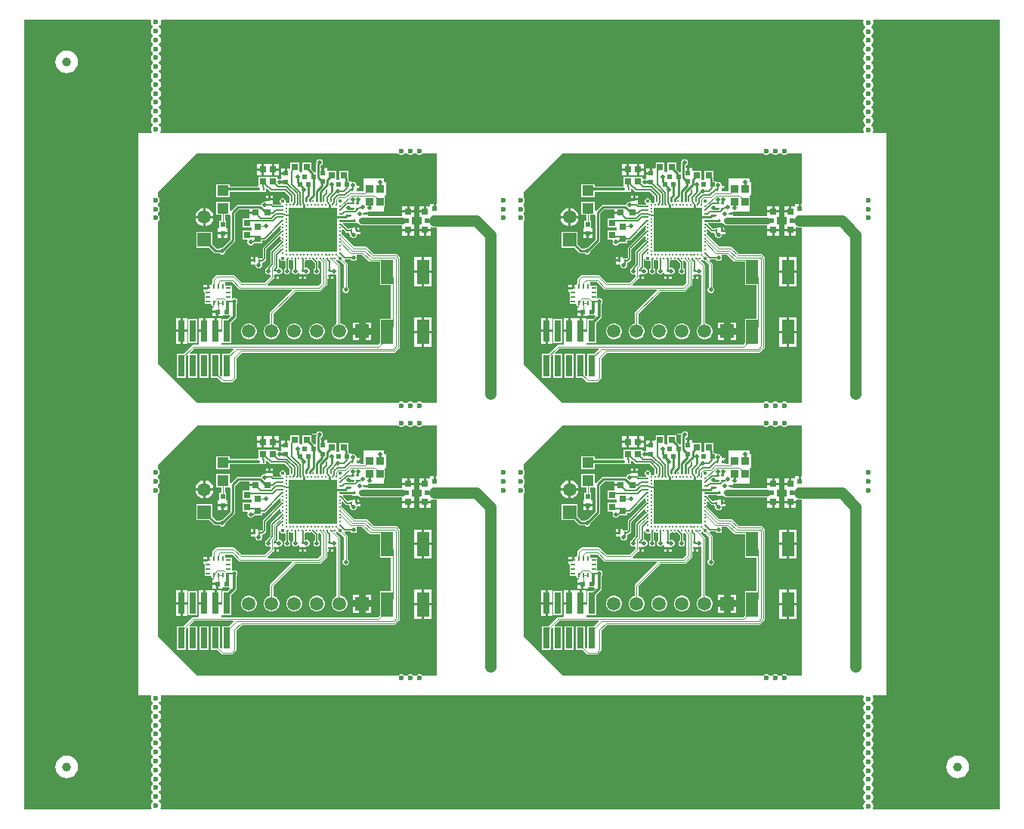
<source format=gtl>
G04*
G04 #@! TF.GenerationSoftware,Altium Limited,Altium Designer,24.0.1 (36)*
G04*
G04 Layer_Physical_Order=1*
G04 Layer_Color=5124078*
%FSLAX24Y24*%
%MOIN*%
G70*
G04*
G04 #@! TF.SameCoordinates,9228D32E-8527-4A6C-AAF6-1CDB9724A3A0*
G04*
G04*
G04 #@! TF.FilePolarity,Positive*
G04*
G01*
G75*
%ADD10C,0.0394*%
%ADD11R,0.0299X0.0945*%
%ADD12R,0.0098X0.0187*%
%ADD13R,0.0187X0.0098*%
%ADD14R,0.0512X0.0472*%
%ADD15R,0.0236X0.0197*%
%ADD16R,0.0228X0.0197*%
%ADD17R,0.0315X0.0295*%
%ADD18R,0.0197X0.0236*%
%ADD19R,0.0551X0.1083*%
%ADD20R,0.0217X0.0236*%
%ADD21R,0.0106X0.0118*%
%ADD22R,0.0335X0.0374*%
%ADD23C,0.0089*%
%ADD24R,0.0118X0.0106*%
%ADD25R,0.0315X0.0295*%
%ADD26R,0.0295X0.0315*%
%ADD27C,0.0157*%
%ADD28R,0.2126X0.1969*%
%ADD29C,0.0049*%
%ADD30C,0.0118*%
%ADD31C,0.0098*%
%ADD32C,0.0059*%
%ADD33C,0.0089*%
%ADD34C,0.0074*%
%ADD35C,0.0079*%
%ADD36C,0.0100*%
%ADD37C,0.0300*%
%ADD38C,0.0500*%
%ADD39C,0.0071*%
%ADD40C,0.0065*%
%ADD41C,0.0062*%
%ADD42C,0.0080*%
%ADD43C,0.0236*%
%ADD44R,0.0591X0.0591*%
%ADD45C,0.0591*%
%ADD46R,0.0591X0.0591*%
%ADD47C,0.0197*%
%ADD48C,0.0240*%
G36*
X37121Y34893D02*
X37117Y34888D01*
X37100Y34803D01*
X37117Y34718D01*
X37166Y34646D01*
X37187Y34631D01*
Y34581D01*
X37166Y34567D01*
X37117Y34495D01*
X37100Y34409D01*
X37117Y34324D01*
X37166Y34252D01*
X37187Y34238D01*
Y34188D01*
X37166Y34173D01*
X37117Y34101D01*
X37100Y34016D01*
X37117Y33931D01*
X37166Y33858D01*
X37187Y33844D01*
Y33794D01*
X37166Y33779D01*
X37117Y33707D01*
X37100Y33622D01*
X37117Y33537D01*
X37166Y33465D01*
X37187Y33450D01*
Y33400D01*
X37166Y33386D01*
X37117Y33313D01*
X37100Y33228D01*
X37117Y33143D01*
X37166Y33071D01*
X37187Y33056D01*
Y33006D01*
X37166Y32992D01*
X37117Y32920D01*
X37100Y32835D01*
X37117Y32750D01*
X37166Y32677D01*
X37187Y32663D01*
Y32613D01*
X37166Y32598D01*
X37117Y32526D01*
X37100Y32441D01*
X37117Y32356D01*
X37166Y32284D01*
X37187Y32269D01*
Y32219D01*
X37166Y32204D01*
X37117Y32132D01*
X37100Y32047D01*
X37117Y31962D01*
X37166Y31890D01*
X37187Y31875D01*
Y31825D01*
X37166Y31811D01*
X37117Y31739D01*
X37100Y31654D01*
X37117Y31568D01*
X37166Y31496D01*
X37187Y31482D01*
Y31432D01*
X37166Y31417D01*
X37117Y31345D01*
X37100Y31260D01*
X37117Y31175D01*
X37166Y31103D01*
X37187Y31088D01*
Y31038D01*
X37166Y31023D01*
X37117Y30951D01*
X37100Y30866D01*
X37117Y30781D01*
X37166Y30709D01*
X37187Y30694D01*
Y30644D01*
X37166Y30630D01*
X37117Y30558D01*
X37100Y30472D01*
X37117Y30387D01*
X37166Y30315D01*
X37187Y30301D01*
Y30251D01*
X37166Y30236D01*
X37117Y30164D01*
X37100Y30079D01*
X37117Y29994D01*
X37132Y29971D01*
X37106Y29921D01*
X6108Y29921D01*
X6082Y29971D01*
X6111Y30015D01*
X6128Y30100D01*
X6111Y30186D01*
X6063Y30258D01*
X6041Y30272D01*
Y30322D01*
X6063Y30337D01*
X6111Y30409D01*
X6128Y30494D01*
X6111Y30579D01*
X6063Y30651D01*
X6041Y30666D01*
Y30716D01*
X6063Y30731D01*
X6111Y30803D01*
X6128Y30888D01*
X6111Y30973D01*
X6063Y31045D01*
X6041Y31060D01*
Y31110D01*
X6063Y31124D01*
X6111Y31196D01*
X6128Y31282D01*
X6111Y31367D01*
X6063Y31439D01*
X6041Y31453D01*
Y31503D01*
X6063Y31518D01*
X6111Y31590D01*
X6128Y31675D01*
X6111Y31760D01*
X6063Y31832D01*
X6041Y31847D01*
Y31897D01*
X6063Y31912D01*
X6111Y31984D01*
X6128Y32069D01*
X6111Y32154D01*
X6063Y32226D01*
X6041Y32241D01*
Y32291D01*
X6063Y32305D01*
X6111Y32378D01*
X6128Y32463D01*
X6111Y32548D01*
X6063Y32620D01*
X6041Y32634D01*
Y32684D01*
X6063Y32699D01*
X6111Y32771D01*
X6128Y32856D01*
X6111Y32941D01*
X6063Y33014D01*
X6041Y33028D01*
Y33078D01*
X6063Y33093D01*
X6111Y33165D01*
X6128Y33250D01*
X6111Y33335D01*
X6063Y33407D01*
X6041Y33422D01*
Y33472D01*
X6063Y33486D01*
X6111Y33559D01*
X6128Y33644D01*
X6111Y33729D01*
X6063Y33801D01*
X6041Y33816D01*
Y33866D01*
X6063Y33880D01*
X6111Y33952D01*
X6128Y34037D01*
X6111Y34123D01*
X6063Y34195D01*
X6041Y34209D01*
Y34259D01*
X6063Y34274D01*
X6111Y34346D01*
X6128Y34431D01*
X6111Y34516D01*
X6063Y34588D01*
X6041Y34603D01*
Y34653D01*
X6063Y34668D01*
X6111Y34740D01*
X6128Y34825D01*
X6115Y34887D01*
X6148Y34937D01*
X37097D01*
X37121Y34893D01*
D02*
G37*
G36*
X34409Y26803D02*
X34351D01*
Y26585D01*
X34251D01*
Y26803D01*
X34103D01*
Y26714D01*
X33928D01*
Y26467D01*
X33878D01*
Y26417D01*
X33620D01*
Y26219D01*
X33720D01*
Y25907D01*
X33620D01*
Y25709D01*
X33878D01*
X34135D01*
Y25748D01*
X34185Y25782D01*
X34220Y25767D01*
X34298Y25757D01*
X34409D01*
Y18015D01*
X33757D01*
X33717Y18055D01*
X33655Y18081D01*
X33589D01*
X33527Y18055D01*
X33487Y18015D01*
X33363D01*
X33323Y18055D01*
X33262Y18081D01*
X33195D01*
X33134Y18055D01*
X33094Y18015D01*
X32969D01*
X32929Y18055D01*
X32868Y18081D01*
X32801D01*
X32740Y18055D01*
X32700Y18015D01*
X23822D01*
X22110Y19727D01*
Y26046D01*
X22150Y26086D01*
X22175Y26148D01*
Y26214D01*
X22150Y26276D01*
X22110Y26316D01*
Y26440D01*
X22150Y26480D01*
X22175Y26542D01*
Y26608D01*
X22150Y26670D01*
X22110Y26709D01*
Y26834D01*
X22150Y26874D01*
X22175Y26935D01*
Y27002D01*
X22150Y27063D01*
X22110Y27103D01*
Y27320D01*
X23822Y29032D01*
X32700D01*
X32740Y28992D01*
X32801Y28967D01*
X32868D01*
X32929Y28992D01*
X32969Y29032D01*
X33094D01*
X33134Y28992D01*
X33195Y28967D01*
X33262D01*
X33323Y28992D01*
X33363Y29032D01*
X33487D01*
X33527Y28992D01*
X33589Y28967D01*
X33655D01*
X33717Y28992D01*
X33757Y29032D01*
X34409D01*
Y26803D01*
D02*
G37*
G36*
X18307D02*
X18249D01*
Y26585D01*
X18149D01*
Y26803D01*
X18000D01*
Y26714D01*
X17826D01*
Y26467D01*
X17776D01*
Y26417D01*
X17518D01*
Y26219D01*
X17618D01*
Y25907D01*
X17518D01*
Y25709D01*
X17776D01*
X18033D01*
Y25748D01*
X18083Y25782D01*
X18118Y25767D01*
X18196Y25757D01*
X18307D01*
Y18015D01*
X17654D01*
X17614Y18055D01*
X17553Y18081D01*
X17486D01*
X17425Y18055D01*
X17385Y18015D01*
X17261D01*
X17221Y18055D01*
X17159Y18081D01*
X17093D01*
X17031Y18055D01*
X16991Y18015D01*
X16867D01*
X16827Y18055D01*
X16766Y18081D01*
X16699D01*
X16638Y18055D01*
X16598Y18015D01*
X7719D01*
X6007Y19727D01*
Y26046D01*
X6047Y26086D01*
X6073Y26148D01*
Y26214D01*
X6047Y26276D01*
X6007Y26316D01*
Y26440D01*
X6047Y26480D01*
X6073Y26542D01*
Y26608D01*
X6047Y26670D01*
X6007Y26709D01*
Y26834D01*
X6047Y26874D01*
X6073Y26935D01*
Y27002D01*
X6047Y27063D01*
X6007Y27103D01*
Y27320D01*
X7719Y29032D01*
X16598D01*
X16638Y28992D01*
X16699Y28967D01*
X16766D01*
X16827Y28992D01*
X16867Y29032D01*
X16991D01*
X17031Y28992D01*
X17093Y28967D01*
X17159D01*
X17221Y28992D01*
X17261Y29032D01*
X17385D01*
X17425Y28992D01*
X17486Y28967D01*
X17553D01*
X17614Y28992D01*
X17654Y29032D01*
X18307D01*
Y26803D01*
D02*
G37*
G36*
X34409Y14795D02*
X34351D01*
Y14577D01*
X34251D01*
Y14795D01*
X34103D01*
Y14706D01*
X33928D01*
Y14459D01*
X33878D01*
Y14409D01*
X33620D01*
Y14211D01*
X33720D01*
Y13899D01*
X33620D01*
Y13702D01*
X33878D01*
X34135D01*
Y13740D01*
X34185Y13774D01*
X34220Y13760D01*
X34298Y13749D01*
X34409D01*
Y6007D01*
X33757D01*
X33717Y6047D01*
X33655Y6073D01*
X33589D01*
X33527Y6047D01*
X33487Y6007D01*
X33363D01*
X33323Y6047D01*
X33262Y6073D01*
X33195D01*
X33134Y6047D01*
X33094Y6007D01*
X32969D01*
X32929Y6047D01*
X32868Y6073D01*
X32801D01*
X32740Y6047D01*
X32700Y6007D01*
X23822D01*
X22110Y7719D01*
Y14039D01*
X22150Y14078D01*
X22175Y14140D01*
Y14207D01*
X22150Y14268D01*
X22110Y14308D01*
Y14432D01*
X22150Y14472D01*
X22175Y14534D01*
Y14600D01*
X22150Y14662D01*
X22110Y14702D01*
Y14826D01*
X22150Y14866D01*
X22175Y14927D01*
Y14994D01*
X22150Y15055D01*
X22110Y15095D01*
Y15312D01*
X23822Y17024D01*
X32700D01*
X32740Y16984D01*
X32801Y16959D01*
X32868D01*
X32929Y16984D01*
X32969Y17024D01*
X33094D01*
X33134Y16984D01*
X33195Y16959D01*
X33262D01*
X33323Y16984D01*
X33363Y17024D01*
X33487D01*
X33527Y16984D01*
X33589Y16959D01*
X33655D01*
X33717Y16984D01*
X33757Y17024D01*
X34409D01*
Y14795D01*
D02*
G37*
G36*
X18307D02*
X18249D01*
Y14577D01*
X18149D01*
Y14795D01*
X18000D01*
Y14706D01*
X17826D01*
Y14459D01*
X17776D01*
Y14409D01*
X17518D01*
Y14211D01*
X17618D01*
Y13899D01*
X17518D01*
Y13702D01*
X17776D01*
X18033D01*
Y13740D01*
X18083Y13774D01*
X18118Y13760D01*
X18196Y13749D01*
X18307D01*
Y6007D01*
X17654D01*
X17614Y6047D01*
X17553Y6073D01*
X17486D01*
X17425Y6047D01*
X17385Y6007D01*
X17261D01*
X17221Y6047D01*
X17159Y6073D01*
X17093D01*
X17031Y6047D01*
X16991Y6007D01*
X16867D01*
X16827Y6047D01*
X16766Y6073D01*
X16699D01*
X16638Y6047D01*
X16598Y6007D01*
X7719D01*
X6007Y7719D01*
Y14039D01*
X6047Y14078D01*
X6073Y14140D01*
Y14207D01*
X6047Y14268D01*
X6007Y14308D01*
Y14432D01*
X6047Y14472D01*
X6073Y14534D01*
Y14600D01*
X6047Y14662D01*
X6007Y14702D01*
Y14826D01*
X6047Y14866D01*
X6073Y14927D01*
Y14994D01*
X6047Y15055D01*
X6007Y15095D01*
Y15312D01*
X7719Y17024D01*
X16598D01*
X16638Y16984D01*
X16699Y16959D01*
X16766D01*
X16827Y16984D01*
X16867Y17024D01*
X16991D01*
X17031Y16984D01*
X17093Y16959D01*
X17159D01*
X17221Y16984D01*
X17261Y17024D01*
X17385D01*
X17425Y16984D01*
X17486Y16959D01*
X17553D01*
X17614Y16984D01*
X17654Y17024D01*
X18307D01*
Y14795D01*
D02*
G37*
G36*
X43126Y102D02*
X37548D01*
X37525Y146D01*
X37528Y151D01*
X37545Y236D01*
X37528Y321D01*
X37480Y394D01*
X37458Y408D01*
Y458D01*
X37480Y473D01*
X37528Y545D01*
X37545Y630D01*
X37528Y715D01*
X37480Y787D01*
X37458Y802D01*
Y852D01*
X37480Y866D01*
X37528Y939D01*
X37545Y1024D01*
X37528Y1109D01*
X37480Y1181D01*
X37458Y1195D01*
Y1245D01*
X37480Y1260D01*
X37528Y1332D01*
X37545Y1417D01*
X37528Y1502D01*
X37480Y1575D01*
X37458Y1589D01*
Y1639D01*
X37480Y1654D01*
X37528Y1726D01*
X37545Y1811D01*
X37528Y1896D01*
X37480Y1968D01*
X37458Y1983D01*
Y2033D01*
X37480Y2047D01*
X37528Y2120D01*
X37545Y2205D01*
X37528Y2290D01*
X37480Y2362D01*
X37458Y2377D01*
Y2427D01*
X37480Y2441D01*
X37528Y2513D01*
X37545Y2598D01*
X37528Y2684D01*
X37480Y2756D01*
X37458Y2770D01*
Y2820D01*
X37480Y2835D01*
X37528Y2907D01*
X37545Y2992D01*
X37528Y3077D01*
X37480Y3149D01*
X37458Y3164D01*
Y3214D01*
X37480Y3229D01*
X37528Y3301D01*
X37545Y3386D01*
X37528Y3471D01*
X37480Y3543D01*
X37458Y3558D01*
Y3608D01*
X37480Y3622D01*
X37528Y3694D01*
X37545Y3780D01*
X37528Y3865D01*
X37480Y3937D01*
X37458Y3951D01*
Y4001D01*
X37480Y4016D01*
X37528Y4088D01*
X37545Y4173D01*
X37528Y4258D01*
X37480Y4330D01*
X37458Y4345D01*
Y4395D01*
X37480Y4410D01*
X37528Y4482D01*
X37545Y4567D01*
X37528Y4652D01*
X37480Y4724D01*
X37458Y4739D01*
Y4789D01*
X37480Y4803D01*
X37528Y4876D01*
X37545Y4961D01*
X37528Y5046D01*
X37513Y5068D01*
X37540Y5118D01*
X38110D01*
X38110Y29921D01*
X37540D01*
X37513Y29971D01*
X37528Y29994D01*
X37545Y30079D01*
X37528Y30164D01*
X37480Y30236D01*
X37458Y30251D01*
Y30301D01*
X37480Y30315D01*
X37528Y30387D01*
X37545Y30472D01*
X37528Y30558D01*
X37480Y30630D01*
X37458Y30644D01*
Y30694D01*
X37480Y30709D01*
X37528Y30781D01*
X37545Y30866D01*
X37528Y30951D01*
X37480Y31023D01*
X37458Y31038D01*
Y31088D01*
X37480Y31103D01*
X37528Y31175D01*
X37545Y31260D01*
X37528Y31345D01*
X37480Y31417D01*
X37458Y31432D01*
Y31482D01*
X37480Y31496D01*
X37528Y31568D01*
X37545Y31654D01*
X37528Y31739D01*
X37480Y31811D01*
X37458Y31825D01*
Y31875D01*
X37480Y31890D01*
X37528Y31962D01*
X37545Y32047D01*
X37528Y32132D01*
X37480Y32204D01*
X37458Y32219D01*
Y32269D01*
X37480Y32284D01*
X37528Y32356D01*
X37545Y32441D01*
X37528Y32526D01*
X37480Y32598D01*
X37458Y32613D01*
Y32663D01*
X37480Y32677D01*
X37528Y32750D01*
X37545Y32835D01*
X37528Y32920D01*
X37480Y32992D01*
X37458Y33006D01*
Y33056D01*
X37480Y33071D01*
X37528Y33143D01*
X37545Y33228D01*
X37528Y33313D01*
X37480Y33386D01*
X37458Y33400D01*
Y33450D01*
X37480Y33465D01*
X37528Y33537D01*
X37545Y33622D01*
X37528Y33707D01*
X37480Y33779D01*
X37458Y33794D01*
Y33844D01*
X37480Y33858D01*
X37528Y33931D01*
X37545Y34016D01*
X37528Y34101D01*
X37480Y34173D01*
X37458Y34188D01*
Y34238D01*
X37480Y34252D01*
X37528Y34324D01*
X37545Y34409D01*
X37528Y34495D01*
X37480Y34567D01*
X37458Y34581D01*
Y34631D01*
X37480Y34646D01*
X37528Y34718D01*
X37545Y34803D01*
X37528Y34888D01*
X37525Y34893D01*
X37548Y34937D01*
X43126D01*
X43126Y102D01*
D02*
G37*
G36*
X37106Y5118D02*
X37132Y5068D01*
X37117Y5046D01*
X37100Y4961D01*
X37117Y4876D01*
X37166Y4803D01*
X37187Y4789D01*
Y4739D01*
X37166Y4724D01*
X37117Y4652D01*
X37100Y4567D01*
X37117Y4482D01*
X37166Y4410D01*
X37187Y4395D01*
Y4345D01*
X37166Y4330D01*
X37117Y4258D01*
X37100Y4173D01*
X37117Y4088D01*
X37166Y4016D01*
X37187Y4001D01*
Y3951D01*
X37166Y3937D01*
X37117Y3865D01*
X37100Y3780D01*
X37117Y3694D01*
X37166Y3622D01*
X37187Y3608D01*
Y3558D01*
X37166Y3543D01*
X37117Y3471D01*
X37100Y3386D01*
X37117Y3301D01*
X37166Y3229D01*
X37187Y3214D01*
Y3164D01*
X37166Y3149D01*
X37117Y3077D01*
X37100Y2992D01*
X37117Y2907D01*
X37166Y2835D01*
X37187Y2820D01*
Y2770D01*
X37166Y2756D01*
X37117Y2684D01*
X37100Y2598D01*
X37117Y2513D01*
X37166Y2441D01*
X37187Y2427D01*
Y2377D01*
X37166Y2362D01*
X37117Y2290D01*
X37100Y2205D01*
X37117Y2120D01*
X37166Y2047D01*
X37187Y2033D01*
Y1983D01*
X37166Y1968D01*
X37117Y1896D01*
X37100Y1811D01*
X37117Y1726D01*
X37166Y1654D01*
X37187Y1639D01*
Y1589D01*
X37166Y1575D01*
X37117Y1502D01*
X37100Y1417D01*
X37117Y1332D01*
X37166Y1260D01*
X37187Y1245D01*
Y1195D01*
X37166Y1181D01*
X37117Y1109D01*
X37100Y1024D01*
X37117Y939D01*
X37166Y866D01*
X37187Y852D01*
Y802D01*
X37166Y787D01*
X37117Y715D01*
X37100Y630D01*
X37117Y545D01*
X37166Y473D01*
X37187Y458D01*
Y408D01*
X37166Y394D01*
X37117Y321D01*
X37100Y236D01*
X37117Y151D01*
X37121Y146D01*
X37097Y102D01*
X6119D01*
X6092Y152D01*
X6111Y181D01*
X6128Y266D01*
X6111Y351D01*
X6063Y423D01*
X6041Y438D01*
Y488D01*
X6063Y502D01*
X6111Y574D01*
X6128Y659D01*
X6111Y744D01*
X6063Y817D01*
X6041Y831D01*
Y881D01*
X6063Y896D01*
X6111Y968D01*
X6128Y1053D01*
X6111Y1138D01*
X6063Y1210D01*
X6041Y1225D01*
Y1275D01*
X6063Y1289D01*
X6111Y1362D01*
X6128Y1447D01*
X6111Y1532D01*
X6063Y1604D01*
X6041Y1619D01*
Y1669D01*
X6063Y1683D01*
X6111Y1755D01*
X6128Y1840D01*
X6111Y1926D01*
X6063Y1998D01*
X6041Y2012D01*
Y2062D01*
X6063Y2077D01*
X6111Y2149D01*
X6128Y2234D01*
X6111Y2319D01*
X6063Y2391D01*
X6041Y2406D01*
Y2456D01*
X6063Y2471D01*
X6111Y2543D01*
X6128Y2628D01*
X6111Y2713D01*
X6063Y2785D01*
X6041Y2800D01*
Y2850D01*
X6063Y2864D01*
X6111Y2936D01*
X6128Y3022D01*
X6111Y3107D01*
X6063Y3179D01*
X6041Y3193D01*
Y3243D01*
X6063Y3258D01*
X6111Y3330D01*
X6128Y3415D01*
X6111Y3500D01*
X6063Y3573D01*
X6041Y3587D01*
Y3637D01*
X6063Y3652D01*
X6111Y3724D01*
X6128Y3809D01*
X6111Y3894D01*
X6063Y3966D01*
X6041Y3981D01*
Y4031D01*
X6063Y4045D01*
X6111Y4118D01*
X6128Y4203D01*
X6111Y4288D01*
X6063Y4360D01*
X6041Y4374D01*
Y4424D01*
X6063Y4439D01*
X6111Y4511D01*
X6128Y4596D01*
X6111Y4681D01*
X6063Y4754D01*
X6041Y4768D01*
Y4818D01*
X6063Y4833D01*
X6111Y4905D01*
X6128Y4990D01*
X6112Y5068D01*
X6126Y5104D01*
X6134Y5118D01*
X37106Y5118D01*
D02*
G37*
G36*
X5696Y34887D02*
X5683Y34825D01*
X5700Y34740D01*
X5748Y34668D01*
X5770Y34653D01*
Y34603D01*
X5748Y34588D01*
X5700Y34516D01*
X5683Y34431D01*
X5700Y34346D01*
X5748Y34274D01*
X5770Y34259D01*
Y34209D01*
X5748Y34195D01*
X5700Y34123D01*
X5683Y34037D01*
X5700Y33952D01*
X5748Y33880D01*
X5770Y33866D01*
Y33816D01*
X5748Y33801D01*
X5700Y33729D01*
X5683Y33644D01*
X5700Y33559D01*
X5748Y33486D01*
X5770Y33472D01*
Y33422D01*
X5748Y33407D01*
X5700Y33335D01*
X5683Y33250D01*
X5700Y33165D01*
X5748Y33093D01*
X5770Y33078D01*
Y33028D01*
X5748Y33014D01*
X5700Y32941D01*
X5683Y32856D01*
X5700Y32771D01*
X5748Y32699D01*
X5770Y32684D01*
Y32634D01*
X5748Y32620D01*
X5700Y32548D01*
X5683Y32463D01*
X5700Y32378D01*
X5748Y32305D01*
X5770Y32291D01*
Y32241D01*
X5748Y32226D01*
X5700Y32154D01*
X5683Y32069D01*
X5700Y31984D01*
X5748Y31912D01*
X5770Y31897D01*
Y31847D01*
X5748Y31832D01*
X5700Y31760D01*
X5683Y31675D01*
X5700Y31590D01*
X5748Y31518D01*
X5770Y31503D01*
Y31453D01*
X5748Y31439D01*
X5700Y31367D01*
X5683Y31282D01*
X5700Y31196D01*
X5748Y31124D01*
X5770Y31110D01*
Y31060D01*
X5748Y31045D01*
X5700Y30973D01*
X5683Y30888D01*
X5700Y30803D01*
X5748Y30731D01*
X5770Y30716D01*
Y30666D01*
X5748Y30651D01*
X5700Y30579D01*
X5683Y30494D01*
X5700Y30409D01*
X5748Y30337D01*
X5770Y30322D01*
Y30272D01*
X5748Y30258D01*
X5700Y30186D01*
X5683Y30100D01*
X5700Y30015D01*
X5730Y29971D01*
X5703Y29921D01*
X5118D01*
X5118Y5118D01*
X5677D01*
X5685Y5104D01*
X5699Y5068D01*
X5683Y4990D01*
X5700Y4905D01*
X5748Y4833D01*
X5770Y4818D01*
Y4768D01*
X5748Y4754D01*
X5700Y4681D01*
X5683Y4596D01*
X5700Y4511D01*
X5748Y4439D01*
X5770Y4424D01*
Y4374D01*
X5748Y4360D01*
X5700Y4288D01*
X5683Y4203D01*
X5700Y4118D01*
X5748Y4045D01*
X5770Y4031D01*
Y3981D01*
X5748Y3966D01*
X5700Y3894D01*
X5683Y3809D01*
X5700Y3724D01*
X5748Y3652D01*
X5770Y3637D01*
Y3587D01*
X5748Y3573D01*
X5700Y3500D01*
X5683Y3415D01*
X5700Y3330D01*
X5748Y3258D01*
X5770Y3243D01*
Y3193D01*
X5748Y3179D01*
X5700Y3107D01*
X5683Y3022D01*
X5700Y2936D01*
X5748Y2864D01*
X5770Y2850D01*
Y2800D01*
X5748Y2785D01*
X5700Y2713D01*
X5683Y2628D01*
X5700Y2543D01*
X5748Y2471D01*
X5770Y2456D01*
Y2406D01*
X5748Y2391D01*
X5700Y2319D01*
X5683Y2234D01*
X5700Y2149D01*
X5748Y2077D01*
X5770Y2062D01*
Y2012D01*
X5748Y1998D01*
X5700Y1926D01*
X5683Y1840D01*
X5700Y1755D01*
X5748Y1683D01*
X5770Y1669D01*
Y1619D01*
X5748Y1604D01*
X5700Y1532D01*
X5683Y1447D01*
X5700Y1362D01*
X5748Y1289D01*
X5770Y1275D01*
Y1225D01*
X5748Y1210D01*
X5700Y1138D01*
X5683Y1053D01*
X5700Y968D01*
X5748Y896D01*
X5770Y881D01*
Y831D01*
X5748Y817D01*
X5700Y744D01*
X5683Y659D01*
X5700Y574D01*
X5748Y502D01*
X5770Y488D01*
Y438D01*
X5748Y423D01*
X5700Y351D01*
X5683Y266D01*
X5700Y181D01*
X5719Y152D01*
X5692Y102D01*
X102D01*
X102Y34937D01*
X5663D01*
X5696Y34887D01*
D02*
G37*
%LPC*%
G36*
X27423Y28567D02*
X27215D01*
Y28369D01*
X27423D01*
Y28567D01*
D02*
G37*
G36*
X26672D02*
X26465D01*
Y28369D01*
X26672D01*
Y28567D01*
D02*
G37*
G36*
X27686Y28378D02*
X27538D01*
Y28209D01*
X27686D01*
Y28378D01*
D02*
G37*
G36*
X29257Y28780D02*
X29198D01*
X29144Y28757D01*
X29102Y28716D01*
X29096Y28700D01*
X29058Y28669D01*
X28908Y28669D01*
Y28649D01*
X29054Y28649D01*
X29060Y28645D01*
X29080Y28608D01*
Y28607D01*
X29073Y28573D01*
Y28203D01*
X29051Y28186D01*
X28997Y28205D01*
X28995Y28207D01*
X28976Y28236D01*
X28868Y28343D01*
Y28622D01*
X28474D01*
Y28248D01*
X28439Y28212D01*
X28385Y28212D01*
X28345Y28212D01*
X28337Y28259D01*
Y28622D01*
X27943D01*
Y28424D01*
X27935Y28378D01*
X27786D01*
Y28159D01*
X27736D01*
Y28109D01*
X27538D01*
Y27941D01*
X27538Y27941D01*
X27536Y27931D01*
X27505Y27907D01*
X27494Y27904D01*
X27441D01*
X27422Y27896D01*
X27372Y27929D01*
Y27984D01*
X26959D01*
X26959Y27984D01*
X26929D01*
Y27984D01*
X26909Y27984D01*
X26516D01*
Y27603D01*
X26516Y27591D01*
X26478Y27561D01*
X25276D01*
Y27677D01*
X24665D01*
Y27106D01*
X25276D01*
Y27340D01*
X26541D01*
X26552Y27343D01*
X26613D01*
X26644Y27343D01*
Y27343D01*
X26663D01*
Y27343D01*
X26868D01*
Y27457D01*
X26914Y27476D01*
X27026Y27364D01*
X27056Y27344D01*
X27090Y27337D01*
X27679D01*
X27902Y27115D01*
Y26955D01*
X27899Y26948D01*
Y26911D01*
X27895Y26867D01*
X27871Y26855D01*
X27860Y26851D01*
X27835Y26825D01*
X27809Y26851D01*
X27775Y26865D01*
X27765D01*
X27729Y26901D01*
X27726Y26911D01*
Y26955D01*
X27707Y27002D01*
X27671Y27038D01*
X27624Y27057D01*
X27573D01*
X27526Y27038D01*
X27490Y27002D01*
X27470Y26955D01*
Y26904D01*
X27490Y26857D01*
X27523Y26823D01*
X27522Y26810D01*
X27510Y26773D01*
X27199D01*
X27171Y26801D01*
X27167Y26849D01*
X27167Y26849D01*
Y26952D01*
X27008D01*
X26849D01*
Y26912D01*
X26831Y26900D01*
X26772D01*
X26718Y26877D01*
X26676Y26836D01*
X26664Y26806D01*
X26643Y26779D01*
X26604Y26772D01*
X26594Y26774D01*
X25640D01*
X25602Y26766D01*
X25569Y26744D01*
X25326Y26500D01*
X25313Y26501D01*
X25276Y26517D01*
Y26890D01*
X24665D01*
Y26319D01*
X24895D01*
Y26073D01*
X24793D01*
X24793Y25738D01*
X24747Y25730D01*
X24743D01*
Y25562D01*
X24951D01*
X25159D01*
Y25730D01*
X25155D01*
X25108Y25738D01*
X25108Y25780D01*
Y26073D01*
X25046D01*
Y26319D01*
X25276Y26319D01*
X25293Y26276D01*
Y25238D01*
X24927Y24872D01*
X24892D01*
X24838Y24850D01*
X24813Y24825D01*
X24681D01*
X24488Y25018D01*
Y25565D01*
X23799D01*
Y24876D01*
X24346D01*
X24569Y24653D01*
X24601Y24632D01*
X24640Y24624D01*
X24813D01*
X24838Y24599D01*
X24892Y24577D01*
X24951D01*
X25005Y24599D01*
X25046Y24641D01*
X25069Y24695D01*
Y24730D01*
X25465Y25126D01*
X25486Y25158D01*
X25494Y25197D01*
Y26385D01*
X25682Y26573D01*
X26140D01*
Y26467D01*
X26388D01*
Y26367D01*
X26140D01*
Y26161D01*
X25827D01*
Y25768D01*
X26239D01*
Y25630D01*
X25827D01*
Y25236D01*
X26035D01*
X26059Y25186D01*
X26043Y25147D01*
Y25089D01*
X26066Y25034D01*
X26107Y24993D01*
X26162Y24970D01*
X26220D01*
X26275Y24993D01*
X26316Y25034D01*
X26317Y25037D01*
X26343Y25054D01*
X26368Y25079D01*
X26703D01*
Y25185D01*
X26781D01*
X26815Y25192D01*
X26844Y25212D01*
X27461Y25828D01*
X27520Y25817D01*
X27525Y25807D01*
X27519Y25801D01*
X27505Y25767D01*
Y25729D01*
X27519Y25695D01*
X27518Y25685D01*
X27504Y25639D01*
X26738Y24873D01*
X26720Y24847D01*
X26714Y24816D01*
Y24446D01*
X26681Y24409D01*
X26507D01*
Y24460D01*
X26404D01*
Y24301D01*
X26354D01*
Y24251D01*
X26201D01*
Y24142D01*
X26386D01*
X26392Y24134D01*
Y24075D01*
X26414Y24021D01*
X26456Y23979D01*
X26510Y23957D01*
X26569D01*
X26623Y23979D01*
X26665Y24021D01*
X26687Y24075D01*
Y24134D01*
X26683Y24144D01*
X26682Y24179D01*
X26697Y24206D01*
X26718Y24223D01*
X26737Y24227D01*
X26763Y24244D01*
X26851Y24333D01*
X26868Y24359D01*
X26875Y24390D01*
Y24783D01*
X27449Y25358D01*
X27486Y25356D01*
X27507Y25347D01*
X27516Y25320D01*
X27505Y25294D01*
Y25257D01*
X27519Y25223D01*
X27545Y25197D01*
X27519Y25171D01*
X27513Y25156D01*
X27489Y25140D01*
X27489Y25140D01*
X27074Y24725D01*
X27057Y24699D01*
X27051Y24669D01*
Y24162D01*
X26931Y24043D01*
X26914Y24017D01*
X26908Y23986D01*
Y23980D01*
X26878Y23968D01*
X26836Y23926D01*
X26814Y23872D01*
Y23813D01*
X26836Y23759D01*
X26878Y23717D01*
X26932Y23695D01*
X26991D01*
X27015Y23705D01*
X27065Y23672D01*
Y23589D01*
X26809Y23333D01*
X25789D01*
X25486Y23636D01*
X25462Y23652D01*
X25433Y23658D01*
X24685D01*
X24656Y23652D01*
X24632Y23636D01*
X24504Y23508D01*
X24488Y23484D01*
X24482Y23455D01*
Y23302D01*
X24459D01*
Y23245D01*
X24346D01*
Y23095D01*
X24296D01*
Y23045D01*
X24103D01*
Y22946D01*
X24118D01*
X24154Y22911D01*
X24154Y22800D01*
X24154Y22750D01*
Y22406D01*
X24439Y22406D01*
X24459Y22365D01*
Y22298D01*
X24569D01*
X24571Y22296D01*
X24558Y22254D01*
X24551Y22246D01*
X24506D01*
Y22097D01*
X24724D01*
Y22047D01*
X24774D01*
Y21849D01*
X24943D01*
Y21853D01*
X24951Y21900D01*
X24993Y21900D01*
X25239Y21900D01*
X25287Y21851D01*
X25287Y21833D01*
X25177Y21722D01*
X24935D01*
Y20679D01*
X25333D01*
Y21566D01*
X25533Y21767D01*
X25557Y21803D01*
X25566Y21845D01*
Y22407D01*
X25580Y22421D01*
X25603Y22476D01*
Y22534D01*
X25580Y22589D01*
X25539Y22630D01*
X25485Y22653D01*
X25426D01*
X25404Y22644D01*
X25354Y22677D01*
X25354Y22800D01*
X25354Y22850D01*
Y23194D01*
X25069Y23194D01*
X25049Y23236D01*
Y23302D01*
X25049D01*
X25055Y23350D01*
X25363D01*
X25655Y23057D01*
X25680Y23041D01*
X25709Y23035D01*
X27981D01*
X28000Y22989D01*
X27051Y22039D01*
X27035Y22015D01*
X27029Y21986D01*
Y21518D01*
X26969Y21502D01*
X26891Y21457D01*
X26827Y21393D01*
X26781Y21314D01*
X26758Y21226D01*
Y21136D01*
X26781Y21048D01*
X26827Y20970D01*
X26891Y20905D01*
X26969Y20860D01*
X27057Y20837D01*
X27148D01*
X27235Y20860D01*
X27314Y20905D01*
X27378Y20970D01*
X27423Y21048D01*
X27447Y21136D01*
Y21226D01*
X27423Y21314D01*
X27378Y21393D01*
X27314Y21457D01*
X27235Y21502D01*
X27180Y21517D01*
Y21955D01*
X28151Y22927D01*
X29222D01*
X29251Y22932D01*
X29276Y22949D01*
X29541Y23214D01*
X29558Y23239D01*
X29563Y23268D01*
Y23485D01*
X29615D01*
Y23638D01*
X29665D01*
Y23688D01*
X29832D01*
X29843Y23695D01*
X29901D01*
X29924Y23704D01*
X29974Y23671D01*
Y21503D01*
X29969Y21502D01*
X29891Y21457D01*
X29827Y21393D01*
X29781Y21314D01*
X29758Y21226D01*
Y21136D01*
X29781Y21048D01*
X29827Y20970D01*
X29891Y20905D01*
X29969Y20860D01*
X30057Y20837D01*
X30148D01*
X30235Y20860D01*
X30314Y20905D01*
X30378Y20970D01*
X30423Y21048D01*
X30447Y21136D01*
Y21226D01*
X30423Y21314D01*
X30378Y21393D01*
X30314Y21457D01*
X30235Y21502D01*
X30148Y21526D01*
X30124D01*
Y24075D01*
X30119Y24104D01*
X30102Y24128D01*
X29946Y24285D01*
X29945Y24300D01*
X29963Y24325D01*
X29967Y24326D01*
X30020Y24326D01*
X30046Y24301D01*
X30093Y24281D01*
X30140D01*
X30309Y24113D01*
Y23150D01*
X30300Y23147D01*
X30259Y23105D01*
X30236Y23051D01*
Y22992D01*
X30259Y22938D01*
X30300Y22896D01*
X30354Y22874D01*
X30413D01*
X30467Y22896D01*
X30509Y22938D01*
X30531Y22992D01*
Y23051D01*
X30509Y23105D01*
X30467Y23147D01*
X30459Y23150D01*
Y24144D01*
X30453Y24173D01*
X30437Y24197D01*
X30325Y24309D01*
X30346Y24359D01*
X30602D01*
X30603Y24355D01*
X30645Y24314D01*
X30699Y24291D01*
X30758D01*
X30812Y24314D01*
X30854Y24355D01*
X30876Y24410D01*
Y24468D01*
X30854Y24523D01*
X30876Y24570D01*
X31103D01*
X31401Y24273D01*
X31425Y24256D01*
X31454Y24251D01*
X31880D01*
Y23219D01*
X32378D01*
Y21742D01*
X31880D01*
Y20667D01*
X31800Y20587D01*
X24905D01*
X24883Y20628D01*
X24883Y20637D01*
Y21151D01*
X24634D01*
Y21201D01*
X24584D01*
Y21773D01*
X24433D01*
X24384Y21773D01*
X24334Y21773D01*
X24184D01*
Y21201D01*
X24134D01*
Y21151D01*
X23884D01*
Y20637D01*
X23884Y20628D01*
X23863Y20587D01*
X23657D01*
X23629Y20581D01*
X23604Y20565D01*
X23226Y20187D01*
X22935D01*
Y19144D01*
X23333D01*
Y20081D01*
X23389Y20137D01*
X23435Y20118D01*
Y19144D01*
X23833D01*
Y20187D01*
X23504D01*
X23485Y20233D01*
X23689Y20437D01*
X25410D01*
X25430Y20390D01*
X25226Y20187D01*
X24935D01*
Y19213D01*
X24889Y19194D01*
X24833Y19250D01*
Y20187D01*
X24435D01*
Y19144D01*
X24726D01*
X24907Y18963D01*
X24932Y18946D01*
X24961Y18940D01*
X25354D01*
X25383Y18946D01*
X25408Y18963D01*
X25526Y19081D01*
X25542Y19105D01*
X25548Y19134D01*
Y20008D01*
X25779Y20240D01*
X32520D01*
X32548Y20245D01*
X32573Y20262D01*
X32750Y20439D01*
X32766Y20463D01*
X32772Y20492D01*
Y24411D01*
X32766Y24440D01*
X32750Y24464D01*
X32638Y24576D01*
X32614Y24592D01*
X32585Y24598D01*
X31611D01*
X31313Y24896D01*
X31289Y24912D01*
X31260Y24918D01*
X30749D01*
X30209Y25458D01*
X30197Y25486D01*
X30172Y25512D01*
X30197Y25538D01*
X30212Y25572D01*
Y25609D01*
X30197Y25644D01*
X30192Y25649D01*
X30201Y25670D01*
X30259Y25681D01*
X30377Y25563D01*
X30403Y25546D01*
X30434Y25540D01*
X30533D01*
Y25512D01*
X30542D01*
X30571Y25472D01*
Y25414D01*
X30593Y25359D01*
X30635Y25318D01*
X30689Y25295D01*
X30748D01*
X30802Y25318D01*
X30844Y25359D01*
X30866Y25414D01*
Y25461D01*
X31013D01*
Y25570D01*
X30860D01*
Y25620D01*
X30810D01*
Y25779D01*
X30707D01*
Y25728D01*
X30533D01*
Y25700D01*
X30467D01*
X30250Y25918D01*
X30271Y25968D01*
X30443D01*
Y25967D01*
X30659D01*
X30661Y25955D01*
X30866D01*
Y25955D01*
X30886D01*
X30932Y25945D01*
X30949Y25919D01*
X31015Y25875D01*
X31093Y25860D01*
X32851Y25860D01*
X32872Y25842D01*
Y25709D01*
X33130D01*
X33387D01*
Y25907D01*
X33287D01*
Y26219D01*
X33387D01*
Y26417D01*
X33130D01*
X32872D01*
Y26307D01*
X32822Y26266D01*
X31370Y26266D01*
Y26322D01*
X31211D01*
Y26422D01*
X31370D01*
Y26459D01*
X32078Y26459D01*
Y26665D01*
X32106D01*
Y27138D01*
X32106D01*
X32112Y27185D01*
X32157D01*
Y27759D01*
X32078D01*
Y27929D01*
X31168Y27929D01*
Y27354D01*
X31033D01*
Y27381D01*
X30880D01*
Y27481D01*
X31033D01*
Y27590D01*
X30862D01*
X30856Y27599D01*
Y27657D01*
X30834Y27712D01*
X30792Y27753D01*
X30738Y27776D01*
X30679D01*
X30660Y27768D01*
X30610Y27801D01*
Y27805D01*
X30494D01*
Y27953D01*
X30492Y27962D01*
Y28268D01*
X30098D01*
Y27856D01*
X29961D01*
Y28268D01*
X29567D01*
X29559Y28314D01*
Y28397D01*
X29410D01*
Y28179D01*
X29310D01*
Y28397D01*
X29264D01*
Y28487D01*
X29311Y28507D01*
X29353Y28548D01*
X29375Y28603D01*
Y28661D01*
X29353Y28716D01*
X29311Y28757D01*
X29257Y28780D01*
D02*
G37*
G36*
X27423Y28269D02*
X27215D01*
Y28071D01*
X27423D01*
Y28269D01*
D02*
G37*
G36*
X27115Y28567D02*
X26772D01*
Y28319D01*
Y28071D01*
X27115D01*
Y28319D01*
Y28567D01*
D02*
G37*
G36*
X26672Y28269D02*
X26465D01*
Y28071D01*
X26672D01*
Y28269D01*
D02*
G37*
G36*
X27167Y27155D02*
X27058D01*
Y27052D01*
X27167D01*
Y27155D01*
D02*
G37*
G36*
X26958D02*
X26849D01*
Y27052D01*
X26958D01*
Y27155D01*
D02*
G37*
G36*
X33387Y26714D02*
X33180D01*
Y26517D01*
X33387D01*
Y26714D01*
D02*
G37*
G36*
X33828D02*
X33620D01*
Y26517D01*
X33828D01*
Y26714D01*
D02*
G37*
G36*
X33080D02*
X32872D01*
Y26517D01*
X33080D01*
Y26714D01*
D02*
G37*
G36*
X24196Y26616D02*
X24194D01*
Y26270D01*
X24539D01*
Y26273D01*
X24512Y26373D01*
X24460Y26463D01*
X24386Y26537D01*
X24296Y26589D01*
X24196Y26616D01*
D02*
G37*
G36*
X24094D02*
X24092D01*
X23991Y26589D01*
X23901Y26537D01*
X23827Y26463D01*
X23775Y26373D01*
X23748Y26273D01*
Y26270D01*
X24094D01*
Y26616D01*
D02*
G37*
G36*
X24539Y26170D02*
X24194D01*
Y25825D01*
X24196D01*
X24296Y25852D01*
X24386Y25904D01*
X24460Y25978D01*
X24512Y26068D01*
X24539Y26168D01*
Y26170D01*
D02*
G37*
G36*
X24094D02*
X23748D01*
Y26168D01*
X23775Y26068D01*
X23827Y25978D01*
X23901Y25904D01*
X23991Y25852D01*
X24092Y25825D01*
X24094D01*
Y26170D01*
D02*
G37*
G36*
X31013Y25779D02*
X30910D01*
Y25670D01*
X31013D01*
Y25779D01*
D02*
G37*
G36*
X34135Y25609D02*
X33928D01*
Y25412D01*
X34135D01*
Y25609D01*
D02*
G37*
G36*
X33828D02*
X33620D01*
Y25412D01*
X33828D01*
Y25609D01*
D02*
G37*
G36*
X33387D02*
X33180D01*
Y25412D01*
X33387D01*
Y25609D01*
D02*
G37*
G36*
X33080D02*
X32872D01*
Y25412D01*
X33080D01*
Y25609D01*
D02*
G37*
G36*
X25159Y25462D02*
X25001D01*
Y25294D01*
X25159D01*
Y25462D01*
D02*
G37*
G36*
X24901D02*
X24743D01*
Y25294D01*
X24901D01*
Y25462D01*
D02*
G37*
G36*
X26304Y24460D02*
X26201D01*
Y24351D01*
X26304D01*
Y24460D01*
D02*
G37*
G36*
X34155Y24450D02*
X33830D01*
Y23859D01*
X34155D01*
Y24450D01*
D02*
G37*
G36*
X33730D02*
X33404D01*
Y23859D01*
X33730D01*
Y24450D01*
D02*
G37*
G36*
X29824Y23588D02*
X29715D01*
Y23485D01*
X29824D01*
Y23588D01*
D02*
G37*
G36*
X34155Y23759D02*
X33830D01*
Y23168D01*
X34155D01*
Y23759D01*
D02*
G37*
G36*
X33730D02*
X33404D01*
Y23168D01*
X33730D01*
Y23759D01*
D02*
G37*
G36*
X24246Y23245D02*
X24103D01*
Y23145D01*
X24246D01*
Y23245D01*
D02*
G37*
G36*
X24674Y21997D02*
X24506D01*
Y21849D01*
X24674D01*
Y21997D01*
D02*
G37*
G36*
X31498Y21576D02*
X31252D01*
Y21331D01*
X31498D01*
Y21576D01*
D02*
G37*
G36*
X30952D02*
X30707D01*
Y21331D01*
X30952D01*
Y21576D01*
D02*
G37*
G36*
X24684Y21773D02*
Y21251D01*
X24883D01*
Y21773D01*
X24684D01*
D02*
G37*
G36*
X23383D02*
X23184D01*
Y21251D01*
X23383D01*
Y21773D01*
D02*
G37*
G36*
X23084D02*
X22884D01*
Y21251D01*
X23084D01*
Y21773D01*
D02*
G37*
G36*
X24084D02*
X23884D01*
Y21251D01*
X24084D01*
Y21773D01*
D02*
G37*
G36*
X34155Y21793D02*
X33830D01*
Y21202D01*
X34155D01*
Y21793D01*
D02*
G37*
G36*
X33730D02*
X33404D01*
Y21202D01*
X33730D01*
Y21793D01*
D02*
G37*
G36*
X29148Y21526D02*
X29057D01*
X28969Y21502D01*
X28891Y21457D01*
X28827Y21393D01*
X28781Y21314D01*
X28758Y21226D01*
Y21136D01*
X28781Y21048D01*
X28827Y20970D01*
X28891Y20905D01*
X28969Y20860D01*
X29057Y20837D01*
X29148D01*
X29235Y20860D01*
X29314Y20905D01*
X29378Y20970D01*
X29423Y21048D01*
X29447Y21136D01*
Y21226D01*
X29423Y21314D01*
X29378Y21393D01*
X29314Y21457D01*
X29235Y21502D01*
X29148Y21526D01*
D02*
G37*
G36*
X28148D02*
X28057D01*
X27969Y21502D01*
X27891Y21457D01*
X27827Y21393D01*
X27781Y21314D01*
X27758Y21226D01*
Y21136D01*
X27781Y21048D01*
X27827Y20970D01*
X27891Y20905D01*
X27969Y20860D01*
X28057Y20837D01*
X28148D01*
X28235Y20860D01*
X28314Y20905D01*
X28378Y20970D01*
X28423Y21048D01*
X28447Y21136D01*
Y21226D01*
X28423Y21314D01*
X28378Y21393D01*
X28314Y21457D01*
X28235Y21502D01*
X28148Y21526D01*
D02*
G37*
G36*
X26148D02*
X26057D01*
X25969Y21502D01*
X25891Y21457D01*
X25827Y21393D01*
X25781Y21314D01*
X25758Y21226D01*
Y21136D01*
X25781Y21048D01*
X25827Y20970D01*
X25891Y20905D01*
X25969Y20860D01*
X26057Y20837D01*
X26148D01*
X26235Y20860D01*
X26314Y20905D01*
X26378Y20970D01*
X26423Y21048D01*
X26447Y21136D01*
Y21226D01*
X26423Y21314D01*
X26378Y21393D01*
X26314Y21457D01*
X26235Y21502D01*
X26148Y21526D01*
D02*
G37*
G36*
X31498Y21031D02*
X31252D01*
Y20786D01*
X31498D01*
Y21031D01*
D02*
G37*
G36*
X30952D02*
X30707D01*
Y20786D01*
X30952D01*
Y21031D01*
D02*
G37*
G36*
X23833Y21722D02*
X23435D01*
Y20679D01*
X23833D01*
Y21722D01*
D02*
G37*
G36*
X23383Y21151D02*
X23184D01*
Y20628D01*
X23383D01*
Y21151D01*
D02*
G37*
G36*
X23084D02*
X22884D01*
Y20628D01*
X23084D01*
Y21151D01*
D02*
G37*
G36*
X34155Y21102D02*
X33830D01*
Y20510D01*
X34155D01*
Y21102D01*
D02*
G37*
G36*
X33730D02*
X33404D01*
Y20510D01*
X33730D01*
Y21102D01*
D02*
G37*
G36*
X24333Y20187D02*
X23935D01*
Y19144D01*
X24333D01*
Y20187D01*
D02*
G37*
%LPD*%
G36*
X27490Y24337D02*
X27526Y24301D01*
X27573Y24281D01*
X27624D01*
X27664Y24298D01*
X27692Y24288D01*
X27714Y24274D01*
Y23969D01*
X27711Y23968D01*
X27669Y23926D01*
X27647Y23872D01*
Y23813D01*
X27669Y23759D01*
X27711Y23717D01*
X27765Y23695D01*
X27824D01*
X27878Y23717D01*
X27920Y23759D01*
X27942Y23813D01*
Y23872D01*
X27920Y23926D01*
X27878Y23968D01*
X27875Y23969D01*
Y24325D01*
X27888Y24330D01*
X27913Y24356D01*
X27939Y24330D01*
X27974Y24316D01*
X28011D01*
X28019Y24320D01*
X28069Y24289D01*
Y23969D01*
X28066Y23968D01*
X28024Y23926D01*
X28002Y23872D01*
Y23813D01*
X28024Y23759D01*
X28066Y23717D01*
X28120Y23695D01*
X28179D01*
X28233Y23717D01*
X28275Y23759D01*
X28276Y23761D01*
X28326Y23751D01*
Y23688D01*
X28644D01*
Y23695D01*
X28671D01*
X28726Y23717D01*
X28767Y23759D01*
X28790Y23813D01*
Y23872D01*
X28767Y23926D01*
X28726Y23968D01*
X28671Y23990D01*
X28613D01*
X28607Y23988D01*
X28565Y24016D01*
Y24278D01*
X28600Y24313D01*
X28603Y24316D01*
X28641D01*
X28675Y24330D01*
X28701Y24356D01*
X28727Y24330D01*
X28761Y24316D01*
X28798D01*
X28832Y24330D01*
X28858Y24356D01*
X28884Y24330D01*
X28888Y24329D01*
X29014Y24202D01*
Y23969D01*
X29011Y23968D01*
X28969Y23926D01*
X28947Y23872D01*
Y23813D01*
X28969Y23759D01*
X29011Y23717D01*
X29065Y23695D01*
X29124D01*
X29178Y23717D01*
X29220Y23759D01*
X29242Y23813D01*
Y23872D01*
X29220Y23926D01*
X29178Y23968D01*
X29175Y23969D01*
Y24235D01*
X29169Y24266D01*
X29180Y24315D01*
X29222Y24313D01*
X29238Y24289D01*
X29305Y24222D01*
Y23333D01*
X29158Y23186D01*
X26945D01*
X26925Y23235D01*
X27174Y23485D01*
X27223D01*
Y23638D01*
X27273D01*
Y23688D01*
X27432D01*
Y23695D01*
X27470D01*
X27524Y23717D01*
X27565Y23759D01*
X27588Y23813D01*
Y23872D01*
X27565Y23926D01*
X27524Y23968D01*
X27470Y23990D01*
X27442D01*
X27423Y24014D01*
Y24378D01*
X27470Y24384D01*
X27490Y24337D01*
D02*
G37*
%LPC*%
G36*
X28644Y23588D02*
X28535D01*
Y23485D01*
X28644D01*
Y23588D01*
D02*
G37*
G36*
X28435D02*
X28326D01*
Y23485D01*
X28435D01*
Y23588D01*
D02*
G37*
G36*
X27432D02*
X27323D01*
Y23485D01*
X27432D01*
Y23588D01*
D02*
G37*
G36*
X11320Y28567D02*
X11113D01*
Y28369D01*
X11320D01*
Y28567D01*
D02*
G37*
G36*
X10570D02*
X10363D01*
Y28369D01*
X10570D01*
Y28567D01*
D02*
G37*
G36*
X11584Y28378D02*
X11435D01*
Y28209D01*
X11584D01*
Y28378D01*
D02*
G37*
G36*
X13154Y28780D02*
X13096D01*
X13041Y28757D01*
X13000Y28716D01*
X12993Y28700D01*
X12956Y28669D01*
X12806Y28669D01*
Y28649D01*
X12951Y28649D01*
X12958Y28645D01*
X12977Y28608D01*
Y28607D01*
X12971Y28573D01*
Y28203D01*
X12949Y28186D01*
X12895Y28205D01*
X12893Y28207D01*
X12873Y28236D01*
X12766Y28343D01*
Y28622D01*
X12372D01*
Y28248D01*
X12337Y28212D01*
X12283Y28212D01*
X12243Y28212D01*
X12234Y28259D01*
Y28622D01*
X11841D01*
Y28424D01*
X11832Y28378D01*
X11684D01*
Y28159D01*
X11634D01*
Y28109D01*
X11435D01*
Y27941D01*
X11435Y27941D01*
X11433Y27931D01*
X11402Y27907D01*
X11391Y27904D01*
X11339D01*
X11320Y27896D01*
X11270Y27929D01*
Y27984D01*
X10856D01*
X10856Y27984D01*
X10827D01*
Y27984D01*
X10806Y27984D01*
X10413D01*
Y27603D01*
X10413Y27591D01*
X10376Y27561D01*
X9173D01*
Y27677D01*
X8563D01*
Y27106D01*
X9173D01*
Y27340D01*
X10439D01*
X10450Y27343D01*
X10511D01*
X10541Y27343D01*
Y27343D01*
X10561D01*
Y27343D01*
X10766D01*
Y27457D01*
X10812Y27476D01*
X10924Y27364D01*
X10953Y27344D01*
X10988Y27337D01*
X11577D01*
X11799Y27115D01*
Y26955D01*
X11796Y26948D01*
Y26911D01*
X11793Y26867D01*
X11769Y26855D01*
X11758Y26851D01*
X11732Y26825D01*
X11707Y26851D01*
X11672Y26865D01*
X11662D01*
X11626Y26901D01*
X11624Y26911D01*
Y26955D01*
X11605Y27002D01*
X11569Y27038D01*
X11522Y27057D01*
X11471D01*
X11424Y27038D01*
X11388Y27002D01*
X11368Y26955D01*
Y26904D01*
X11388Y26857D01*
X11421Y26823D01*
X11420Y26810D01*
X11408Y26773D01*
X11096D01*
X11069Y26801D01*
X11065Y26849D01*
X11065Y26849D01*
Y26952D01*
X10906D01*
X10746D01*
Y26912D01*
X10728Y26900D01*
X10669D01*
X10615Y26877D01*
X10574Y26836D01*
X10561Y26806D01*
X10541Y26779D01*
X10501Y26772D01*
X10492Y26774D01*
X9538D01*
X9500Y26766D01*
X9467Y26744D01*
X9223Y26500D01*
X9211Y26501D01*
X9173Y26517D01*
Y26890D01*
X8563D01*
Y26319D01*
X8793D01*
Y26073D01*
X8691D01*
X8691Y25738D01*
X8644Y25730D01*
X8640D01*
Y25562D01*
X8848D01*
X9057D01*
Y25730D01*
X9052D01*
X9006Y25738D01*
X9006Y25780D01*
Y26073D01*
X8943D01*
Y26319D01*
X9173Y26319D01*
X9191Y26276D01*
Y25238D01*
X8825Y24872D01*
X8790D01*
X8735Y24850D01*
X8710Y24825D01*
X8579D01*
X8386Y25018D01*
Y25565D01*
X7697D01*
Y24876D01*
X8244D01*
X8466Y24653D01*
X8499Y24632D01*
X8537Y24624D01*
X8710D01*
X8735Y24599D01*
X8790Y24577D01*
X8848D01*
X8903Y24599D01*
X8944Y24641D01*
X8967Y24695D01*
Y24730D01*
X9362Y25126D01*
X9384Y25158D01*
X9392Y25197D01*
Y26385D01*
X9580Y26573D01*
X10038D01*
Y26467D01*
X10285D01*
Y26367D01*
X10038D01*
Y26161D01*
X9724D01*
Y25768D01*
X10136D01*
Y25630D01*
X9724D01*
Y25236D01*
X9933D01*
X9957Y25186D01*
X9941Y25147D01*
Y25089D01*
X9963Y25034D01*
X10005Y24993D01*
X10059Y24970D01*
X10118D01*
X10172Y24993D01*
X10214Y25034D01*
X10215Y25037D01*
X10241Y25054D01*
X10265Y25079D01*
X10600D01*
Y25185D01*
X10678D01*
X10713Y25192D01*
X10742Y25212D01*
X11358Y25828D01*
X11418Y25817D01*
X11422Y25807D01*
X11417Y25801D01*
X11403Y25767D01*
Y25729D01*
X11417Y25695D01*
X11415Y25685D01*
X11402Y25639D01*
X10635Y24873D01*
X10618Y24847D01*
X10612Y24816D01*
Y24446D01*
X10579Y24409D01*
X10405D01*
Y24460D01*
X10302D01*
Y24301D01*
X10252D01*
Y24251D01*
X10099D01*
Y24142D01*
X10284D01*
X10289Y24134D01*
Y24075D01*
X10312Y24021D01*
X10353Y23979D01*
X10408Y23957D01*
X10466D01*
X10521Y23979D01*
X10562Y24021D01*
X10585Y24075D01*
Y24134D01*
X10581Y24144D01*
X10579Y24179D01*
X10595Y24206D01*
X10616Y24223D01*
X10634Y24227D01*
X10660Y24244D01*
X10749Y24333D01*
X10766Y24359D01*
X10772Y24390D01*
Y24783D01*
X11347Y25358D01*
X11384Y25356D01*
X11405Y25347D01*
X11413Y25320D01*
X11403Y25294D01*
Y25257D01*
X11417Y25223D01*
X11443Y25197D01*
X11417Y25171D01*
X11411Y25156D01*
X11387Y25140D01*
X11387Y25140D01*
X10972Y24725D01*
X10954Y24699D01*
X10948Y24669D01*
Y24162D01*
X10829Y24043D01*
X10811Y24017D01*
X10805Y23986D01*
Y23980D01*
X10776Y23968D01*
X10734Y23926D01*
X10712Y23872D01*
Y23813D01*
X10734Y23759D01*
X10776Y23717D01*
X10830Y23695D01*
X10889D01*
X10913Y23705D01*
X10963Y23672D01*
Y23589D01*
X10707Y23333D01*
X9687D01*
X9384Y23636D01*
X9360Y23652D01*
X9331Y23658D01*
X8583D01*
X8554Y23652D01*
X8529Y23636D01*
X8401Y23508D01*
X8385Y23484D01*
X8379Y23455D01*
Y23302D01*
X8356D01*
Y23245D01*
X8244D01*
Y23095D01*
X8194D01*
Y23045D01*
X8000D01*
Y22946D01*
X8016D01*
X8051Y22911D01*
X8051Y22800D01*
X8051Y22750D01*
Y22406D01*
X8337Y22406D01*
X8356Y22365D01*
Y22298D01*
X8467D01*
X8469Y22296D01*
X8456Y22254D01*
X8449Y22246D01*
X8404D01*
Y22097D01*
X8622D01*
Y22047D01*
X8672D01*
Y21849D01*
X8840D01*
Y21853D01*
X8848Y21900D01*
X8890Y21900D01*
X9137Y21900D01*
X9185Y21851D01*
X9185Y21833D01*
X9074Y21722D01*
X8833D01*
Y20679D01*
X9230D01*
Y21566D01*
X9431Y21767D01*
X9455Y21803D01*
X9463Y21845D01*
Y22407D01*
X9478Y22421D01*
X9501Y22476D01*
Y22534D01*
X9478Y22589D01*
X9437Y22630D01*
X9382Y22653D01*
X9324D01*
X9302Y22644D01*
X9252Y22677D01*
X9252Y22800D01*
X9252Y22850D01*
Y23194D01*
X8967Y23194D01*
X8947Y23236D01*
Y23302D01*
X8947D01*
X8952Y23350D01*
X9260D01*
X9553Y23057D01*
X9578Y23041D01*
X9606Y23035D01*
X11879D01*
X11898Y22989D01*
X10949Y22039D01*
X10932Y22015D01*
X10927Y21986D01*
Y21518D01*
X10867Y21502D01*
X10788Y21457D01*
X10724Y21393D01*
X10679Y21314D01*
X10656Y21226D01*
Y21136D01*
X10679Y21048D01*
X10724Y20970D01*
X10788Y20905D01*
X10867Y20860D01*
X10955Y20837D01*
X11045D01*
X11133Y20860D01*
X11212Y20905D01*
X11276Y20970D01*
X11321Y21048D01*
X11344Y21136D01*
Y21226D01*
X11321Y21314D01*
X11276Y21393D01*
X11212Y21457D01*
X11133Y21502D01*
X11077Y21517D01*
Y21955D01*
X12049Y22927D01*
X13120D01*
X13149Y22932D01*
X13173Y22949D01*
X13439Y23214D01*
X13455Y23239D01*
X13461Y23268D01*
Y23485D01*
X13513D01*
Y23638D01*
X13563D01*
Y23688D01*
X13730D01*
X13740Y23695D01*
X13799D01*
X13822Y23704D01*
X13872Y23671D01*
Y21503D01*
X13867Y21502D01*
X13788Y21457D01*
X13724Y21393D01*
X13679Y21314D01*
X13656Y21226D01*
Y21136D01*
X13679Y21048D01*
X13724Y20970D01*
X13788Y20905D01*
X13867Y20860D01*
X13955Y20837D01*
X14045D01*
X14133Y20860D01*
X14212Y20905D01*
X14276Y20970D01*
X14321Y21048D01*
X14344Y21136D01*
Y21226D01*
X14321Y21314D01*
X14276Y21393D01*
X14212Y21457D01*
X14133Y21502D01*
X14045Y21526D01*
X14022D01*
Y24075D01*
X14016Y24104D01*
X14000Y24128D01*
X13844Y24285D01*
X13843Y24300D01*
X13861Y24325D01*
X13865Y24326D01*
X13918Y24326D01*
X13943Y24301D01*
X13990Y24281D01*
X14037D01*
X14206Y24113D01*
Y23150D01*
X14198Y23147D01*
X14156Y23105D01*
X14134Y23051D01*
Y22992D01*
X14156Y22938D01*
X14198Y22896D01*
X14252Y22874D01*
X14311D01*
X14365Y22896D01*
X14407Y22938D01*
X14429Y22992D01*
Y23051D01*
X14407Y23105D01*
X14365Y23147D01*
X14357Y23150D01*
Y24144D01*
X14351Y24173D01*
X14335Y24197D01*
X14223Y24309D01*
X14244Y24359D01*
X14499D01*
X14501Y24355D01*
X14542Y24314D01*
X14597Y24291D01*
X14655D01*
X14710Y24314D01*
X14751Y24355D01*
X14774Y24410D01*
Y24468D01*
X14751Y24523D01*
X14774Y24570D01*
X15001D01*
X15299Y24273D01*
X15323Y24256D01*
X15352Y24251D01*
X15778D01*
Y23219D01*
X16275D01*
Y21742D01*
X15778D01*
Y20667D01*
X15697Y20587D01*
X8802D01*
X8781Y20628D01*
X8781Y20637D01*
Y21151D01*
X8532D01*
Y21201D01*
X8482D01*
Y21773D01*
X8331D01*
X8282Y21773D01*
X8232Y21773D01*
X8081D01*
Y21201D01*
X8031D01*
Y21151D01*
X7782D01*
Y20637D01*
X7782Y20628D01*
X7761Y20587D01*
X7555D01*
X7526Y20581D01*
X7502Y20565D01*
X7124Y20187D01*
X6833D01*
Y19144D01*
X7230D01*
Y20081D01*
X7286Y20137D01*
X7333Y20118D01*
Y19144D01*
X7730D01*
Y20187D01*
X7402D01*
X7383Y20233D01*
X7586Y20437D01*
X9308D01*
X9327Y20390D01*
X9124Y20187D01*
X8833D01*
Y19213D01*
X8786Y19194D01*
X8730Y19250D01*
Y20187D01*
X8333D01*
Y19144D01*
X8624D01*
X8805Y18963D01*
X8829Y18946D01*
X8858Y18940D01*
X9252D01*
X9281Y18946D01*
X9305Y18963D01*
X9423Y19081D01*
X9440Y19105D01*
X9445Y19134D01*
Y20008D01*
X9677Y20240D01*
X16417D01*
X16446Y20245D01*
X16471Y20262D01*
X16648Y20439D01*
X16664Y20463D01*
X16670Y20492D01*
Y24411D01*
X16664Y24440D01*
X16648Y24464D01*
X16536Y24576D01*
X16511Y24592D01*
X16483Y24598D01*
X15509D01*
X15211Y24896D01*
X15186Y24912D01*
X15158Y24918D01*
X14647D01*
X14107Y25458D01*
X14095Y25486D01*
X14069Y25512D01*
X14095Y25538D01*
X14109Y25572D01*
Y25609D01*
X14095Y25644D01*
X14089Y25649D01*
X14099Y25670D01*
X14157Y25681D01*
X14275Y25563D01*
X14301Y25546D01*
X14332Y25540D01*
X14431D01*
Y25512D01*
X14440D01*
X14469Y25472D01*
Y25414D01*
X14491Y25359D01*
X14533Y25318D01*
X14587Y25295D01*
X14646D01*
X14700Y25318D01*
X14741Y25359D01*
X14764Y25414D01*
Y25461D01*
X14911D01*
Y25570D01*
X14758D01*
Y25620D01*
X14708D01*
Y25779D01*
X14605D01*
Y25728D01*
X14431D01*
Y25700D01*
X14365D01*
X14148Y25918D01*
X14168Y25968D01*
X14341D01*
Y25967D01*
X14557D01*
X14559Y25955D01*
X14764D01*
Y25955D01*
X14783D01*
X14829Y25945D01*
X14847Y25919D01*
X14912Y25875D01*
X14990Y25860D01*
X16749Y25860D01*
X16770Y25842D01*
Y25709D01*
X17028D01*
X17285D01*
Y25907D01*
X17185D01*
Y26219D01*
X17285D01*
Y26417D01*
X17028D01*
X16770D01*
Y26307D01*
X16720Y26266D01*
X15267Y26266D01*
Y26322D01*
X15108D01*
Y26422D01*
X15267D01*
Y26459D01*
X15976Y26459D01*
Y26665D01*
X16004D01*
Y27138D01*
X16004D01*
X16010Y27185D01*
X16055D01*
Y27759D01*
X15976D01*
Y27929D01*
X15066Y27929D01*
Y27354D01*
X14931D01*
Y27381D01*
X14778D01*
Y27481D01*
X14931D01*
Y27590D01*
X14760D01*
X14754Y27599D01*
Y27657D01*
X14731Y27712D01*
X14690Y27753D01*
X14636Y27776D01*
X14577D01*
X14558Y27768D01*
X14508Y27801D01*
Y27805D01*
X14392D01*
Y27953D01*
X14390Y27962D01*
Y28268D01*
X13996D01*
Y27856D01*
X13858D01*
Y28268D01*
X13465D01*
X13456Y28314D01*
Y28397D01*
X13308D01*
Y28179D01*
X13208D01*
Y28397D01*
X13161D01*
Y28487D01*
X13209Y28507D01*
X13250Y28548D01*
X13273Y28603D01*
Y28661D01*
X13250Y28716D01*
X13209Y28757D01*
X13154Y28780D01*
D02*
G37*
G36*
X11320Y28269D02*
X11113D01*
Y28071D01*
X11320D01*
Y28269D01*
D02*
G37*
G36*
X11013Y28567D02*
X10670D01*
Y28319D01*
Y28071D01*
X11013D01*
Y28319D01*
Y28567D01*
D02*
G37*
G36*
X10570Y28269D02*
X10363D01*
Y28071D01*
X10570D01*
Y28269D01*
D02*
G37*
G36*
X11065Y27155D02*
X10956D01*
Y27052D01*
X11065D01*
Y27155D01*
D02*
G37*
G36*
X10856D02*
X10746D01*
Y27052D01*
X10856D01*
Y27155D01*
D02*
G37*
G36*
X17285Y26714D02*
X17078D01*
Y26517D01*
X17285D01*
Y26714D01*
D02*
G37*
G36*
X17726D02*
X17518D01*
Y26517D01*
X17726D01*
Y26714D01*
D02*
G37*
G36*
X16978D02*
X16770D01*
Y26517D01*
X16978D01*
Y26714D01*
D02*
G37*
G36*
X8093Y26616D02*
X8091D01*
Y26270D01*
X8437D01*
Y26273D01*
X8410Y26373D01*
X8358Y26463D01*
X8284Y26537D01*
X8194Y26589D01*
X8093Y26616D01*
D02*
G37*
G36*
X7991D02*
X7989D01*
X7889Y26589D01*
X7799Y26537D01*
X7725Y26463D01*
X7673Y26373D01*
X7646Y26273D01*
Y26270D01*
X7991D01*
Y26616D01*
D02*
G37*
G36*
X8437Y26170D02*
X8091D01*
Y25825D01*
X8093D01*
X8194Y25852D01*
X8284Y25904D01*
X8358Y25978D01*
X8410Y26068D01*
X8437Y26168D01*
Y26170D01*
D02*
G37*
G36*
X7991D02*
X7646D01*
Y26168D01*
X7673Y26068D01*
X7725Y25978D01*
X7799Y25904D01*
X7889Y25852D01*
X7989Y25825D01*
X7991D01*
Y26170D01*
D02*
G37*
G36*
X14911Y25779D02*
X14808D01*
Y25670D01*
X14911D01*
Y25779D01*
D02*
G37*
G36*
X18033Y25609D02*
X17826D01*
Y25412D01*
X18033D01*
Y25609D01*
D02*
G37*
G36*
X17726D02*
X17518D01*
Y25412D01*
X17726D01*
Y25609D01*
D02*
G37*
G36*
X17285D02*
X17078D01*
Y25412D01*
X17285D01*
Y25609D01*
D02*
G37*
G36*
X16978D02*
X16770D01*
Y25412D01*
X16978D01*
Y25609D01*
D02*
G37*
G36*
X9057Y25462D02*
X8898D01*
Y25294D01*
X9057D01*
Y25462D01*
D02*
G37*
G36*
X8798D02*
X8640D01*
Y25294D01*
X8798D01*
Y25462D01*
D02*
G37*
G36*
X10202Y24460D02*
X10099D01*
Y24351D01*
X10202D01*
Y24460D01*
D02*
G37*
G36*
X18053Y24450D02*
X17727D01*
Y23859D01*
X18053D01*
Y24450D01*
D02*
G37*
G36*
X17627D02*
X17302D01*
Y23859D01*
X17627D01*
Y24450D01*
D02*
G37*
G36*
X13722Y23588D02*
X13613D01*
Y23485D01*
X13722D01*
Y23588D01*
D02*
G37*
G36*
X18053Y23759D02*
X17727D01*
Y23168D01*
X18053D01*
Y23759D01*
D02*
G37*
G36*
X17627D02*
X17302D01*
Y23168D01*
X17627D01*
Y23759D01*
D02*
G37*
G36*
X8144Y23245D02*
X8000D01*
Y23145D01*
X8144D01*
Y23245D01*
D02*
G37*
G36*
X8572Y21997D02*
X8404D01*
Y21849D01*
X8572D01*
Y21997D01*
D02*
G37*
G36*
X15395Y21576D02*
X15150D01*
Y21331D01*
X15395D01*
Y21576D01*
D02*
G37*
G36*
X14850D02*
X14605D01*
Y21331D01*
X14850D01*
Y21576D01*
D02*
G37*
G36*
X8582Y21773D02*
Y21251D01*
X8781D01*
Y21773D01*
X8582D01*
D02*
G37*
G36*
X7281D02*
X7082D01*
Y21251D01*
X7281D01*
Y21773D01*
D02*
G37*
G36*
X6981D02*
X6782D01*
Y21251D01*
X6981D01*
Y21773D01*
D02*
G37*
G36*
X7982D02*
X7782D01*
Y21251D01*
X7982D01*
Y21773D01*
D02*
G37*
G36*
X18053Y21793D02*
X17727D01*
Y21202D01*
X18053D01*
Y21793D01*
D02*
G37*
G36*
X17627D02*
X17302D01*
Y21202D01*
X17627D01*
Y21793D01*
D02*
G37*
G36*
X13045Y21526D02*
X12955D01*
X12867Y21502D01*
X12788Y21457D01*
X12724Y21393D01*
X12679Y21314D01*
X12656Y21226D01*
Y21136D01*
X12679Y21048D01*
X12724Y20970D01*
X12788Y20905D01*
X12867Y20860D01*
X12955Y20837D01*
X13045D01*
X13133Y20860D01*
X13212Y20905D01*
X13276Y20970D01*
X13321Y21048D01*
X13344Y21136D01*
Y21226D01*
X13321Y21314D01*
X13276Y21393D01*
X13212Y21457D01*
X13133Y21502D01*
X13045Y21526D01*
D02*
G37*
G36*
X12045D02*
X11955D01*
X11867Y21502D01*
X11788Y21457D01*
X11724Y21393D01*
X11679Y21314D01*
X11656Y21226D01*
Y21136D01*
X11679Y21048D01*
X11724Y20970D01*
X11788Y20905D01*
X11867Y20860D01*
X11955Y20837D01*
X12045D01*
X12133Y20860D01*
X12212Y20905D01*
X12276Y20970D01*
X12321Y21048D01*
X12344Y21136D01*
Y21226D01*
X12321Y21314D01*
X12276Y21393D01*
X12212Y21457D01*
X12133Y21502D01*
X12045Y21526D01*
D02*
G37*
G36*
X10045D02*
X9955D01*
X9867Y21502D01*
X9788Y21457D01*
X9724Y21393D01*
X9679Y21314D01*
X9656Y21226D01*
Y21136D01*
X9679Y21048D01*
X9724Y20970D01*
X9788Y20905D01*
X9867Y20860D01*
X9955Y20837D01*
X10045D01*
X10133Y20860D01*
X10212Y20905D01*
X10276Y20970D01*
X10321Y21048D01*
X10344Y21136D01*
Y21226D01*
X10321Y21314D01*
X10276Y21393D01*
X10212Y21457D01*
X10133Y21502D01*
X10045Y21526D01*
D02*
G37*
G36*
X15395Y21031D02*
X15150D01*
Y20786D01*
X15395D01*
Y21031D01*
D02*
G37*
G36*
X14850D02*
X14605D01*
Y20786D01*
X14850D01*
Y21031D01*
D02*
G37*
G36*
X7730Y21722D02*
X7333D01*
Y20679D01*
X7730D01*
Y21722D01*
D02*
G37*
G36*
X7281Y21151D02*
X7082D01*
Y20628D01*
X7281D01*
Y21151D01*
D02*
G37*
G36*
X6981D02*
X6782D01*
Y20628D01*
X6981D01*
Y21151D01*
D02*
G37*
G36*
X18053Y21102D02*
X17727D01*
Y20510D01*
X18053D01*
Y21102D01*
D02*
G37*
G36*
X17627D02*
X17302D01*
Y20510D01*
X17627D01*
Y21102D01*
D02*
G37*
G36*
X8230Y20187D02*
X7833D01*
Y19144D01*
X8230D01*
Y20187D01*
D02*
G37*
%LPD*%
G36*
X11388Y24337D02*
X11424Y24301D01*
X11471Y24281D01*
X11522D01*
X11562Y24298D01*
X11590Y24288D01*
X11612Y24274D01*
Y23969D01*
X11609Y23968D01*
X11567Y23926D01*
X11545Y23872D01*
Y23813D01*
X11567Y23759D01*
X11609Y23717D01*
X11663Y23695D01*
X11722D01*
X11776Y23717D01*
X11817Y23759D01*
X11840Y23813D01*
Y23872D01*
X11817Y23926D01*
X11776Y23968D01*
X11773Y23969D01*
Y24325D01*
X11785Y24330D01*
X11811Y24356D01*
X11837Y24330D01*
X11871Y24316D01*
X11908D01*
X11917Y24320D01*
X11967Y24289D01*
Y23969D01*
X11964Y23968D01*
X11922Y23926D01*
X11900Y23872D01*
Y23813D01*
X11922Y23759D01*
X11964Y23717D01*
X12018Y23695D01*
X12077D01*
X12131Y23717D01*
X12172Y23759D01*
X12173Y23761D01*
X12223Y23751D01*
Y23688D01*
X12542D01*
Y23695D01*
X12569D01*
X12623Y23717D01*
X12665Y23759D01*
X12687Y23813D01*
Y23872D01*
X12665Y23926D01*
X12623Y23968D01*
X12569Y23990D01*
X12510D01*
X12504Y23988D01*
X12463Y24016D01*
Y24278D01*
X12497Y24313D01*
X12501Y24316D01*
X12538D01*
X12573Y24330D01*
X12598Y24356D01*
X12624Y24330D01*
X12659Y24316D01*
X12696D01*
X12730Y24330D01*
X12756Y24356D01*
X12782Y24330D01*
X12785Y24329D01*
X12912Y24202D01*
Y23969D01*
X12908Y23968D01*
X12867Y23926D01*
X12844Y23872D01*
Y23813D01*
X12867Y23759D01*
X12908Y23717D01*
X12963Y23695D01*
X13021D01*
X13076Y23717D01*
X13117Y23759D01*
X13140Y23813D01*
Y23872D01*
X13117Y23926D01*
X13076Y23968D01*
X13072Y23969D01*
Y24235D01*
X13066Y24266D01*
X13078Y24315D01*
X13119Y24313D01*
X13136Y24289D01*
X13202Y24222D01*
Y23333D01*
X13055Y23186D01*
X10843D01*
X10822Y23235D01*
X11071Y23485D01*
X11121D01*
Y23638D01*
X11171D01*
Y23688D01*
X11330D01*
Y23695D01*
X11367D01*
X11421Y23717D01*
X11463Y23759D01*
X11485Y23813D01*
Y23872D01*
X11463Y23926D01*
X11421Y23968D01*
X11367Y23990D01*
X11340D01*
X11320Y24014D01*
Y24378D01*
X11368Y24384D01*
X11388Y24337D01*
D02*
G37*
%LPC*%
G36*
X12542Y23588D02*
X12433D01*
Y23485D01*
X12542D01*
Y23588D01*
D02*
G37*
G36*
X12333D02*
X12223D01*
Y23485D01*
X12333D01*
Y23588D01*
D02*
G37*
G36*
X11330D02*
X11221D01*
Y23485D01*
X11330D01*
Y23588D01*
D02*
G37*
G36*
X27423Y16559D02*
X27215D01*
Y16361D01*
X27423D01*
Y16559D01*
D02*
G37*
G36*
X26672D02*
X26465D01*
Y16361D01*
X26672D01*
Y16559D01*
D02*
G37*
G36*
X27686Y16370D02*
X27538D01*
Y16202D01*
X27686D01*
Y16370D01*
D02*
G37*
G36*
X29257Y16772D02*
X29198D01*
X29144Y16749D01*
X29102Y16708D01*
X29096Y16692D01*
X29058Y16661D01*
X28908Y16661D01*
Y16641D01*
X29054Y16641D01*
X29060Y16637D01*
X29080Y16600D01*
Y16599D01*
X29073Y16565D01*
Y16195D01*
X29051Y16179D01*
X28997Y16197D01*
X28995Y16199D01*
X28976Y16228D01*
X28868Y16336D01*
Y16614D01*
X28474D01*
Y16240D01*
X28439Y16204D01*
X28385Y16204D01*
X28345Y16204D01*
X28337Y16251D01*
Y16614D01*
X27943D01*
Y16416D01*
X27935Y16370D01*
X27786D01*
Y16152D01*
X27736D01*
Y16102D01*
X27538D01*
Y15933D01*
X27538Y15933D01*
X27536Y15924D01*
X27505Y15900D01*
X27494Y15896D01*
X27441D01*
X27422Y15888D01*
X27372Y15921D01*
Y15976D01*
X26959D01*
X26959Y15976D01*
X26929D01*
Y15976D01*
X26909Y15976D01*
X26516D01*
Y15595D01*
X26516Y15583D01*
X26478Y15553D01*
X25276D01*
Y15669D01*
X24665D01*
Y15098D01*
X25276D01*
Y15333D01*
X26541D01*
X26552Y15335D01*
X26613D01*
X26644Y15335D01*
Y15335D01*
X26663D01*
Y15335D01*
X26868D01*
Y15449D01*
X26914Y15468D01*
X27026Y15356D01*
X27056Y15336D01*
X27090Y15329D01*
X27679D01*
X27902Y15107D01*
Y14948D01*
X27899Y14940D01*
Y14903D01*
X27895Y14859D01*
X27871Y14848D01*
X27860Y14843D01*
X27835Y14817D01*
X27809Y14843D01*
X27775Y14857D01*
X27765D01*
X27729Y14893D01*
X27726Y14903D01*
Y14947D01*
X27707Y14994D01*
X27671Y15030D01*
X27624Y15049D01*
X27573D01*
X27526Y15030D01*
X27490Y14994D01*
X27470Y14947D01*
Y14896D01*
X27490Y14849D01*
X27523Y14815D01*
X27522Y14803D01*
X27510Y14765D01*
X27199D01*
X27171Y14793D01*
X27167Y14841D01*
X27167Y14841D01*
Y14944D01*
X27008D01*
X26849D01*
Y14904D01*
X26831Y14892D01*
X26772D01*
X26718Y14869D01*
X26676Y14828D01*
X26664Y14798D01*
X26643Y14771D01*
X26604Y14764D01*
X26594Y14766D01*
X25640D01*
X25602Y14758D01*
X25569Y14736D01*
X25326Y14492D01*
X25313Y14493D01*
X25276Y14509D01*
Y14882D01*
X24665D01*
Y14311D01*
X24895D01*
Y14065D01*
X24793D01*
X24793Y13730D01*
X24747Y13722D01*
X24743D01*
Y13554D01*
X24951D01*
X25159D01*
Y13722D01*
X25155D01*
X25108Y13730D01*
X25108Y13772D01*
Y14065D01*
X25046D01*
Y14311D01*
X25276Y14311D01*
X25293Y14268D01*
Y13231D01*
X24927Y12864D01*
X24892D01*
X24838Y12842D01*
X24813Y12817D01*
X24681D01*
X24488Y13010D01*
Y13557D01*
X23799D01*
Y12868D01*
X24346D01*
X24569Y12646D01*
X24601Y12624D01*
X24640Y12616D01*
X24813D01*
X24838Y12591D01*
X24892Y12569D01*
X24951D01*
X25005Y12591D01*
X25046Y12633D01*
X25069Y12687D01*
Y12722D01*
X25465Y13118D01*
X25486Y13151D01*
X25494Y13189D01*
Y14377D01*
X25682Y14565D01*
X26140D01*
Y14459D01*
X26388D01*
Y14359D01*
X26140D01*
Y14154D01*
X25827D01*
Y13760D01*
X26239D01*
Y13622D01*
X25827D01*
Y13228D01*
X26035D01*
X26059Y13178D01*
X26043Y13140D01*
Y13081D01*
X26066Y13027D01*
X26107Y12985D01*
X26162Y12963D01*
X26220D01*
X26275Y12985D01*
X26316Y13027D01*
X26317Y13029D01*
X26343Y13046D01*
X26368Y13071D01*
X26703D01*
Y13177D01*
X26781D01*
X26815Y13184D01*
X26844Y13204D01*
X27461Y13820D01*
X27520Y13809D01*
X27525Y13799D01*
X27519Y13793D01*
X27505Y13759D01*
Y13722D01*
X27519Y13687D01*
X27518Y13677D01*
X27504Y13631D01*
X26738Y12865D01*
X26720Y12839D01*
X26714Y12808D01*
Y12438D01*
X26681Y12402D01*
X26507D01*
Y12452D01*
X26404D01*
Y12293D01*
X26354D01*
Y12243D01*
X26201D01*
Y12134D01*
X26386D01*
X26392Y12126D01*
Y12067D01*
X26414Y12013D01*
X26456Y11971D01*
X26510Y11949D01*
X26569D01*
X26623Y11971D01*
X26665Y12013D01*
X26687Y12067D01*
Y12126D01*
X26683Y12136D01*
X26682Y12171D01*
X26697Y12198D01*
X26718Y12216D01*
X26737Y12219D01*
X26763Y12237D01*
X26851Y12325D01*
X26868Y12351D01*
X26875Y12382D01*
Y12775D01*
X27449Y13350D01*
X27486Y13348D01*
X27507Y13339D01*
X27516Y13312D01*
X27505Y13286D01*
Y13249D01*
X27519Y13215D01*
X27545Y13189D01*
X27519Y13163D01*
X27513Y13148D01*
X27489Y13133D01*
X27489Y13133D01*
X27074Y12717D01*
X27057Y12691D01*
X27051Y12661D01*
Y12154D01*
X26931Y12035D01*
X26914Y12009D01*
X26908Y11978D01*
Y11972D01*
X26878Y11960D01*
X26836Y11918D01*
X26814Y11864D01*
Y11805D01*
X26836Y11751D01*
X26878Y11710D01*
X26932Y11687D01*
X26991D01*
X27015Y11697D01*
X27065Y11664D01*
Y11581D01*
X26809Y11325D01*
X25789D01*
X25486Y11628D01*
X25462Y11644D01*
X25433Y11650D01*
X24685D01*
X24656Y11644D01*
X24632Y11628D01*
X24504Y11500D01*
X24488Y11476D01*
X24482Y11447D01*
Y11294D01*
X24459D01*
Y11237D01*
X24346D01*
Y11088D01*
X24296D01*
Y11038D01*
X24103D01*
Y10938D01*
X24118D01*
X24154Y10903D01*
X24154Y10792D01*
X24154Y10742D01*
Y10399D01*
X24439Y10399D01*
X24459Y10357D01*
Y10290D01*
X24569D01*
X24571Y10288D01*
X24558Y10246D01*
X24551Y10238D01*
X24506D01*
Y10089D01*
X24724D01*
Y10039D01*
X24774D01*
Y9841D01*
X24943D01*
Y9845D01*
X24951Y9892D01*
X24993Y9892D01*
X25239Y9892D01*
X25287Y9843D01*
X25287Y9825D01*
X25177Y9715D01*
X24935D01*
Y8671D01*
X25333D01*
Y9558D01*
X25533Y9759D01*
X25557Y9795D01*
X25566Y9837D01*
Y10399D01*
X25580Y10413D01*
X25603Y10468D01*
Y10526D01*
X25580Y10581D01*
X25539Y10622D01*
X25485Y10645D01*
X25426D01*
X25404Y10636D01*
X25354Y10669D01*
X25354Y10792D01*
X25354Y10842D01*
Y11186D01*
X25069Y11186D01*
X25049Y11228D01*
Y11294D01*
X25049D01*
X25055Y11342D01*
X25363D01*
X25655Y11049D01*
X25680Y11033D01*
X25709Y11027D01*
X27981D01*
X28000Y10981D01*
X27051Y10032D01*
X27035Y10007D01*
X27029Y9978D01*
Y9510D01*
X26969Y9494D01*
X26891Y9449D01*
X26827Y9385D01*
X26781Y9306D01*
X26758Y9219D01*
Y9128D01*
X26781Y9040D01*
X26827Y8962D01*
X26891Y8898D01*
X26969Y8852D01*
X27057Y8829D01*
X27148D01*
X27235Y8852D01*
X27314Y8898D01*
X27378Y8962D01*
X27423Y9040D01*
X27447Y9128D01*
Y9219D01*
X27423Y9306D01*
X27378Y9385D01*
X27314Y9449D01*
X27235Y9494D01*
X27180Y9509D01*
Y9947D01*
X28151Y10919D01*
X29222D01*
X29251Y10925D01*
X29276Y10941D01*
X29541Y11207D01*
X29558Y11231D01*
X29563Y11260D01*
Y11477D01*
X29615D01*
Y11630D01*
X29665D01*
Y11680D01*
X29832D01*
X29843Y11687D01*
X29901D01*
X29924Y11696D01*
X29974Y11663D01*
Y9495D01*
X29969Y9494D01*
X29891Y9449D01*
X29827Y9385D01*
X29781Y9306D01*
X29758Y9219D01*
Y9128D01*
X29781Y9040D01*
X29827Y8962D01*
X29891Y8898D01*
X29969Y8852D01*
X30057Y8829D01*
X30148D01*
X30235Y8852D01*
X30314Y8898D01*
X30378Y8962D01*
X30423Y9040D01*
X30447Y9128D01*
Y9219D01*
X30423Y9306D01*
X30378Y9385D01*
X30314Y9449D01*
X30235Y9494D01*
X30148Y9518D01*
X30124D01*
Y12067D01*
X30119Y12096D01*
X30102Y12120D01*
X29946Y12277D01*
X29945Y12292D01*
X29963Y12317D01*
X29967Y12318D01*
X30020Y12319D01*
X30046Y12293D01*
X30093Y12274D01*
X30140D01*
X30309Y12105D01*
Y11142D01*
X30300Y11139D01*
X30259Y11097D01*
X30236Y11043D01*
Y10984D01*
X30259Y10930D01*
X30300Y10889D01*
X30354Y10866D01*
X30413D01*
X30467Y10889D01*
X30509Y10930D01*
X30531Y10984D01*
Y11043D01*
X30509Y11097D01*
X30467Y11139D01*
X30459Y11142D01*
Y12136D01*
X30453Y12165D01*
X30437Y12189D01*
X30325Y12301D01*
X30346Y12351D01*
X30602D01*
X30603Y12347D01*
X30645Y12306D01*
X30699Y12283D01*
X30758D01*
X30812Y12306D01*
X30854Y12347D01*
X30876Y12402D01*
Y12460D01*
X30854Y12515D01*
X30876Y12563D01*
X31103D01*
X31401Y12265D01*
X31425Y12248D01*
X31454Y12243D01*
X31880D01*
Y11211D01*
X32378D01*
Y9734D01*
X31880D01*
Y8660D01*
X31800Y8579D01*
X24905D01*
X24883Y8620D01*
X24883Y8629D01*
Y9143D01*
X24634D01*
Y9193D01*
X24584D01*
Y9765D01*
X24433D01*
X24384Y9765D01*
X24334Y9765D01*
X24184D01*
Y9193D01*
X24134D01*
Y9143D01*
X23884D01*
Y8629D01*
X23884Y8620D01*
X23863Y8579D01*
X23657D01*
X23629Y8573D01*
X23604Y8557D01*
X23226Y8179D01*
X22935D01*
Y7136D01*
X23333D01*
Y8073D01*
X23389Y8129D01*
X23435Y8110D01*
Y7136D01*
X23833D01*
Y8179D01*
X23504D01*
X23485Y8225D01*
X23689Y8429D01*
X25410D01*
X25430Y8382D01*
X25226Y8179D01*
X24935D01*
Y7205D01*
X24889Y7186D01*
X24833Y7242D01*
Y8179D01*
X24435D01*
Y7136D01*
X24726D01*
X24907Y6955D01*
X24932Y6938D01*
X24961Y6933D01*
X25354D01*
X25383Y6938D01*
X25408Y6955D01*
X25526Y7073D01*
X25542Y7097D01*
X25548Y7126D01*
Y8000D01*
X25779Y8232D01*
X32520D01*
X32548Y8238D01*
X32573Y8254D01*
X32750Y8431D01*
X32766Y8455D01*
X32772Y8484D01*
Y12403D01*
X32766Y12432D01*
X32750Y12456D01*
X32638Y12568D01*
X32614Y12584D01*
X32585Y12590D01*
X31611D01*
X31313Y12888D01*
X31289Y12904D01*
X31260Y12910D01*
X30749D01*
X30209Y13450D01*
X30197Y13478D01*
X30172Y13504D01*
X30197Y13530D01*
X30212Y13564D01*
Y13601D01*
X30197Y13636D01*
X30192Y13641D01*
X30201Y13662D01*
X30259Y13673D01*
X30377Y13555D01*
X30403Y13538D01*
X30434Y13532D01*
X30533D01*
Y13504D01*
X30542D01*
X30571Y13464D01*
Y13406D01*
X30593Y13351D01*
X30635Y13310D01*
X30689Y13287D01*
X30748D01*
X30802Y13310D01*
X30844Y13351D01*
X30866Y13406D01*
Y13453D01*
X31013D01*
Y13562D01*
X30860D01*
Y13612D01*
X30810D01*
Y13771D01*
X30707D01*
Y13720D01*
X30533D01*
Y13692D01*
X30467D01*
X30250Y13910D01*
X30271Y13960D01*
X30443D01*
Y13959D01*
X30659D01*
X30661Y13947D01*
X30866D01*
Y13947D01*
X30886D01*
X30932Y13937D01*
X30949Y13912D01*
X31015Y13867D01*
X31093Y13852D01*
X32851Y13852D01*
X32872Y13835D01*
Y13702D01*
X33130D01*
X33387D01*
Y13899D01*
X33287D01*
Y14211D01*
X33387D01*
Y14409D01*
X33130D01*
X32872D01*
Y14299D01*
X32822Y14258D01*
X31370Y14258D01*
Y14314D01*
X31211D01*
Y14414D01*
X31370D01*
Y14451D01*
X32078Y14451D01*
Y14657D01*
X32106D01*
Y15130D01*
X32106D01*
X32112Y15177D01*
X32157D01*
Y15751D01*
X32078D01*
Y15921D01*
X31168Y15921D01*
Y15346D01*
X31033D01*
Y15373D01*
X30880D01*
Y15473D01*
X31033D01*
Y15582D01*
X30862D01*
X30856Y15591D01*
Y15649D01*
X30834Y15704D01*
X30792Y15745D01*
X30738Y15768D01*
X30679D01*
X30660Y15760D01*
X30610Y15793D01*
Y15797D01*
X30494D01*
Y15945D01*
X30492Y15955D01*
Y16260D01*
X30098D01*
Y15848D01*
X29961D01*
Y16260D01*
X29567D01*
X29559Y16306D01*
Y16389D01*
X29410D01*
Y16171D01*
X29310D01*
Y16389D01*
X29264D01*
Y16479D01*
X29311Y16499D01*
X29353Y16540D01*
X29375Y16595D01*
Y16653D01*
X29353Y16708D01*
X29311Y16749D01*
X29257Y16772D01*
D02*
G37*
G36*
X27423Y16261D02*
X27215D01*
Y16063D01*
X27423D01*
Y16261D01*
D02*
G37*
G36*
X27115Y16559D02*
X26772D01*
Y16311D01*
Y16063D01*
X27115D01*
Y16311D01*
Y16559D01*
D02*
G37*
G36*
X26672Y16261D02*
X26465D01*
Y16063D01*
X26672D01*
Y16261D01*
D02*
G37*
G36*
X27167Y15147D02*
X27058D01*
Y15044D01*
X27167D01*
Y15147D01*
D02*
G37*
G36*
X26958D02*
X26849D01*
Y15044D01*
X26958D01*
Y15147D01*
D02*
G37*
G36*
X33387Y14706D02*
X33180D01*
Y14509D01*
X33387D01*
Y14706D01*
D02*
G37*
G36*
X33828D02*
X33620D01*
Y14509D01*
X33828D01*
Y14706D01*
D02*
G37*
G36*
X33080D02*
X32872D01*
Y14509D01*
X33080D01*
Y14706D01*
D02*
G37*
G36*
X24196Y14608D02*
X24194D01*
Y14263D01*
X24539D01*
Y14265D01*
X24512Y14365D01*
X24460Y14455D01*
X24386Y14529D01*
X24296Y14581D01*
X24196Y14608D01*
D02*
G37*
G36*
X24094D02*
X24092D01*
X23991Y14581D01*
X23901Y14529D01*
X23827Y14455D01*
X23775Y14365D01*
X23748Y14265D01*
Y14263D01*
X24094D01*
Y14608D01*
D02*
G37*
G36*
X24539Y14163D02*
X24194D01*
Y13817D01*
X24196D01*
X24296Y13844D01*
X24386Y13896D01*
X24460Y13970D01*
X24512Y14060D01*
X24539Y14161D01*
Y14163D01*
D02*
G37*
G36*
X24094D02*
X23748D01*
Y14161D01*
X23775Y14060D01*
X23827Y13970D01*
X23901Y13896D01*
X23991Y13844D01*
X24092Y13817D01*
X24094D01*
Y14163D01*
D02*
G37*
G36*
X31013Y13771D02*
X30910D01*
Y13662D01*
X31013D01*
Y13771D01*
D02*
G37*
G36*
X34135Y13602D02*
X33928D01*
Y13404D01*
X34135D01*
Y13602D01*
D02*
G37*
G36*
X33828D02*
X33620D01*
Y13404D01*
X33828D01*
Y13602D01*
D02*
G37*
G36*
X33387D02*
X33180D01*
Y13404D01*
X33387D01*
Y13602D01*
D02*
G37*
G36*
X33080D02*
X32872D01*
Y13404D01*
X33080D01*
Y13602D01*
D02*
G37*
G36*
X25159Y13454D02*
X25001D01*
Y13286D01*
X25159D01*
Y13454D01*
D02*
G37*
G36*
X24901D02*
X24743D01*
Y13286D01*
X24901D01*
Y13454D01*
D02*
G37*
G36*
X26304Y12452D02*
X26201D01*
Y12343D01*
X26304D01*
Y12452D01*
D02*
G37*
G36*
X34155Y12443D02*
X33830D01*
Y11851D01*
X34155D01*
Y12443D01*
D02*
G37*
G36*
X33730D02*
X33404D01*
Y11851D01*
X33730D01*
Y12443D01*
D02*
G37*
G36*
X29824Y11580D02*
X29715D01*
Y11477D01*
X29824D01*
Y11580D01*
D02*
G37*
G36*
X34155Y11751D02*
X33830D01*
Y11160D01*
X34155D01*
Y11751D01*
D02*
G37*
G36*
X33730D02*
X33404D01*
Y11160D01*
X33730D01*
Y11751D01*
D02*
G37*
G36*
X24246Y11237D02*
X24103D01*
Y11138D01*
X24246D01*
Y11237D01*
D02*
G37*
G36*
X24674Y9989D02*
X24506D01*
Y9841D01*
X24674D01*
Y9989D01*
D02*
G37*
G36*
X31498Y9568D02*
X31252D01*
Y9323D01*
X31498D01*
Y9568D01*
D02*
G37*
G36*
X30952D02*
X30707D01*
Y9323D01*
X30952D01*
Y9568D01*
D02*
G37*
G36*
X24684Y9765D02*
Y9243D01*
X24883D01*
Y9765D01*
X24684D01*
D02*
G37*
G36*
X23383D02*
X23184D01*
Y9243D01*
X23383D01*
Y9765D01*
D02*
G37*
G36*
X23084D02*
X22884D01*
Y9243D01*
X23084D01*
Y9765D01*
D02*
G37*
G36*
X24084D02*
X23884D01*
Y9243D01*
X24084D01*
Y9765D01*
D02*
G37*
G36*
X34155Y9785D02*
X33830D01*
Y9194D01*
X34155D01*
Y9785D01*
D02*
G37*
G36*
X33730D02*
X33404D01*
Y9194D01*
X33730D01*
Y9785D01*
D02*
G37*
G36*
X29148Y9518D02*
X29057D01*
X28969Y9494D01*
X28891Y9449D01*
X28827Y9385D01*
X28781Y9306D01*
X28758Y9219D01*
Y9128D01*
X28781Y9040D01*
X28827Y8962D01*
X28891Y8898D01*
X28969Y8852D01*
X29057Y8829D01*
X29148D01*
X29235Y8852D01*
X29314Y8898D01*
X29378Y8962D01*
X29423Y9040D01*
X29447Y9128D01*
Y9219D01*
X29423Y9306D01*
X29378Y9385D01*
X29314Y9449D01*
X29235Y9494D01*
X29148Y9518D01*
D02*
G37*
G36*
X28148D02*
X28057D01*
X27969Y9494D01*
X27891Y9449D01*
X27827Y9385D01*
X27781Y9306D01*
X27758Y9219D01*
Y9128D01*
X27781Y9040D01*
X27827Y8962D01*
X27891Y8898D01*
X27969Y8852D01*
X28057Y8829D01*
X28148D01*
X28235Y8852D01*
X28314Y8898D01*
X28378Y8962D01*
X28423Y9040D01*
X28447Y9128D01*
Y9219D01*
X28423Y9306D01*
X28378Y9385D01*
X28314Y9449D01*
X28235Y9494D01*
X28148Y9518D01*
D02*
G37*
G36*
X26148D02*
X26057D01*
X25969Y9494D01*
X25891Y9449D01*
X25827Y9385D01*
X25781Y9306D01*
X25758Y9219D01*
Y9128D01*
X25781Y9040D01*
X25827Y8962D01*
X25891Y8898D01*
X25969Y8852D01*
X26057Y8829D01*
X26148D01*
X26235Y8852D01*
X26314Y8898D01*
X26378Y8962D01*
X26423Y9040D01*
X26447Y9128D01*
Y9219D01*
X26423Y9306D01*
X26378Y9385D01*
X26314Y9449D01*
X26235Y9494D01*
X26148Y9518D01*
D02*
G37*
G36*
X31498Y9023D02*
X31252D01*
Y8778D01*
X31498D01*
Y9023D01*
D02*
G37*
G36*
X30952D02*
X30707D01*
Y8778D01*
X30952D01*
Y9023D01*
D02*
G37*
G36*
X23833Y9715D02*
X23435D01*
Y8671D01*
X23833D01*
Y9715D01*
D02*
G37*
G36*
X23383Y9143D02*
X23184D01*
Y8620D01*
X23383D01*
Y9143D01*
D02*
G37*
G36*
X23084D02*
X22884D01*
Y8620D01*
X23084D01*
Y9143D01*
D02*
G37*
G36*
X34155Y9094D02*
X33830D01*
Y8502D01*
X34155D01*
Y9094D01*
D02*
G37*
G36*
X33730D02*
X33404D01*
Y8502D01*
X33730D01*
Y9094D01*
D02*
G37*
G36*
X24333Y8179D02*
X23935D01*
Y7136D01*
X24333D01*
Y8179D01*
D02*
G37*
%LPD*%
G36*
X27490Y12329D02*
X27526Y12293D01*
X27573Y12274D01*
X27624D01*
X27664Y12290D01*
X27692Y12280D01*
X27714Y12266D01*
Y11961D01*
X27711Y11960D01*
X27669Y11918D01*
X27647Y11864D01*
Y11805D01*
X27669Y11751D01*
X27711Y11710D01*
X27765Y11687D01*
X27824D01*
X27878Y11710D01*
X27920Y11751D01*
X27942Y11805D01*
Y11864D01*
X27920Y11918D01*
X27878Y11960D01*
X27875Y11961D01*
Y12317D01*
X27888Y12322D01*
X27913Y12348D01*
X27939Y12322D01*
X27974Y12308D01*
X28011D01*
X28019Y12312D01*
X28069Y12281D01*
Y11961D01*
X28066Y11960D01*
X28024Y11918D01*
X28002Y11864D01*
Y11805D01*
X28024Y11751D01*
X28066Y11710D01*
X28120Y11687D01*
X28179D01*
X28233Y11710D01*
X28275Y11751D01*
X28276Y11754D01*
X28326Y11744D01*
Y11680D01*
X28644D01*
Y11687D01*
X28671D01*
X28726Y11710D01*
X28767Y11751D01*
X28790Y11805D01*
Y11864D01*
X28767Y11918D01*
X28726Y11960D01*
X28671Y11982D01*
X28613D01*
X28607Y11980D01*
X28565Y12008D01*
Y12270D01*
X28600Y12305D01*
X28603Y12308D01*
X28641D01*
X28675Y12322D01*
X28701Y12348D01*
X28727Y12322D01*
X28761Y12308D01*
X28798D01*
X28832Y12322D01*
X28858Y12348D01*
X28884Y12322D01*
X28888Y12321D01*
X29014Y12194D01*
Y11961D01*
X29011Y11960D01*
X28969Y11918D01*
X28947Y11864D01*
Y11805D01*
X28969Y11751D01*
X29011Y11710D01*
X29065Y11687D01*
X29124D01*
X29178Y11710D01*
X29220Y11751D01*
X29242Y11805D01*
Y11864D01*
X29220Y11918D01*
X29178Y11960D01*
X29175Y11961D01*
Y12228D01*
X29169Y12258D01*
X29180Y12307D01*
X29222Y12305D01*
X29238Y12281D01*
X29305Y12214D01*
Y11325D01*
X29158Y11178D01*
X26945D01*
X26925Y11228D01*
X27174Y11477D01*
X27223D01*
Y11630D01*
X27273D01*
Y11680D01*
X27432D01*
Y11687D01*
X27470D01*
X27524Y11710D01*
X27565Y11751D01*
X27588Y11805D01*
Y11864D01*
X27565Y11918D01*
X27524Y11960D01*
X27470Y11982D01*
X27442D01*
X27423Y12006D01*
Y12371D01*
X27470Y12376D01*
X27490Y12329D01*
D02*
G37*
%LPC*%
G36*
X28644Y11580D02*
X28535D01*
Y11477D01*
X28644D01*
Y11580D01*
D02*
G37*
G36*
X28435D02*
X28326D01*
Y11477D01*
X28435D01*
Y11580D01*
D02*
G37*
G36*
X27432D02*
X27323D01*
Y11477D01*
X27432D01*
Y11580D01*
D02*
G37*
G36*
X11320Y16559D02*
X11113D01*
Y16361D01*
X11320D01*
Y16559D01*
D02*
G37*
G36*
X10570D02*
X10363D01*
Y16361D01*
X10570D01*
Y16559D01*
D02*
G37*
G36*
X11584Y16370D02*
X11435D01*
Y16202D01*
X11584D01*
Y16370D01*
D02*
G37*
G36*
X13154Y16772D02*
X13096D01*
X13041Y16749D01*
X13000Y16708D01*
X12993Y16692D01*
X12956Y16661D01*
X12806Y16661D01*
Y16641D01*
X12951Y16641D01*
X12958Y16637D01*
X12977Y16600D01*
Y16599D01*
X12971Y16565D01*
Y16195D01*
X12949Y16179D01*
X12895Y16197D01*
X12893Y16199D01*
X12873Y16228D01*
X12766Y16336D01*
Y16614D01*
X12372D01*
Y16240D01*
X12337Y16204D01*
X12283Y16204D01*
X12243Y16204D01*
X12234Y16251D01*
Y16614D01*
X11841D01*
Y16416D01*
X11832Y16370D01*
X11684D01*
Y16152D01*
X11634D01*
Y16102D01*
X11435D01*
Y15933D01*
X11435Y15933D01*
X11433Y15924D01*
X11402Y15900D01*
X11391Y15896D01*
X11339D01*
X11320Y15888D01*
X11270Y15921D01*
Y15976D01*
X10856D01*
X10856Y15976D01*
X10827D01*
Y15976D01*
X10806Y15976D01*
X10413D01*
Y15595D01*
X10413Y15583D01*
X10376Y15553D01*
X9173D01*
Y15669D01*
X8563D01*
Y15098D01*
X9173D01*
Y15333D01*
X10439D01*
X10450Y15335D01*
X10511D01*
X10541Y15335D01*
Y15335D01*
X10561D01*
Y15335D01*
X10766D01*
Y15449D01*
X10812Y15468D01*
X10924Y15356D01*
X10953Y15336D01*
X10988Y15329D01*
X11577D01*
X11799Y15107D01*
Y14948D01*
X11796Y14940D01*
Y14903D01*
X11793Y14859D01*
X11769Y14848D01*
X11758Y14843D01*
X11732Y14817D01*
X11707Y14843D01*
X11672Y14857D01*
X11662D01*
X11626Y14893D01*
X11624Y14903D01*
Y14947D01*
X11605Y14994D01*
X11569Y15030D01*
X11522Y15049D01*
X11471D01*
X11424Y15030D01*
X11388Y14994D01*
X11368Y14947D01*
Y14896D01*
X11388Y14849D01*
X11421Y14815D01*
X11420Y14803D01*
X11408Y14765D01*
X11096D01*
X11069Y14793D01*
X11065Y14841D01*
X11065Y14841D01*
Y14944D01*
X10906D01*
X10746D01*
Y14904D01*
X10728Y14892D01*
X10669D01*
X10615Y14869D01*
X10574Y14828D01*
X10561Y14798D01*
X10541Y14771D01*
X10501Y14764D01*
X10492Y14766D01*
X9538D01*
X9500Y14758D01*
X9467Y14736D01*
X9223Y14492D01*
X9211Y14493D01*
X9173Y14509D01*
Y14882D01*
X8563D01*
Y14311D01*
X8793D01*
Y14065D01*
X8691D01*
X8691Y13730D01*
X8644Y13722D01*
X8640D01*
Y13554D01*
X8848D01*
X9057D01*
Y13722D01*
X9052D01*
X9006Y13730D01*
X9006Y13772D01*
Y14065D01*
X8943D01*
Y14311D01*
X9173Y14311D01*
X9191Y14268D01*
Y13231D01*
X8825Y12864D01*
X8790D01*
X8735Y12842D01*
X8710Y12817D01*
X8579D01*
X8386Y13010D01*
Y13557D01*
X7697D01*
Y12868D01*
X8244D01*
X8466Y12646D01*
X8499Y12624D01*
X8537Y12616D01*
X8710D01*
X8735Y12591D01*
X8790Y12569D01*
X8848D01*
X8903Y12591D01*
X8944Y12633D01*
X8967Y12687D01*
Y12722D01*
X9362Y13118D01*
X9384Y13151D01*
X9392Y13189D01*
Y14377D01*
X9580Y14565D01*
X10038D01*
Y14459D01*
X10285D01*
Y14359D01*
X10038D01*
Y14154D01*
X9724D01*
Y13760D01*
X10136D01*
Y13622D01*
X9724D01*
Y13228D01*
X9933D01*
X9957Y13178D01*
X9941Y13140D01*
Y13081D01*
X9963Y13027D01*
X10005Y12985D01*
X10059Y12963D01*
X10118D01*
X10172Y12985D01*
X10214Y13027D01*
X10215Y13029D01*
X10241Y13046D01*
X10265Y13071D01*
X10600D01*
Y13177D01*
X10678D01*
X10713Y13184D01*
X10742Y13204D01*
X11358Y13820D01*
X11418Y13809D01*
X11422Y13799D01*
X11417Y13793D01*
X11403Y13759D01*
Y13722D01*
X11417Y13687D01*
X11415Y13677D01*
X11402Y13631D01*
X10635Y12865D01*
X10618Y12839D01*
X10612Y12808D01*
Y12438D01*
X10579Y12402D01*
X10405D01*
Y12452D01*
X10302D01*
Y12293D01*
X10252D01*
Y12243D01*
X10099D01*
Y12134D01*
X10284D01*
X10289Y12126D01*
Y12067D01*
X10312Y12013D01*
X10353Y11971D01*
X10408Y11949D01*
X10466D01*
X10521Y11971D01*
X10562Y12013D01*
X10585Y12067D01*
Y12126D01*
X10581Y12136D01*
X10579Y12171D01*
X10595Y12198D01*
X10616Y12216D01*
X10634Y12219D01*
X10660Y12237D01*
X10749Y12325D01*
X10766Y12351D01*
X10772Y12382D01*
Y12775D01*
X11347Y13350D01*
X11384Y13348D01*
X11405Y13339D01*
X11413Y13312D01*
X11403Y13286D01*
Y13249D01*
X11417Y13215D01*
X11443Y13189D01*
X11417Y13163D01*
X11411Y13148D01*
X11387Y13133D01*
X11387Y13133D01*
X10972Y12717D01*
X10954Y12691D01*
X10948Y12661D01*
Y12154D01*
X10829Y12035D01*
X10811Y12009D01*
X10805Y11978D01*
Y11972D01*
X10776Y11960D01*
X10734Y11918D01*
X10712Y11864D01*
Y11805D01*
X10734Y11751D01*
X10776Y11710D01*
X10830Y11687D01*
X10889D01*
X10913Y11697D01*
X10963Y11664D01*
Y11581D01*
X10707Y11325D01*
X9687D01*
X9384Y11628D01*
X9360Y11644D01*
X9331Y11650D01*
X8583D01*
X8554Y11644D01*
X8529Y11628D01*
X8401Y11500D01*
X8385Y11476D01*
X8379Y11447D01*
Y11294D01*
X8356D01*
Y11237D01*
X8244D01*
Y11088D01*
X8194D01*
Y11038D01*
X8000D01*
Y10938D01*
X8016D01*
X8051Y10903D01*
X8051Y10792D01*
X8051Y10742D01*
Y10399D01*
X8337Y10399D01*
X8356Y10357D01*
Y10290D01*
X8467D01*
X8469Y10288D01*
X8456Y10246D01*
X8449Y10238D01*
X8404D01*
Y10089D01*
X8622D01*
Y10039D01*
X8672D01*
Y9841D01*
X8840D01*
Y9845D01*
X8848Y9892D01*
X8890Y9892D01*
X9137Y9892D01*
X9185Y9843D01*
X9185Y9825D01*
X9074Y9715D01*
X8833D01*
Y8671D01*
X9230D01*
Y9558D01*
X9431Y9759D01*
X9455Y9795D01*
X9463Y9837D01*
Y10399D01*
X9478Y10413D01*
X9501Y10468D01*
Y10526D01*
X9478Y10581D01*
X9437Y10622D01*
X9382Y10645D01*
X9324D01*
X9302Y10636D01*
X9252Y10669D01*
X9252Y10792D01*
X9252Y10842D01*
Y11186D01*
X8967Y11186D01*
X8947Y11228D01*
Y11294D01*
X8947D01*
X8952Y11342D01*
X9260D01*
X9553Y11049D01*
X9578Y11033D01*
X9606Y11027D01*
X11879D01*
X11898Y10981D01*
X10949Y10032D01*
X10932Y10007D01*
X10927Y9978D01*
Y9510D01*
X10867Y9494D01*
X10788Y9449D01*
X10724Y9385D01*
X10679Y9306D01*
X10656Y9219D01*
Y9128D01*
X10679Y9040D01*
X10724Y8962D01*
X10788Y8898D01*
X10867Y8852D01*
X10955Y8829D01*
X11045D01*
X11133Y8852D01*
X11212Y8898D01*
X11276Y8962D01*
X11321Y9040D01*
X11344Y9128D01*
Y9219D01*
X11321Y9306D01*
X11276Y9385D01*
X11212Y9449D01*
X11133Y9494D01*
X11077Y9509D01*
Y9947D01*
X12049Y10919D01*
X13120D01*
X13149Y10925D01*
X13173Y10941D01*
X13439Y11207D01*
X13455Y11231D01*
X13461Y11260D01*
Y11477D01*
X13513D01*
Y11630D01*
X13563D01*
Y11680D01*
X13730D01*
X13740Y11687D01*
X13799D01*
X13822Y11696D01*
X13872Y11663D01*
Y9495D01*
X13867Y9494D01*
X13788Y9449D01*
X13724Y9385D01*
X13679Y9306D01*
X13656Y9219D01*
Y9128D01*
X13679Y9040D01*
X13724Y8962D01*
X13788Y8898D01*
X13867Y8852D01*
X13955Y8829D01*
X14045D01*
X14133Y8852D01*
X14212Y8898D01*
X14276Y8962D01*
X14321Y9040D01*
X14344Y9128D01*
Y9219D01*
X14321Y9306D01*
X14276Y9385D01*
X14212Y9449D01*
X14133Y9494D01*
X14045Y9518D01*
X14022D01*
Y12067D01*
X14016Y12096D01*
X14000Y12120D01*
X13844Y12277D01*
X13843Y12292D01*
X13861Y12317D01*
X13865Y12318D01*
X13918Y12319D01*
X13943Y12293D01*
X13990Y12274D01*
X14037D01*
X14206Y12105D01*
Y11142D01*
X14198Y11139D01*
X14156Y11097D01*
X14134Y11043D01*
Y10984D01*
X14156Y10930D01*
X14198Y10889D01*
X14252Y10866D01*
X14311D01*
X14365Y10889D01*
X14407Y10930D01*
X14429Y10984D01*
Y11043D01*
X14407Y11097D01*
X14365Y11139D01*
X14357Y11142D01*
Y12136D01*
X14351Y12165D01*
X14335Y12189D01*
X14223Y12301D01*
X14244Y12351D01*
X14499D01*
X14501Y12347D01*
X14542Y12306D01*
X14597Y12283D01*
X14655D01*
X14710Y12306D01*
X14751Y12347D01*
X14774Y12402D01*
Y12460D01*
X14751Y12515D01*
X14774Y12563D01*
X15001D01*
X15299Y12265D01*
X15323Y12248D01*
X15352Y12243D01*
X15778D01*
Y11211D01*
X16275D01*
Y9734D01*
X15778D01*
Y8660D01*
X15697Y8579D01*
X8802D01*
X8781Y8620D01*
X8781Y8629D01*
Y9143D01*
X8532D01*
Y9193D01*
X8482D01*
Y9765D01*
X8331D01*
X8282Y9765D01*
X8232Y9765D01*
X8081D01*
Y9193D01*
X8031D01*
Y9143D01*
X7782D01*
Y8629D01*
X7782Y8620D01*
X7761Y8579D01*
X7555D01*
X7526Y8573D01*
X7502Y8557D01*
X7124Y8179D01*
X6833D01*
Y7136D01*
X7230D01*
Y8073D01*
X7286Y8129D01*
X7333Y8110D01*
Y7136D01*
X7730D01*
Y8179D01*
X7402D01*
X7383Y8225D01*
X7586Y8429D01*
X9308D01*
X9327Y8382D01*
X9124Y8179D01*
X8833D01*
Y7205D01*
X8786Y7186D01*
X8730Y7242D01*
Y8179D01*
X8333D01*
Y7136D01*
X8624D01*
X8805Y6955D01*
X8829Y6938D01*
X8858Y6933D01*
X9252D01*
X9281Y6938D01*
X9305Y6955D01*
X9423Y7073D01*
X9440Y7097D01*
X9445Y7126D01*
Y8000D01*
X9677Y8232D01*
X16417D01*
X16446Y8238D01*
X16471Y8254D01*
X16648Y8431D01*
X16664Y8455D01*
X16670Y8484D01*
Y12403D01*
X16664Y12432D01*
X16648Y12456D01*
X16536Y12568D01*
X16511Y12584D01*
X16483Y12590D01*
X15509D01*
X15211Y12888D01*
X15186Y12904D01*
X15158Y12910D01*
X14647D01*
X14107Y13450D01*
X14095Y13478D01*
X14069Y13504D01*
X14095Y13530D01*
X14109Y13564D01*
Y13601D01*
X14095Y13636D01*
X14089Y13641D01*
X14099Y13662D01*
X14157Y13673D01*
X14275Y13555D01*
X14301Y13538D01*
X14332Y13532D01*
X14431D01*
Y13504D01*
X14440D01*
X14469Y13464D01*
Y13406D01*
X14491Y13351D01*
X14533Y13310D01*
X14587Y13287D01*
X14646D01*
X14700Y13310D01*
X14741Y13351D01*
X14764Y13406D01*
Y13453D01*
X14911D01*
Y13562D01*
X14758D01*
Y13612D01*
X14708D01*
Y13771D01*
X14605D01*
Y13720D01*
X14431D01*
Y13692D01*
X14365D01*
X14148Y13910D01*
X14168Y13960D01*
X14341D01*
Y13959D01*
X14557D01*
X14559Y13947D01*
X14764D01*
Y13947D01*
X14783D01*
X14829Y13937D01*
X14847Y13912D01*
X14912Y13867D01*
X14990Y13852D01*
X16749Y13852D01*
X16770Y13835D01*
Y13702D01*
X17028D01*
X17285D01*
Y13899D01*
X17185D01*
Y14211D01*
X17285D01*
Y14409D01*
X17028D01*
X16770D01*
Y14299D01*
X16720Y14258D01*
X15267Y14258D01*
Y14314D01*
X15108D01*
Y14414D01*
X15267D01*
Y14451D01*
X15976Y14451D01*
Y14657D01*
X16004D01*
Y15130D01*
X16004D01*
X16010Y15177D01*
X16055D01*
Y15751D01*
X15976D01*
Y15921D01*
X15066Y15921D01*
Y15346D01*
X14931D01*
Y15373D01*
X14778D01*
Y15473D01*
X14931D01*
Y15582D01*
X14760D01*
X14754Y15591D01*
Y15649D01*
X14731Y15704D01*
X14690Y15745D01*
X14636Y15768D01*
X14577D01*
X14558Y15760D01*
X14508Y15793D01*
Y15797D01*
X14392D01*
Y15945D01*
X14390Y15955D01*
Y16260D01*
X13996D01*
Y15848D01*
X13858D01*
Y16260D01*
X13465D01*
X13456Y16306D01*
Y16389D01*
X13308D01*
Y16171D01*
X13208D01*
Y16389D01*
X13161D01*
Y16479D01*
X13209Y16499D01*
X13250Y16540D01*
X13273Y16595D01*
Y16653D01*
X13250Y16708D01*
X13209Y16749D01*
X13154Y16772D01*
D02*
G37*
G36*
X11320Y16261D02*
X11113D01*
Y16063D01*
X11320D01*
Y16261D01*
D02*
G37*
G36*
X11013Y16559D02*
X10670D01*
Y16311D01*
Y16063D01*
X11013D01*
Y16311D01*
Y16559D01*
D02*
G37*
G36*
X10570Y16261D02*
X10363D01*
Y16063D01*
X10570D01*
Y16261D01*
D02*
G37*
G36*
X11065Y15147D02*
X10956D01*
Y15044D01*
X11065D01*
Y15147D01*
D02*
G37*
G36*
X10856D02*
X10746D01*
Y15044D01*
X10856D01*
Y15147D01*
D02*
G37*
G36*
X17285Y14706D02*
X17078D01*
Y14509D01*
X17285D01*
Y14706D01*
D02*
G37*
G36*
X17726D02*
X17518D01*
Y14509D01*
X17726D01*
Y14706D01*
D02*
G37*
G36*
X16978D02*
X16770D01*
Y14509D01*
X16978D01*
Y14706D01*
D02*
G37*
G36*
X8093Y14608D02*
X8091D01*
Y14263D01*
X8437D01*
Y14265D01*
X8410Y14365D01*
X8358Y14455D01*
X8284Y14529D01*
X8194Y14581D01*
X8093Y14608D01*
D02*
G37*
G36*
X7991D02*
X7989D01*
X7889Y14581D01*
X7799Y14529D01*
X7725Y14455D01*
X7673Y14365D01*
X7646Y14265D01*
Y14263D01*
X7991D01*
Y14608D01*
D02*
G37*
G36*
X8437Y14163D02*
X8091D01*
Y13817D01*
X8093D01*
X8194Y13844D01*
X8284Y13896D01*
X8358Y13970D01*
X8410Y14060D01*
X8437Y14161D01*
Y14163D01*
D02*
G37*
G36*
X7991D02*
X7646D01*
Y14161D01*
X7673Y14060D01*
X7725Y13970D01*
X7799Y13896D01*
X7889Y13844D01*
X7989Y13817D01*
X7991D01*
Y14163D01*
D02*
G37*
G36*
X14911Y13771D02*
X14808D01*
Y13662D01*
X14911D01*
Y13771D01*
D02*
G37*
G36*
X18033Y13602D02*
X17826D01*
Y13404D01*
X18033D01*
Y13602D01*
D02*
G37*
G36*
X17726D02*
X17518D01*
Y13404D01*
X17726D01*
Y13602D01*
D02*
G37*
G36*
X17285D02*
X17078D01*
Y13404D01*
X17285D01*
Y13602D01*
D02*
G37*
G36*
X16978D02*
X16770D01*
Y13404D01*
X16978D01*
Y13602D01*
D02*
G37*
G36*
X9057Y13454D02*
X8898D01*
Y13286D01*
X9057D01*
Y13454D01*
D02*
G37*
G36*
X8798D02*
X8640D01*
Y13286D01*
X8798D01*
Y13454D01*
D02*
G37*
G36*
X10202Y12452D02*
X10099D01*
Y12343D01*
X10202D01*
Y12452D01*
D02*
G37*
G36*
X18053Y12443D02*
X17727D01*
Y11851D01*
X18053D01*
Y12443D01*
D02*
G37*
G36*
X17627D02*
X17302D01*
Y11851D01*
X17627D01*
Y12443D01*
D02*
G37*
G36*
X13722Y11580D02*
X13613D01*
Y11477D01*
X13722D01*
Y11580D01*
D02*
G37*
G36*
X18053Y11751D02*
X17727D01*
Y11160D01*
X18053D01*
Y11751D01*
D02*
G37*
G36*
X17627D02*
X17302D01*
Y11160D01*
X17627D01*
Y11751D01*
D02*
G37*
G36*
X8144Y11237D02*
X8000D01*
Y11138D01*
X8144D01*
Y11237D01*
D02*
G37*
G36*
X8572Y9989D02*
X8404D01*
Y9841D01*
X8572D01*
Y9989D01*
D02*
G37*
G36*
X15395Y9568D02*
X15150D01*
Y9323D01*
X15395D01*
Y9568D01*
D02*
G37*
G36*
X14850D02*
X14605D01*
Y9323D01*
X14850D01*
Y9568D01*
D02*
G37*
G36*
X8582Y9765D02*
Y9243D01*
X8781D01*
Y9765D01*
X8582D01*
D02*
G37*
G36*
X7281D02*
X7082D01*
Y9243D01*
X7281D01*
Y9765D01*
D02*
G37*
G36*
X6981D02*
X6782D01*
Y9243D01*
X6981D01*
Y9765D01*
D02*
G37*
G36*
X7982D02*
X7782D01*
Y9243D01*
X7982D01*
Y9765D01*
D02*
G37*
G36*
X18053Y9785D02*
X17727D01*
Y9194D01*
X18053D01*
Y9785D01*
D02*
G37*
G36*
X17627D02*
X17302D01*
Y9194D01*
X17627D01*
Y9785D01*
D02*
G37*
G36*
X13045Y9518D02*
X12955D01*
X12867Y9494D01*
X12788Y9449D01*
X12724Y9385D01*
X12679Y9306D01*
X12656Y9219D01*
Y9128D01*
X12679Y9040D01*
X12724Y8962D01*
X12788Y8898D01*
X12867Y8852D01*
X12955Y8829D01*
X13045D01*
X13133Y8852D01*
X13212Y8898D01*
X13276Y8962D01*
X13321Y9040D01*
X13344Y9128D01*
Y9219D01*
X13321Y9306D01*
X13276Y9385D01*
X13212Y9449D01*
X13133Y9494D01*
X13045Y9518D01*
D02*
G37*
G36*
X12045D02*
X11955D01*
X11867Y9494D01*
X11788Y9449D01*
X11724Y9385D01*
X11679Y9306D01*
X11656Y9219D01*
Y9128D01*
X11679Y9040D01*
X11724Y8962D01*
X11788Y8898D01*
X11867Y8852D01*
X11955Y8829D01*
X12045D01*
X12133Y8852D01*
X12212Y8898D01*
X12276Y8962D01*
X12321Y9040D01*
X12344Y9128D01*
Y9219D01*
X12321Y9306D01*
X12276Y9385D01*
X12212Y9449D01*
X12133Y9494D01*
X12045Y9518D01*
D02*
G37*
G36*
X10045D02*
X9955D01*
X9867Y9494D01*
X9788Y9449D01*
X9724Y9385D01*
X9679Y9306D01*
X9656Y9219D01*
Y9128D01*
X9679Y9040D01*
X9724Y8962D01*
X9788Y8898D01*
X9867Y8852D01*
X9955Y8829D01*
X10045D01*
X10133Y8852D01*
X10212Y8898D01*
X10276Y8962D01*
X10321Y9040D01*
X10344Y9128D01*
Y9219D01*
X10321Y9306D01*
X10276Y9385D01*
X10212Y9449D01*
X10133Y9494D01*
X10045Y9518D01*
D02*
G37*
G36*
X15395Y9023D02*
X15150D01*
Y8778D01*
X15395D01*
Y9023D01*
D02*
G37*
G36*
X14850D02*
X14605D01*
Y8778D01*
X14850D01*
Y9023D01*
D02*
G37*
G36*
X7730Y9715D02*
X7333D01*
Y8671D01*
X7730D01*
Y9715D01*
D02*
G37*
G36*
X7281Y9143D02*
X7082D01*
Y8620D01*
X7281D01*
Y9143D01*
D02*
G37*
G36*
X6981D02*
X6782D01*
Y8620D01*
X6981D01*
Y9143D01*
D02*
G37*
G36*
X18053Y9094D02*
X17727D01*
Y8502D01*
X18053D01*
Y9094D01*
D02*
G37*
G36*
X17627D02*
X17302D01*
Y8502D01*
X17627D01*
Y9094D01*
D02*
G37*
G36*
X8230Y8179D02*
X7833D01*
Y7136D01*
X8230D01*
Y8179D01*
D02*
G37*
%LPD*%
G36*
X11388Y12329D02*
X11424Y12293D01*
X11471Y12274D01*
X11522D01*
X11562Y12290D01*
X11590Y12280D01*
X11612Y12266D01*
Y11961D01*
X11609Y11960D01*
X11567Y11918D01*
X11545Y11864D01*
Y11805D01*
X11567Y11751D01*
X11609Y11710D01*
X11663Y11687D01*
X11722D01*
X11776Y11710D01*
X11817Y11751D01*
X11840Y11805D01*
Y11864D01*
X11817Y11918D01*
X11776Y11960D01*
X11773Y11961D01*
Y12317D01*
X11785Y12322D01*
X11811Y12348D01*
X11837Y12322D01*
X11871Y12308D01*
X11908D01*
X11917Y12312D01*
X11967Y12281D01*
Y11961D01*
X11964Y11960D01*
X11922Y11918D01*
X11900Y11864D01*
Y11805D01*
X11922Y11751D01*
X11964Y11710D01*
X12018Y11687D01*
X12077D01*
X12131Y11710D01*
X12172Y11751D01*
X12173Y11754D01*
X12223Y11744D01*
Y11680D01*
X12542D01*
Y11687D01*
X12569D01*
X12623Y11710D01*
X12665Y11751D01*
X12687Y11805D01*
Y11864D01*
X12665Y11918D01*
X12623Y11960D01*
X12569Y11982D01*
X12510D01*
X12504Y11980D01*
X12463Y12008D01*
Y12270D01*
X12497Y12305D01*
X12501Y12308D01*
X12538D01*
X12573Y12322D01*
X12598Y12348D01*
X12624Y12322D01*
X12659Y12308D01*
X12696D01*
X12730Y12322D01*
X12756Y12348D01*
X12782Y12322D01*
X12785Y12321D01*
X12912Y12194D01*
Y11961D01*
X12908Y11960D01*
X12867Y11918D01*
X12844Y11864D01*
Y11805D01*
X12867Y11751D01*
X12908Y11710D01*
X12963Y11687D01*
X13021D01*
X13076Y11710D01*
X13117Y11751D01*
X13140Y11805D01*
Y11864D01*
X13117Y11918D01*
X13076Y11960D01*
X13072Y11961D01*
Y12228D01*
X13066Y12258D01*
X13078Y12307D01*
X13119Y12305D01*
X13136Y12281D01*
X13202Y12214D01*
Y11325D01*
X13055Y11178D01*
X10843D01*
X10822Y11228D01*
X11071Y11477D01*
X11121D01*
Y11630D01*
X11171D01*
Y11680D01*
X11330D01*
Y11687D01*
X11367D01*
X11421Y11710D01*
X11463Y11751D01*
X11485Y11805D01*
Y11864D01*
X11463Y11918D01*
X11421Y11960D01*
X11367Y11982D01*
X11340D01*
X11320Y12006D01*
Y12371D01*
X11368Y12376D01*
X11388Y12329D01*
D02*
G37*
%LPC*%
G36*
X12542Y11580D02*
X12433D01*
Y11477D01*
X12542D01*
Y11580D01*
D02*
G37*
G36*
X12333D02*
X12223D01*
Y11477D01*
X12333D01*
Y11580D01*
D02*
G37*
G36*
X11330D02*
X11221D01*
Y11477D01*
X11330D01*
Y11580D01*
D02*
G37*
G36*
X41260Y2468D02*
X41130Y2451D01*
X41010Y2401D01*
X40906Y2322D01*
X40827Y2218D01*
X40777Y2098D01*
X40760Y1969D01*
X40777Y1839D01*
X40827Y1719D01*
X40906Y1615D01*
X41010Y1536D01*
X41130Y1486D01*
X41260Y1469D01*
X41389Y1486D01*
X41510Y1536D01*
X41613Y1615D01*
X41693Y1719D01*
X41743Y1839D01*
X41760Y1969D01*
X41743Y2098D01*
X41693Y2218D01*
X41613Y2322D01*
X41510Y2401D01*
X41389Y2451D01*
X41260Y2468D01*
D02*
G37*
G36*
X1969Y33571D02*
X1839Y33554D01*
X1719Y33504D01*
X1615Y33424D01*
X1536Y33321D01*
X1486Y33200D01*
X1469Y33071D01*
X1486Y32941D01*
X1536Y32821D01*
X1615Y32717D01*
X1719Y32638D01*
X1839Y32588D01*
X1969Y32571D01*
X2098Y32588D01*
X2218Y32638D01*
X2322Y32717D01*
X2401Y32821D01*
X2451Y32941D01*
X2468Y33071D01*
X2451Y33200D01*
X2401Y33321D01*
X2322Y33424D01*
X2218Y33504D01*
X2098Y33554D01*
X1969Y33571D01*
D02*
G37*
G36*
Y2468D02*
X1839Y2451D01*
X1719Y2401D01*
X1615Y2322D01*
X1536Y2218D01*
X1486Y2098D01*
X1469Y1969D01*
X1486Y1839D01*
X1536Y1719D01*
X1615Y1615D01*
X1719Y1536D01*
X1839Y1486D01*
X1969Y1469D01*
X2098Y1486D01*
X2218Y1536D01*
X2322Y1615D01*
X2401Y1719D01*
X2451Y1839D01*
X2468Y1969D01*
X2451Y2098D01*
X2401Y2218D01*
X2322Y2322D01*
X2218Y2401D01*
X2098Y2451D01*
X1969Y2468D01*
D02*
G37*
%LPD*%
D10*
Y33071D02*
D03*
X41260Y1969D02*
D03*
X1969D02*
D03*
D11*
X7031Y9193D02*
D03*
X7531D02*
D03*
X8031D02*
D03*
X8532D02*
D03*
X9032D02*
D03*
X7031Y7657D02*
D03*
X7531D02*
D03*
X8031D02*
D03*
X8532D02*
D03*
X9032D02*
D03*
X23134Y9193D02*
D03*
X23634D02*
D03*
X24134D02*
D03*
X24634D02*
D03*
X25134D02*
D03*
X23134Y7657D02*
D03*
X23634D02*
D03*
X24134D02*
D03*
X24634D02*
D03*
X25134D02*
D03*
X7031Y21201D02*
D03*
X7531D02*
D03*
X8031D02*
D03*
X8532D02*
D03*
X9032D02*
D03*
X7031Y19665D02*
D03*
X7531D02*
D03*
X8031D02*
D03*
X8532D02*
D03*
X9032D02*
D03*
X23134Y21201D02*
D03*
X23634D02*
D03*
X24134D02*
D03*
X24634D02*
D03*
X25134D02*
D03*
X23134Y19665D02*
D03*
X23634D02*
D03*
X24134D02*
D03*
X24634D02*
D03*
X25134D02*
D03*
D12*
X8455Y11152D02*
D03*
X8652D02*
D03*
X8848D02*
D03*
Y10433D02*
D03*
X8652D02*
D03*
X8455D02*
D03*
X24557Y11152D02*
D03*
X24754D02*
D03*
X24951D02*
D03*
Y10433D02*
D03*
X24754D02*
D03*
X24557D02*
D03*
X8455Y23159D02*
D03*
X8652D02*
D03*
X8848D02*
D03*
Y22441D02*
D03*
X8652D02*
D03*
X8455D02*
D03*
X24557Y23159D02*
D03*
X24754D02*
D03*
X24951D02*
D03*
Y22441D02*
D03*
X24754D02*
D03*
X24557D02*
D03*
D13*
X9109Y11088D02*
D03*
Y10891D02*
D03*
Y10694D02*
D03*
Y10497D02*
D03*
X8194D02*
D03*
Y10694D02*
D03*
Y10891D02*
D03*
Y11088D02*
D03*
X25212D02*
D03*
Y10891D02*
D03*
Y10694D02*
D03*
Y10497D02*
D03*
X24296D02*
D03*
Y10694D02*
D03*
Y10891D02*
D03*
Y11088D02*
D03*
X9109Y23095D02*
D03*
Y22899D02*
D03*
Y22702D02*
D03*
Y22505D02*
D03*
X8194D02*
D03*
Y22702D02*
D03*
Y22899D02*
D03*
Y23095D02*
D03*
X25212D02*
D03*
Y22899D02*
D03*
Y22702D02*
D03*
Y22505D02*
D03*
X24296D02*
D03*
Y22702D02*
D03*
Y22899D02*
D03*
Y23095D02*
D03*
D14*
X8868Y14596D02*
D03*
Y15384D02*
D03*
X24970Y14596D02*
D03*
Y15384D02*
D03*
X8868Y26604D02*
D03*
Y27392D02*
D03*
X24970Y26604D02*
D03*
Y27392D02*
D03*
D15*
X9016Y10039D02*
D03*
X8622D02*
D03*
X12854Y16006D02*
D03*
X12461D02*
D03*
X12638Y15671D02*
D03*
X12244D02*
D03*
X14341Y15650D02*
D03*
X13947D02*
D03*
X25118Y10039D02*
D03*
X24724D02*
D03*
X28957Y16006D02*
D03*
X28563D02*
D03*
X28740Y15671D02*
D03*
X28346D02*
D03*
X30443Y15650D02*
D03*
X30049D02*
D03*
X9016Y22047D02*
D03*
X8622D02*
D03*
X12854Y28014D02*
D03*
X12461D02*
D03*
X12638Y27679D02*
D03*
X12244D02*
D03*
X14341Y27657D02*
D03*
X13947D02*
D03*
X25118Y22047D02*
D03*
X24724D02*
D03*
X28957Y28014D02*
D03*
X28563D02*
D03*
X28740Y27679D02*
D03*
X28346D02*
D03*
X30443Y27657D02*
D03*
X30049D02*
D03*
D16*
X17858Y14055D02*
D03*
X16945D02*
D03*
X33961D02*
D03*
X33047D02*
D03*
X17858Y26063D02*
D03*
X16945D02*
D03*
X33961D02*
D03*
X33047D02*
D03*
D17*
X17776Y13652D02*
D03*
Y14459D02*
D03*
X17028D02*
D03*
Y13652D02*
D03*
X33878D02*
D03*
Y14459D02*
D03*
X33130D02*
D03*
Y13652D02*
D03*
X17776Y25659D02*
D03*
Y26467D02*
D03*
X17028D02*
D03*
Y25659D02*
D03*
X33878D02*
D03*
Y26467D02*
D03*
X33130D02*
D03*
Y25659D02*
D03*
D18*
X18199Y14183D02*
D03*
Y14577D02*
D03*
X11634Y16152D02*
D03*
Y15758D02*
D03*
X13258Y16171D02*
D03*
Y15778D02*
D03*
X34301Y14183D02*
D03*
Y14577D02*
D03*
X27736Y16152D02*
D03*
Y15758D02*
D03*
X29360Y16171D02*
D03*
Y15778D02*
D03*
X18199Y26191D02*
D03*
Y26585D02*
D03*
X11634Y28159D02*
D03*
Y27766D02*
D03*
X13258Y28179D02*
D03*
Y27785D02*
D03*
X34301Y26191D02*
D03*
Y26585D02*
D03*
X27736Y28159D02*
D03*
Y27766D02*
D03*
X29360Y28179D02*
D03*
Y27785D02*
D03*
D19*
X17677Y11801D02*
D03*
X16102D02*
D03*
X17677Y9144D02*
D03*
X16102D02*
D03*
X33780Y11801D02*
D03*
X32205D02*
D03*
X33780Y9144D02*
D03*
X32205D02*
D03*
X17677Y23809D02*
D03*
X16102D02*
D03*
X17677Y21152D02*
D03*
X16102D02*
D03*
X33780Y23809D02*
D03*
X32205D02*
D03*
X33780Y21152D02*
D03*
X32205D02*
D03*
D20*
X8848Y13898D02*
D03*
Y13504D02*
D03*
X24951Y13898D02*
D03*
Y13504D02*
D03*
X8848Y25906D02*
D03*
Y25512D02*
D03*
X24951Y25906D02*
D03*
Y25512D02*
D03*
D21*
X10663Y15443D02*
D03*
X10439D02*
D03*
X14661Y14055D02*
D03*
X14886D02*
D03*
X14758Y13612D02*
D03*
X14533D02*
D03*
X10252Y12293D02*
D03*
X10476D02*
D03*
X13663Y15354D02*
D03*
X13439D02*
D03*
X14778Y15423D02*
D03*
X14553D02*
D03*
X26766Y15443D02*
D03*
X26541D02*
D03*
X30764Y14055D02*
D03*
X30988D02*
D03*
X30860Y13612D02*
D03*
X30636D02*
D03*
X26354Y12293D02*
D03*
X26579D02*
D03*
X29765Y15354D02*
D03*
X29541D02*
D03*
X30880Y15423D02*
D03*
X30656D02*
D03*
X10663Y27451D02*
D03*
X10439D02*
D03*
X14661Y26063D02*
D03*
X14886D02*
D03*
X14758Y25620D02*
D03*
X14533D02*
D03*
X10252Y24301D02*
D03*
X10476D02*
D03*
X13663Y27362D02*
D03*
X13439D02*
D03*
X14778Y27431D02*
D03*
X14553D02*
D03*
X26766Y27451D02*
D03*
X26541D02*
D03*
X30764Y26063D02*
D03*
X30988D02*
D03*
X30860Y25620D02*
D03*
X30636D02*
D03*
X26354Y24301D02*
D03*
X26579D02*
D03*
X29765Y27362D02*
D03*
X29541D02*
D03*
X30880Y27431D02*
D03*
X30656D02*
D03*
D22*
X15787Y15464D02*
D03*
X15335Y14893D02*
D03*
X15787D02*
D03*
X15335Y15464D02*
D03*
X31890D02*
D03*
X31437Y14893D02*
D03*
X31890D02*
D03*
X31437Y15464D02*
D03*
X15787Y27472D02*
D03*
X15335Y26901D02*
D03*
X15787D02*
D03*
X15335Y27472D02*
D03*
X31890D02*
D03*
X31437Y26901D02*
D03*
X31890D02*
D03*
X31437Y27472D02*
D03*
D23*
X11811Y14764D02*
D03*
X11654D02*
D03*
X11496Y13898D02*
D03*
Y13740D02*
D03*
Y13425D02*
D03*
Y13268D02*
D03*
X11654Y13504D02*
D03*
Y13346D02*
D03*
Y13189D02*
D03*
Y13032D02*
D03*
Y12717D02*
D03*
X11496Y12638D02*
D03*
X11654Y12559D02*
D03*
X11811D02*
D03*
X11968D02*
D03*
X11890Y12402D02*
D03*
X12126Y12559D02*
D03*
X12283D02*
D03*
X12205Y12402D02*
D03*
X12441Y12559D02*
D03*
X12598D02*
D03*
X12520Y12402D02*
D03*
X12756Y12559D02*
D03*
X12677Y12402D02*
D03*
X12913Y12559D02*
D03*
X13071D02*
D03*
X13622Y12402D02*
D03*
X13701Y12559D02*
D03*
X13780Y12402D02*
D03*
X13858Y12559D02*
D03*
X14016Y12953D02*
D03*
Y13583D02*
D03*
X13386Y14764D02*
D03*
X13228D02*
D03*
X11654Y13976D02*
D03*
Y13819D02*
D03*
X11496Y12953D02*
D03*
X11654Y12874D02*
D03*
X12992Y12402D02*
D03*
X13228Y12559D02*
D03*
X13150Y12402D02*
D03*
X13386Y12559D02*
D03*
X13307Y12402D02*
D03*
X13543Y12559D02*
D03*
X14016Y13740D02*
D03*
X13071Y14764D02*
D03*
X12913D02*
D03*
X12835Y14921D02*
D03*
X12756Y14764D02*
D03*
X12598D02*
D03*
X14016Y13425D02*
D03*
Y13268D02*
D03*
Y14685D02*
D03*
X13858Y14764D02*
D03*
X13622Y14921D02*
D03*
X13465Y12402D02*
D03*
X12835D02*
D03*
X12362D02*
D03*
X12047D02*
D03*
X11732D02*
D03*
X11496Y12795D02*
D03*
X14016Y13110D02*
D03*
X11496D02*
D03*
Y13583D02*
D03*
X11654Y13661D02*
D03*
X14016Y13898D02*
D03*
Y14055D02*
D03*
X11496D02*
D03*
X11654Y14134D02*
D03*
X14016Y14213D02*
D03*
X11496D02*
D03*
X11654Y14291D02*
D03*
X14016Y14370D02*
D03*
X11496D02*
D03*
X11654Y14449D02*
D03*
X14016Y14528D02*
D03*
X11496D02*
D03*
X11654Y14606D02*
D03*
X11496Y14685D02*
D03*
X12441Y14764D02*
D03*
X12283D02*
D03*
X12126D02*
D03*
X11968D02*
D03*
X13465Y14921D02*
D03*
X13307D02*
D03*
X13150D02*
D03*
X12992D02*
D03*
X12677D02*
D03*
X12520D02*
D03*
X11890D02*
D03*
X13543Y14764D02*
D03*
X13701D02*
D03*
X14016Y12795D02*
D03*
Y12638D02*
D03*
X27913Y14764D02*
D03*
X27756D02*
D03*
X27598Y13898D02*
D03*
Y13740D02*
D03*
Y13425D02*
D03*
Y13268D02*
D03*
X27756Y13504D02*
D03*
Y13346D02*
D03*
Y13189D02*
D03*
Y13032D02*
D03*
Y12717D02*
D03*
X27598Y12638D02*
D03*
X27756Y12559D02*
D03*
X27913D02*
D03*
X28071D02*
D03*
X27992Y12402D02*
D03*
X28228Y12559D02*
D03*
X28386D02*
D03*
X28307Y12402D02*
D03*
X28543Y12559D02*
D03*
X28701D02*
D03*
X28622Y12402D02*
D03*
X28858Y12559D02*
D03*
X28780Y12402D02*
D03*
X29016Y12559D02*
D03*
X29173D02*
D03*
X29724Y12402D02*
D03*
X29803Y12559D02*
D03*
X29882Y12402D02*
D03*
X29961Y12559D02*
D03*
X30118Y12953D02*
D03*
Y13583D02*
D03*
X29488Y14764D02*
D03*
X29331D02*
D03*
X27756Y13976D02*
D03*
Y13819D02*
D03*
X27598Y12953D02*
D03*
X27756Y12874D02*
D03*
X29094Y12402D02*
D03*
X29331Y12559D02*
D03*
X29252Y12402D02*
D03*
X29488Y12559D02*
D03*
X29409Y12402D02*
D03*
X29646Y12559D02*
D03*
X30118Y13740D02*
D03*
X29173Y14764D02*
D03*
X29016D02*
D03*
X28937Y14921D02*
D03*
X28858Y14764D02*
D03*
X28701D02*
D03*
X30118Y13425D02*
D03*
Y13268D02*
D03*
Y14685D02*
D03*
X29961Y14764D02*
D03*
X29724Y14921D02*
D03*
X29567Y12402D02*
D03*
X28937D02*
D03*
X28465D02*
D03*
X28150D02*
D03*
X27835D02*
D03*
X27598Y12795D02*
D03*
X30118Y13110D02*
D03*
X27598D02*
D03*
Y13583D02*
D03*
X27756Y13661D02*
D03*
X30118Y13898D02*
D03*
Y14055D02*
D03*
X27598D02*
D03*
X27756Y14134D02*
D03*
X30118Y14213D02*
D03*
X27598D02*
D03*
X27756Y14291D02*
D03*
X30118Y14370D02*
D03*
X27598D02*
D03*
X27756Y14449D02*
D03*
X30118Y14528D02*
D03*
X27598D02*
D03*
X27756Y14606D02*
D03*
X27598Y14685D02*
D03*
X28543Y14764D02*
D03*
X28386D02*
D03*
X28228D02*
D03*
X28071D02*
D03*
X29567Y14921D02*
D03*
X29409D02*
D03*
X29252D02*
D03*
X29094D02*
D03*
X28780D02*
D03*
X28622D02*
D03*
X27992D02*
D03*
X29646Y14764D02*
D03*
X29803D02*
D03*
X30118Y12795D02*
D03*
Y12638D02*
D03*
X11811Y26772D02*
D03*
X11654D02*
D03*
X11496Y25906D02*
D03*
Y25748D02*
D03*
Y25433D02*
D03*
Y25276D02*
D03*
X11654Y25512D02*
D03*
Y25354D02*
D03*
Y25197D02*
D03*
Y25039D02*
D03*
Y24724D02*
D03*
X11496Y24646D02*
D03*
X11654Y24567D02*
D03*
X11811D02*
D03*
X11968D02*
D03*
X11890Y24409D02*
D03*
X12126Y24567D02*
D03*
X12283D02*
D03*
X12205Y24409D02*
D03*
X12441Y24567D02*
D03*
X12598D02*
D03*
X12520Y24409D02*
D03*
X12756Y24567D02*
D03*
X12677Y24409D02*
D03*
X12913Y24567D02*
D03*
X13071D02*
D03*
X13622Y24409D02*
D03*
X13701Y24567D02*
D03*
X13780Y24409D02*
D03*
X13858Y24567D02*
D03*
X14016Y24961D02*
D03*
Y25591D02*
D03*
X13386Y26772D02*
D03*
X13228D02*
D03*
X11654Y25984D02*
D03*
Y25827D02*
D03*
X11496Y24961D02*
D03*
X11654Y24882D02*
D03*
X12992Y24409D02*
D03*
X13228Y24567D02*
D03*
X13150Y24409D02*
D03*
X13386Y24567D02*
D03*
X13307Y24409D02*
D03*
X13543Y24567D02*
D03*
X14016Y25748D02*
D03*
X13071Y26772D02*
D03*
X12913D02*
D03*
X12835Y26929D02*
D03*
X12756Y26772D02*
D03*
X12598D02*
D03*
X14016Y25433D02*
D03*
Y25276D02*
D03*
Y26693D02*
D03*
X13858Y26772D02*
D03*
X13622Y26929D02*
D03*
X13465Y24409D02*
D03*
X12835D02*
D03*
X12362D02*
D03*
X12047D02*
D03*
X11732D02*
D03*
X11496Y24803D02*
D03*
X14016Y25118D02*
D03*
X11496D02*
D03*
Y25591D02*
D03*
X11654Y25669D02*
D03*
X14016Y25906D02*
D03*
Y26063D02*
D03*
X11496D02*
D03*
X11654Y26142D02*
D03*
X14016Y26220D02*
D03*
X11496D02*
D03*
X11654Y26299D02*
D03*
X14016Y26378D02*
D03*
X11496D02*
D03*
X11654Y26457D02*
D03*
X14016Y26535D02*
D03*
X11496D02*
D03*
X11654Y26614D02*
D03*
X11496Y26693D02*
D03*
X12441Y26772D02*
D03*
X12283D02*
D03*
X12126D02*
D03*
X11968D02*
D03*
X13465Y26929D02*
D03*
X13307D02*
D03*
X13150D02*
D03*
X12992D02*
D03*
X12677D02*
D03*
X12520D02*
D03*
X11890D02*
D03*
X13543Y26772D02*
D03*
X13701D02*
D03*
X14016Y24803D02*
D03*
Y24646D02*
D03*
X27913Y26772D02*
D03*
X27756D02*
D03*
X27598Y25906D02*
D03*
Y25748D02*
D03*
Y25433D02*
D03*
Y25276D02*
D03*
X27756Y25512D02*
D03*
Y25354D02*
D03*
Y25197D02*
D03*
Y25039D02*
D03*
Y24724D02*
D03*
X27598Y24646D02*
D03*
X27756Y24567D02*
D03*
X27913D02*
D03*
X28071D02*
D03*
X27992Y24409D02*
D03*
X28228Y24567D02*
D03*
X28386D02*
D03*
X28307Y24409D02*
D03*
X28543Y24567D02*
D03*
X28701D02*
D03*
X28622Y24409D02*
D03*
X28858Y24567D02*
D03*
X28780Y24409D02*
D03*
X29016Y24567D02*
D03*
X29173D02*
D03*
X29724Y24409D02*
D03*
X29803Y24567D02*
D03*
X29882Y24409D02*
D03*
X29961Y24567D02*
D03*
X30118Y24961D02*
D03*
Y25591D02*
D03*
X29488Y26772D02*
D03*
X29331D02*
D03*
X27756Y25984D02*
D03*
Y25827D02*
D03*
X27598Y24961D02*
D03*
X27756Y24882D02*
D03*
X29094Y24409D02*
D03*
X29331Y24567D02*
D03*
X29252Y24409D02*
D03*
X29488Y24567D02*
D03*
X29409Y24409D02*
D03*
X29646Y24567D02*
D03*
X30118Y25748D02*
D03*
X29173Y26772D02*
D03*
X29016D02*
D03*
X28937Y26929D02*
D03*
X28858Y26772D02*
D03*
X28701D02*
D03*
X30118Y25433D02*
D03*
Y25276D02*
D03*
Y26693D02*
D03*
X29961Y26772D02*
D03*
X29724Y26929D02*
D03*
X29567Y24409D02*
D03*
X28937D02*
D03*
X28465D02*
D03*
X28150D02*
D03*
X27835D02*
D03*
X27598Y24803D02*
D03*
X30118Y25118D02*
D03*
X27598D02*
D03*
Y25591D02*
D03*
X27756Y25669D02*
D03*
X30118Y25906D02*
D03*
Y26063D02*
D03*
X27598D02*
D03*
X27756Y26142D02*
D03*
X30118Y26220D02*
D03*
X27598D02*
D03*
X27756Y26299D02*
D03*
X30118Y26378D02*
D03*
X27598D02*
D03*
X27756Y26457D02*
D03*
X30118Y26535D02*
D03*
X27598D02*
D03*
X27756Y26614D02*
D03*
X27598Y26693D02*
D03*
X28543Y26772D02*
D03*
X28386D02*
D03*
X28228D02*
D03*
X28071D02*
D03*
X29567Y26929D02*
D03*
X29409D02*
D03*
X29252D02*
D03*
X29094D02*
D03*
X28780D02*
D03*
X28622D02*
D03*
X27992D02*
D03*
X29646Y26772D02*
D03*
X29803D02*
D03*
X30118Y24803D02*
D03*
Y24646D02*
D03*
D24*
X13563Y11630D02*
D03*
Y11854D02*
D03*
X12383D02*
D03*
Y11630D02*
D03*
X15108Y14140D02*
D03*
Y14364D02*
D03*
X11171Y11630D02*
D03*
Y11854D02*
D03*
X14803Y14817D02*
D03*
Y14593D02*
D03*
X10906Y14994D02*
D03*
Y14770D02*
D03*
X14587Y14593D02*
D03*
Y14817D02*
D03*
X14449Y14061D02*
D03*
Y14285D02*
D03*
X29665Y11630D02*
D03*
Y11854D02*
D03*
X28485D02*
D03*
Y11630D02*
D03*
X31211Y14140D02*
D03*
Y14364D02*
D03*
X27273Y11630D02*
D03*
Y11854D02*
D03*
X30906Y14817D02*
D03*
Y14593D02*
D03*
X27008Y14994D02*
D03*
Y14770D02*
D03*
X30689Y14593D02*
D03*
Y14817D02*
D03*
X30551Y14061D02*
D03*
Y14285D02*
D03*
X13563Y23638D02*
D03*
Y23862D02*
D03*
X12383D02*
D03*
Y23638D02*
D03*
X15108Y26148D02*
D03*
Y26372D02*
D03*
X11171Y23638D02*
D03*
Y23862D02*
D03*
X14803Y26825D02*
D03*
Y26600D02*
D03*
X10906Y27002D02*
D03*
Y26778D02*
D03*
X14587Y26600D02*
D03*
Y26825D02*
D03*
X14449Y26069D02*
D03*
Y26293D02*
D03*
X29665Y23638D02*
D03*
Y23862D02*
D03*
X28485D02*
D03*
Y23638D02*
D03*
X31211Y26148D02*
D03*
Y26372D02*
D03*
X27273Y23638D02*
D03*
Y23862D02*
D03*
X30906Y26825D02*
D03*
Y26600D02*
D03*
X27008Y27002D02*
D03*
Y26778D02*
D03*
X30689Y26600D02*
D03*
Y26825D02*
D03*
X30551Y26069D02*
D03*
Y26293D02*
D03*
D25*
X10394Y13268D02*
D03*
Y13799D02*
D03*
X11063Y16311D02*
D03*
Y15780D02*
D03*
X9931Y13425D02*
D03*
Y13957D02*
D03*
X10620Y15780D02*
D03*
Y16311D02*
D03*
X26496Y13268D02*
D03*
Y13799D02*
D03*
X27165Y16311D02*
D03*
Y15780D02*
D03*
X26033Y13425D02*
D03*
Y13957D02*
D03*
X26722Y15780D02*
D03*
Y16311D02*
D03*
X10394Y25276D02*
D03*
Y25807D02*
D03*
X11063Y28319D02*
D03*
Y27787D02*
D03*
X9931Y25433D02*
D03*
Y25965D02*
D03*
X10620Y27787D02*
D03*
Y28319D02*
D03*
X26496Y25276D02*
D03*
Y25807D02*
D03*
X27165Y28319D02*
D03*
Y27787D02*
D03*
X26033Y25433D02*
D03*
Y25965D02*
D03*
X26722Y27787D02*
D03*
Y28319D02*
D03*
D26*
X14193Y16053D02*
D03*
X13661D02*
D03*
X12037Y16407D02*
D03*
X12569D02*
D03*
X10817Y14409D02*
D03*
X10285D02*
D03*
X30295Y16053D02*
D03*
X29764D02*
D03*
X28140Y16407D02*
D03*
X28671D02*
D03*
X26919Y14409D02*
D03*
X26388D02*
D03*
X14193Y28061D02*
D03*
X13661D02*
D03*
X12037Y28415D02*
D03*
X12569D02*
D03*
X10817Y26417D02*
D03*
X10285D02*
D03*
X30295Y28061D02*
D03*
X29764D02*
D03*
X28140Y28415D02*
D03*
X28671D02*
D03*
X26919Y26417D02*
D03*
X26388D02*
D03*
D27*
X11496Y14921D02*
D03*
Y12402D02*
D03*
X14016D02*
D03*
Y14921D02*
D03*
X27598D02*
D03*
Y12402D02*
D03*
X30118D02*
D03*
Y14921D02*
D03*
X11496Y26929D02*
D03*
Y24409D02*
D03*
X14016D02*
D03*
Y26929D02*
D03*
X27598D02*
D03*
Y24409D02*
D03*
X30118D02*
D03*
Y26929D02*
D03*
D28*
X12835Y13661D02*
D03*
X28937D02*
D03*
X12835Y25669D02*
D03*
X28937D02*
D03*
D29*
X9370Y7126D02*
Y8031D01*
X9646Y8307D02*
X16417D01*
X9370Y8031D02*
X9646Y8307D01*
X7555Y8504D02*
X15728D01*
X9032Y7980D02*
X9457Y8406D01*
X16377D01*
X16496Y8525D01*
X15728Y8504D02*
X16102Y8878D01*
X7031Y7980D02*
X7555Y8504D01*
X9252Y7008D02*
X9370Y7126D01*
X8532Y7335D02*
X8858Y7008D01*
X9252D01*
X8532Y7335D02*
Y7657D01*
X9032D02*
Y7980D01*
X16417Y8307D02*
X16594Y8484D01*
X16496Y8525D02*
Y12362D01*
X16102Y8878D02*
Y9144D01*
X16351Y9392D01*
X16442Y12416D02*
X16496Y12362D01*
X16483Y12515D02*
X16594Y12403D01*
Y8484D02*
Y12403D01*
X16102Y11801D02*
X16351Y11553D01*
Y9392D02*
Y11553D01*
X16102Y11801D02*
Y12067D01*
X15032Y12638D02*
X15352Y12318D01*
X15851D02*
X16102Y12067D01*
X15352Y12318D02*
X15851D01*
X14498Y12638D02*
X15032D01*
X15098Y12736D02*
X15418Y12416D01*
X16442D01*
X14557Y12736D02*
X15098D01*
X14616Y12835D02*
X15158D01*
X15477Y12515D01*
X16483D01*
X7031Y7657D02*
Y7980D01*
X14025Y13268D02*
X14557Y12736D01*
X14016Y13268D02*
X14025D01*
X14025Y13425D02*
X14616Y12835D01*
X14025Y13110D02*
X14498Y12638D01*
X14016Y13425D02*
X14025D01*
X14016Y13110D02*
X14025D01*
X8455Y11152D02*
Y11447D01*
X8583Y11575D01*
X9331D01*
X9656Y11250D01*
X10738D01*
X9606Y11102D02*
X13086D01*
X13278Y11294D01*
X9291Y11417D02*
X9606Y11102D01*
X8740Y11417D02*
X9291D01*
X8652Y11329D02*
X8740Y11417D01*
X8652Y11152D02*
Y11329D01*
X9075Y10472D02*
X9099Y10497D01*
X9109D01*
X11038Y11550D02*
Y11984D01*
X10738Y11250D02*
X11038Y11550D01*
X8899Y10630D02*
X9007Y10522D01*
X9085D01*
X9109Y10497D01*
X8479Y10508D02*
X8601Y10630D01*
X8899D01*
X12018Y10994D02*
X13120D01*
X13386Y11260D02*
Y12277D01*
X13120Y10994D02*
X13386Y11260D01*
X13278Y11294D02*
Y12246D01*
X10404Y13809D02*
X10748D01*
X10394Y13799D02*
X10404Y13809D01*
X13780Y12392D02*
X13800D01*
X13622Y12402D02*
X13780D01*
X13622Y12392D02*
X13947Y12067D01*
Y9120D02*
Y12067D01*
Y9120D02*
X14002Y9065D01*
X15002D02*
X15020Y9047D01*
X15000Y9067D02*
X15002Y9065D01*
X13307Y12355D02*
X13386Y12277D01*
X8652Y10433D02*
X8848D01*
X8652Y10049D02*
X8681Y10020D01*
X8652Y10049D02*
Y10433D01*
X11002Y9065D02*
Y9978D01*
X12018Y10994D01*
X8868Y13917D02*
Y14596D01*
X8848Y13898D02*
X8868Y13917D01*
X8455Y10433D02*
X8479Y10458D01*
Y10508D01*
X13386Y12559D02*
X13543D01*
X13386Y12559D02*
X13386Y12559D01*
X13543D02*
X13543Y12559D01*
X11459Y12945D02*
X11489D01*
X11132Y12078D02*
Y12618D01*
X11459Y12945D01*
X11038Y11984D02*
X11132Y12078D01*
X11489Y12945D02*
X11496Y12953D01*
X13150Y12392D02*
X13189Y12353D01*
Y12334D02*
Y12353D01*
Y12334D02*
X13278Y12246D01*
X13150Y12392D02*
Y12402D01*
X13307Y12355D02*
Y12402D01*
X14016Y12402D02*
X14282Y12136D01*
Y11014D02*
Y12136D01*
X13858Y12559D02*
X14016Y12402D01*
X13858Y12559D02*
X13858D01*
X15787Y14893D02*
Y14920D01*
X15535Y15172D02*
X15787Y14920D01*
X14513Y15172D02*
X15535D01*
X14025Y14685D02*
X14513Y15172D01*
X14016Y14685D02*
X14025D01*
X14472Y15271D02*
X15141D01*
X15335Y15464D01*
X14275Y15074D02*
X14472Y15271D01*
X13858Y14764D02*
Y14980D01*
X13953Y15074D01*
X14275D01*
X25472Y7126D02*
Y8031D01*
X25748Y8307D02*
X32520D01*
X25472Y8031D02*
X25748Y8307D01*
X23657Y8504D02*
X31831D01*
X25134Y7980D02*
X25559Y8406D01*
X32479D01*
X32598Y8525D01*
X31831Y8504D02*
X32205Y8878D01*
X23134Y7980D02*
X23657Y8504D01*
X25354Y7008D02*
X25472Y7126D01*
X24634Y7335D02*
X24961Y7008D01*
X25354D01*
X24634Y7335D02*
Y7657D01*
X25134D02*
Y7980D01*
X32520Y8307D02*
X32697Y8484D01*
X32598Y8525D02*
Y12362D01*
X32205Y8878D02*
Y9144D01*
X32453Y9392D01*
X32544Y12416D02*
X32598Y12362D01*
X32585Y12515D02*
X32697Y12403D01*
Y8484D02*
Y12403D01*
X32205Y11801D02*
X32453Y11553D01*
Y9392D02*
Y11553D01*
X32205Y11801D02*
Y12067D01*
X31134Y12638D02*
X31454Y12318D01*
X31954D02*
X32205Y12067D01*
X31454Y12318D02*
X31954D01*
X30600Y12638D02*
X31134D01*
X31201Y12736D02*
X31521Y12416D01*
X32544D01*
X30659Y12736D02*
X31201D01*
X30718Y12835D02*
X31260D01*
X31580Y12515D01*
X32585D01*
X23134Y7657D02*
Y7980D01*
X30128Y13268D02*
X30659Y12736D01*
X30118Y13268D02*
X30128D01*
X30128Y13425D02*
X30718Y12835D01*
X30128Y13110D02*
X30600Y12638D01*
X30118Y13425D02*
X30128D01*
X30118Y13110D02*
X30128D01*
X24557Y11152D02*
Y11447D01*
X24685Y11575D01*
X25433D01*
X25758Y11250D01*
X26841D01*
X25709Y11102D02*
X29189D01*
X29380Y11294D01*
X25394Y11417D02*
X25709Y11102D01*
X24843Y11417D02*
X25394D01*
X24754Y11329D02*
X24843Y11417D01*
X24754Y11152D02*
Y11329D01*
X25177Y10472D02*
X25202Y10497D01*
X25212D01*
X27140Y11550D02*
Y11984D01*
X26841Y11250D02*
X27140Y11550D01*
X25001Y10630D02*
X25109Y10522D01*
X25187D01*
X25212Y10497D01*
X24582Y10508D02*
X24704Y10630D01*
X25001D01*
X28120Y10994D02*
X29222D01*
X29488Y11260D02*
Y12277D01*
X29222Y10994D02*
X29488Y11260D01*
X29380Y11294D02*
Y12246D01*
X26506Y13809D02*
X26850D01*
X26496Y13799D02*
X26506Y13809D01*
X29882Y12392D02*
X29903D01*
X29724Y12402D02*
X29882D01*
X29724Y12392D02*
X30049Y12067D01*
Y9120D02*
Y12067D01*
Y9120D02*
X30104Y9065D01*
X31104D02*
X31122Y9047D01*
X31102Y9067D02*
X31104Y9065D01*
X29409Y12355D02*
X29488Y12277D01*
X24754Y10433D02*
X24951D01*
X24754Y10049D02*
X24783Y10020D01*
X24754Y10049D02*
Y10433D01*
X27104Y9065D02*
Y9978D01*
X28120Y10994D01*
X24970Y13917D02*
Y14596D01*
X24951Y13898D02*
X24970Y13917D01*
X24557Y10433D02*
X24582Y10458D01*
Y10508D01*
X29488Y12559D02*
X29646D01*
X29488Y12559D02*
X29488Y12559D01*
X29646D02*
X29646Y12559D01*
X27562Y12945D02*
X27591D01*
X27234Y12078D02*
Y12618D01*
X27562Y12945D01*
X27140Y11984D02*
X27234Y12078D01*
X27591Y12945D02*
X27598Y12953D01*
X29252Y12392D02*
X29291Y12353D01*
Y12334D02*
Y12353D01*
Y12334D02*
X29380Y12246D01*
X29252Y12392D02*
Y12402D01*
X29409Y12355D02*
Y12402D01*
X30118Y12402D02*
X30384Y12136D01*
Y11014D02*
Y12136D01*
X29961Y12559D02*
X30118Y12402D01*
X29961Y12559D02*
X29961D01*
X31890Y14893D02*
Y14920D01*
X31637Y15172D02*
X31890Y14920D01*
X30615Y15172D02*
X31637D01*
X30128Y14685D02*
X30615Y15172D01*
X30118Y14685D02*
X30128D01*
X30574Y15271D02*
X31243D01*
X31437Y15464D01*
X30377Y15074D02*
X30574Y15271D01*
X29961Y14764D02*
Y14980D01*
X30055Y15074D01*
X30377D01*
X9370Y19134D02*
Y20039D01*
X9646Y20315D02*
X16417D01*
X9370Y20039D02*
X9646Y20315D01*
X7555Y20512D02*
X15728D01*
X9032Y19988D02*
X9457Y20413D01*
X16377D01*
X16496Y20533D01*
X15728Y20512D02*
X16102Y20886D01*
X7031Y19988D02*
X7555Y20512D01*
X9252Y19016D02*
X9370Y19134D01*
X8532Y19343D02*
X8858Y19016D01*
X9252D01*
X8532Y19343D02*
Y19665D01*
X9032D02*
Y19988D01*
X16417Y20315D02*
X16594Y20492D01*
X16496Y20533D02*
Y24370D01*
X16102Y20886D02*
Y21152D01*
X16351Y21400D01*
X16442Y24424D02*
X16496Y24370D01*
X16483Y24523D02*
X16594Y24411D01*
Y20492D02*
Y24411D01*
X16102Y23809D02*
X16351Y23561D01*
Y21400D02*
Y23561D01*
X16102Y23809D02*
Y24075D01*
X15032Y24646D02*
X15352Y24326D01*
X15851D02*
X16102Y24075D01*
X15352Y24326D02*
X15851D01*
X14498Y24646D02*
X15032D01*
X15098Y24744D02*
X15418Y24424D01*
X16442D01*
X14557Y24744D02*
X15098D01*
X14616Y24843D02*
X15158D01*
X15477Y24523D01*
X16483D01*
X7031Y19665D02*
Y19988D01*
X14025Y25276D02*
X14557Y24744D01*
X14016Y25276D02*
X14025D01*
X14025Y25433D02*
X14616Y24843D01*
X14025Y25118D02*
X14498Y24646D01*
X14016Y25433D02*
X14025D01*
X14016Y25118D02*
X14025D01*
X8455Y23159D02*
Y23455D01*
X8583Y23583D01*
X9331D01*
X9656Y23258D01*
X10738D01*
X9606Y23110D02*
X13086D01*
X13278Y23301D01*
X9291Y23425D02*
X9606Y23110D01*
X8740Y23425D02*
X9291D01*
X8652Y23337D02*
X8740Y23425D01*
X8652Y23159D02*
Y23337D01*
X9075Y22480D02*
X9099Y22505D01*
X9109D01*
X11038Y23558D02*
Y23992D01*
X10738Y23258D02*
X11038Y23558D01*
X8899Y22638D02*
X9007Y22530D01*
X9085D01*
X9109Y22505D01*
X8479Y22516D02*
X8601Y22638D01*
X8899D01*
X12018Y23002D02*
X13120D01*
X13386Y23268D02*
Y24284D01*
X13120Y23002D02*
X13386Y23268D01*
X13278Y23301D02*
Y24254D01*
X10404Y25817D02*
X10748D01*
X10394Y25807D02*
X10404Y25817D01*
X13780Y24400D02*
X13800D01*
X13622Y24409D02*
X13780D01*
X13622Y24400D02*
X13947Y24075D01*
Y21128D02*
Y24075D01*
Y21128D02*
X14002Y21073D01*
X15002D02*
X15020Y21055D01*
X15000Y21075D02*
X15002Y21073D01*
X13307Y24363D02*
X13386Y24284D01*
X8652Y22441D02*
X8848D01*
X8652Y22057D02*
X8681Y22028D01*
X8652Y22057D02*
Y22441D01*
X11002Y21073D02*
Y21986D01*
X12018Y23002D01*
X8868Y25925D02*
Y26604D01*
X8848Y25906D02*
X8868Y25925D01*
X8455Y22441D02*
X8479Y22466D01*
Y22516D01*
X13386Y24567D02*
X13543D01*
X13386Y24567D02*
X13386Y24567D01*
X13543D02*
X13543Y24567D01*
X11459Y24953D02*
X11489D01*
X11132Y24086D02*
Y24626D01*
X11459Y24953D01*
X11038Y23992D02*
X11132Y24086D01*
X11489Y24953D02*
X11496Y24961D01*
X13150Y24400D02*
X13189Y24361D01*
Y24342D02*
Y24361D01*
Y24342D02*
X13278Y24254D01*
X13150Y24400D02*
Y24409D01*
X13307Y24363D02*
Y24409D01*
X14016Y24409D02*
X14282Y24144D01*
Y23022D02*
Y24144D01*
X13858Y24567D02*
X14016Y24409D01*
X13858Y24567D02*
X13858D01*
X15787Y26901D02*
Y26928D01*
X15535Y27180D02*
X15787Y26928D01*
X14513Y27180D02*
X15535D01*
X14025Y26693D02*
X14513Y27180D01*
X14016Y26693D02*
X14025D01*
X14472Y27279D02*
X15141D01*
X15335Y27472D01*
X14275Y27082D02*
X14472Y27279D01*
X13858Y26772D02*
Y26987D01*
X13953Y27082D01*
X14275D01*
X25472Y19134D02*
Y20039D01*
X25748Y20315D02*
X32520D01*
X25472Y20039D02*
X25748Y20315D01*
X23657Y20512D02*
X31831D01*
X25134Y19988D02*
X25559Y20413D01*
X32479D01*
X32598Y20533D01*
X31831Y20512D02*
X32205Y20886D01*
X23134Y19988D02*
X23657Y20512D01*
X25354Y19016D02*
X25472Y19134D01*
X24634Y19343D02*
X24961Y19016D01*
X25354D01*
X24634Y19343D02*
Y19665D01*
X25134D02*
Y19988D01*
X32520Y20315D02*
X32697Y20492D01*
X32598Y20533D02*
Y24370D01*
X32205Y20886D02*
Y21152D01*
X32453Y21400D01*
X32544Y24424D02*
X32598Y24370D01*
X32585Y24523D02*
X32697Y24411D01*
Y20492D02*
Y24411D01*
X32205Y23809D02*
X32453Y23561D01*
Y21400D02*
Y23561D01*
X32205Y23809D02*
Y24075D01*
X31134Y24646D02*
X31454Y24326D01*
X31954D02*
X32205Y24075D01*
X31454Y24326D02*
X31954D01*
X30600Y24646D02*
X31134D01*
X31201Y24744D02*
X31521Y24424D01*
X32544D01*
X30659Y24744D02*
X31201D01*
X30718Y24843D02*
X31260D01*
X31580Y24523D01*
X32585D01*
X23134Y19665D02*
Y19988D01*
X30128Y25276D02*
X30659Y24744D01*
X30118Y25276D02*
X30128D01*
X30128Y25433D02*
X30718Y24843D01*
X30128Y25118D02*
X30600Y24646D01*
X30118Y25433D02*
X30128D01*
X30118Y25118D02*
X30128D01*
X24557Y23159D02*
Y23455D01*
X24685Y23583D01*
X25433D01*
X25758Y23258D01*
X26841D01*
X25709Y23110D02*
X29189D01*
X29380Y23301D01*
X25394Y23425D02*
X25709Y23110D01*
X24843Y23425D02*
X25394D01*
X24754Y23337D02*
X24843Y23425D01*
X24754Y23159D02*
Y23337D01*
X25177Y22480D02*
X25202Y22505D01*
X25212D01*
X27140Y23558D02*
Y23992D01*
X26841Y23258D02*
X27140Y23558D01*
X25001Y22638D02*
X25109Y22530D01*
X25187D01*
X25212Y22505D01*
X24582Y22516D02*
X24704Y22638D01*
X25001D01*
X28120Y23002D02*
X29222D01*
X29488Y23268D02*
Y24284D01*
X29222Y23002D02*
X29488Y23268D01*
X29380Y23301D02*
Y24254D01*
X26506Y25817D02*
X26850D01*
X26496Y25807D02*
X26506Y25817D01*
X29882Y24400D02*
X29903D01*
X29724Y24409D02*
X29882D01*
X29724Y24400D02*
X30049Y24075D01*
Y21128D02*
Y24075D01*
Y21128D02*
X30104Y21073D01*
X31104D02*
X31122Y21055D01*
X31102Y21075D02*
X31104Y21073D01*
X29409Y24363D02*
X29488Y24284D01*
X24754Y22441D02*
X24951D01*
X24754Y22057D02*
X24783Y22028D01*
X24754Y22057D02*
Y22441D01*
X27104Y21073D02*
Y21986D01*
X28120Y23002D01*
X24970Y25925D02*
Y26604D01*
X24951Y25906D02*
X24970Y25925D01*
X24557Y22441D02*
X24582Y22466D01*
Y22516D01*
X29488Y24567D02*
X29646D01*
X29488Y24567D02*
X29488Y24567D01*
X29646D02*
X29646Y24567D01*
X27562Y24953D02*
X27591D01*
X27234Y24086D02*
Y24626D01*
X27562Y24953D01*
X27140Y23992D02*
X27234Y24086D01*
X27591Y24953D02*
X27598Y24961D01*
X29252Y24400D02*
X29291Y24361D01*
Y24342D02*
Y24361D01*
Y24342D02*
X29380Y24254D01*
X29252Y24400D02*
Y24409D01*
X29409Y24363D02*
Y24409D01*
X30118Y24409D02*
X30384Y24144D01*
Y23022D02*
Y24144D01*
X29961Y24567D02*
X30118Y24409D01*
X29961Y24567D02*
X29961D01*
X31890Y26901D02*
Y26928D01*
X31637Y27180D02*
X31890Y26928D01*
X30615Y27180D02*
X31637D01*
X30128Y26693D02*
X30615Y27180D01*
X30118Y26693D02*
X30128D01*
X30574Y27279D02*
X31243D01*
X31437Y27472D01*
X30377Y27082D02*
X30574Y27279D01*
X29961Y26772D02*
Y26987D01*
X30055Y27082D01*
X30377D01*
D30*
X9032Y9516D02*
X9353Y9837D01*
Y10497D01*
X9032Y9193D02*
Y9516D01*
X9075Y10020D02*
Y10472D01*
X8868Y15384D02*
X8927Y15443D01*
X10439D01*
X11368Y15748D02*
X11614D01*
X25134Y9516D02*
X25455Y9837D01*
Y10497D01*
X25134Y9193D02*
Y9516D01*
X25177Y10020D02*
Y10472D01*
X24970Y15384D02*
X25030Y15443D01*
X26541D01*
X27470Y15748D02*
X27717D01*
X9032Y21524D02*
X9353Y21845D01*
Y22505D01*
X9032Y21201D02*
Y21524D01*
X9075Y22028D02*
Y22480D01*
X8868Y27392D02*
X8927Y27451D01*
X10439D01*
X11368Y27756D02*
X11614D01*
X25134Y21524D02*
X25455Y21845D01*
Y22505D01*
X25134Y21201D02*
Y21524D01*
X25177Y22028D02*
Y22480D01*
X24970Y27392D02*
X25030Y27451D01*
X26541D01*
X27470Y27756D02*
X27717D01*
D31*
X9291Y13189D02*
Y14419D01*
X8819Y12717D02*
X9291Y13189D01*
X8041Y13213D02*
X8537Y12717D01*
X8819D01*
X14778Y15423D02*
Y15429D01*
X14782Y15433D02*
X14865D01*
X14944Y15512D02*
X14970D01*
X14778Y15429D02*
X14782Y15433D01*
X14865D02*
X14944Y15512D01*
X9291Y14419D02*
X9538Y14665D01*
X14336Y15655D02*
X14341Y15650D01*
X14291Y15699D02*
X14336Y15655D01*
X14291Y15699D02*
Y15945D01*
X14193Y16043D02*
X14291Y15945D01*
X14193Y16043D02*
Y16053D01*
X12854Y16006D02*
X12854Y16006D01*
X12806Y16054D02*
X12854Y16006D01*
X12569Y16398D02*
Y16407D01*
X10817Y14409D02*
X10896D01*
X10748D02*
X10817D01*
X10492Y14665D02*
X10748Y14409D01*
X9538Y14665D02*
X10492D01*
X12411Y15413D02*
Y15472D01*
X12244Y15640D02*
X12411Y15472D01*
X13661Y15354D02*
Y15650D01*
X10591Y14970D02*
X10614Y14994D01*
X10906D01*
X14443Y14593D02*
X14587D01*
X25394Y13189D02*
Y14419D01*
X24921Y12717D02*
X25394Y13189D01*
X24144Y13213D02*
X24640Y12717D01*
X24921D01*
X30880Y15423D02*
Y15429D01*
X30884Y15433D02*
X30967D01*
X31046Y15512D02*
X31073D01*
X30880Y15429D02*
X30884Y15433D01*
X30967D02*
X31046Y15512D01*
X25394Y14419D02*
X25640Y14665D01*
X30438Y15655D02*
X30443Y15650D01*
X30394Y15699D02*
X30438Y15655D01*
X30394Y15699D02*
Y15945D01*
X30295Y16043D02*
X30394Y15945D01*
X30295Y16043D02*
Y16053D01*
X28957Y16006D02*
X28957Y16006D01*
X28908Y16054D02*
X28957Y16006D01*
X28671Y16398D02*
Y16407D01*
X26919Y14409D02*
X26998D01*
X26850D02*
X26919D01*
X26594Y14665D02*
X26850Y14409D01*
X25640Y14665D02*
X26594D01*
X28514Y15413D02*
Y15472D01*
X28346Y15640D02*
X28514Y15472D01*
X29764Y15354D02*
Y15650D01*
X26693Y14970D02*
X26717Y14994D01*
X27008D01*
X30545Y14593D02*
X30689D01*
X9291Y25197D02*
Y26427D01*
X8819Y24724D02*
X9291Y25197D01*
X8041Y25220D02*
X8537Y24724D01*
X8819D01*
X14778Y27431D02*
Y27437D01*
X14782Y27441D02*
X14865D01*
X14944Y27520D02*
X14970D01*
X14778Y27437D02*
X14782Y27441D01*
X14865D02*
X14944Y27520D01*
X9291Y26427D02*
X9538Y26673D01*
X14336Y27662D02*
X14341Y27657D01*
X14291Y27707D02*
X14336Y27662D01*
X14291Y27707D02*
Y27953D01*
X14193Y28051D02*
X14291Y27953D01*
X14193Y28051D02*
Y28061D01*
X12854Y28014D02*
X12854Y28014D01*
X12806Y28062D02*
X12854Y28014D01*
X12569Y28406D02*
Y28415D01*
X10817Y26417D02*
X10896D01*
X10748D02*
X10817D01*
X10492Y26673D02*
X10748Y26417D01*
X9538Y26673D02*
X10492D01*
X12411Y27421D02*
Y27480D01*
X12244Y27648D02*
X12411Y27480D01*
X13661Y27362D02*
Y27657D01*
X10591Y26978D02*
X10614Y27002D01*
X10906D01*
X14443Y26600D02*
X14587D01*
X25394Y25197D02*
Y26427D01*
X24921Y24724D02*
X25394Y25197D01*
X24144Y25220D02*
X24640Y24724D01*
X24921D01*
X30880Y27431D02*
Y27437D01*
X30884Y27441D02*
X30967D01*
X31046Y27520D02*
X31073D01*
X30880Y27437D02*
X30884Y27441D01*
X30967D02*
X31046Y27520D01*
X25394Y26427D02*
X25640Y26673D01*
X30438Y27662D02*
X30443Y27657D01*
X30394Y27707D02*
X30438Y27662D01*
X30394Y27707D02*
Y27953D01*
X30295Y28051D02*
X30394Y27953D01*
X30295Y28051D02*
Y28061D01*
X28957Y28014D02*
X28957Y28014D01*
X28908Y28062D02*
X28957Y28014D01*
X28671Y28406D02*
Y28415D01*
X26919Y26417D02*
X26998D01*
X26850D02*
X26919D01*
X26594Y26673D02*
X26850Y26417D01*
X25640Y26673D02*
X26594D01*
X28514Y27421D02*
Y27480D01*
X28346Y27648D02*
X28514Y27480D01*
X29764Y27362D02*
Y27657D01*
X26693Y26978D02*
X26717Y27002D01*
X27008D01*
X30545Y26600D02*
X30689D01*
D32*
X14596Y15467D02*
Y15620D01*
X12383Y11835D02*
X12520D01*
X10699Y14754D02*
X10994D01*
X10476Y12096D02*
Y12293D01*
X14016Y12638D02*
X14016D01*
X14222Y12431D02*
X14626D01*
X14016Y12638D02*
X14222Y12431D01*
X10886Y11861D02*
Y11978D01*
X11029Y12121D01*
X11240Y12006D02*
Y12560D01*
X11444Y13076D02*
X11454D01*
X11488Y13110D02*
X11496D01*
X10859Y11835D02*
X10886Y11861D01*
X11029Y12121D02*
Y12661D01*
X11171Y11936D02*
X11240Y12006D01*
X11029Y12661D02*
X11444Y13076D01*
X11454D02*
X11488Y13110D01*
X11240Y12560D02*
X11475Y12795D01*
X12992Y11835D02*
Y12228D01*
X13465Y12344D02*
Y12402D01*
Y12344D02*
X13563Y12246D01*
X12383Y11854D02*
Y12278D01*
X12382D02*
Y12382D01*
X13563Y11854D02*
Y12246D01*
X12835Y12385D02*
X12992Y12228D01*
X13563Y11854D02*
X13583Y11835D01*
X13770D01*
X12047D02*
Y12402D01*
X11692Y11835D02*
Y12362D01*
X11732Y12402D01*
X11338Y11835D02*
X11388D01*
X11318Y11854D02*
X11338Y11835D01*
X11201Y11854D02*
X11318D01*
X11171D02*
Y11936D01*
X12362Y12402D02*
X12382Y12382D01*
X10692Y12808D02*
X11467Y13583D01*
X10692Y12382D02*
Y12808D01*
X11890Y14921D02*
X11900Y14931D01*
X14478Y15423D02*
X14553D01*
X14232Y15177D02*
X14478Y15423D01*
X13910Y15177D02*
X14232D01*
X13755Y15022D02*
X13910Y15177D01*
X13755Y14847D02*
Y15022D01*
X13701Y14793D02*
X13755Y14847D01*
X13701Y14764D02*
Y14793D01*
X10603Y12293D02*
X10692Y12382D01*
X11475Y12795D02*
X11496D01*
X10476Y12293D02*
X10603D01*
X11467Y13583D02*
X11496D01*
X11063Y14685D02*
X11496D01*
X10994Y14754D02*
X11063Y14685D01*
X14553Y15423D02*
X14596Y15467D01*
X14318Y14813D02*
X14583D01*
X14587Y14817D01*
X14032Y14528D02*
X14318Y14813D01*
X14016Y14528D02*
X14032D01*
X14046Y13898D02*
X14332Y13612D01*
X14016Y13898D02*
X14046D01*
X14332Y13612D02*
X14533D01*
Y13518D02*
X14616Y13435D01*
X14533Y13518D02*
Y13612D01*
X30699Y15467D02*
Y15620D01*
X28485Y11835D02*
X28622D01*
X26801Y14754D02*
X27096D01*
X26579Y12096D02*
Y12293D01*
X30118Y12638D02*
X30118D01*
X30325Y12431D02*
X30728D01*
X30118Y12638D02*
X30325Y12431D01*
X26988Y11861D02*
Y11978D01*
X27131Y12121D01*
X27343Y12006D02*
Y12560D01*
X27546Y13076D02*
X27556D01*
X27590Y13110D02*
X27598D01*
X26962Y11835D02*
X26988Y11861D01*
X27131Y12121D02*
Y12661D01*
X27273Y11936D02*
X27343Y12006D01*
X27131Y12661D02*
X27546Y13076D01*
X27556D02*
X27590Y13110D01*
X27343Y12560D02*
X27578Y12795D01*
X29094Y11835D02*
Y12228D01*
X29567Y12344D02*
Y12402D01*
Y12344D02*
X29665Y12246D01*
X28485Y11854D02*
Y12278D01*
X28484D02*
Y12382D01*
X29665Y11854D02*
Y12246D01*
X28937Y12385D02*
X29094Y12228D01*
X29665Y11854D02*
X29685Y11835D01*
X29872D01*
X28150D02*
Y12402D01*
X27795Y11835D02*
Y12362D01*
X27835Y12402D01*
X27440Y11835D02*
X27490D01*
X27420Y11854D02*
X27440Y11835D01*
X27303Y11854D02*
X27420D01*
X27273D02*
Y11936D01*
X28465Y12402D02*
X28484Y12382D01*
X26794Y12808D02*
X27569Y13583D01*
X26794Y12382D02*
Y12808D01*
X27992Y14921D02*
X28002Y14931D01*
X30581Y15423D02*
X30656D01*
X30334Y15177D02*
X30581Y15423D01*
X30012Y15177D02*
X30334D01*
X29857Y15022D02*
X30012Y15177D01*
X29857Y14847D02*
Y15022D01*
X29803Y14793D02*
X29857Y14847D01*
X29803Y14764D02*
Y14793D01*
X26706Y12293D02*
X26794Y12382D01*
X27578Y12795D02*
X27598D01*
X26579Y12293D02*
X26706D01*
X27569Y13583D02*
X27598D01*
X27165Y14685D02*
X27598D01*
X27096Y14754D02*
X27165Y14685D01*
X30656Y15423D02*
X30699Y15467D01*
X30420Y14813D02*
X30685D01*
X30689Y14817D01*
X30135Y14528D02*
X30420Y14813D01*
X30118Y14528D02*
X30135D01*
X30149Y13898D02*
X30434Y13612D01*
X30118Y13898D02*
X30149D01*
X30434Y13612D02*
X30636D01*
Y13518D02*
X30719Y13435D01*
X30636Y13518D02*
Y13612D01*
X14596Y27474D02*
Y27628D01*
X12383Y23843D02*
X12520D01*
X10699Y26762D02*
X10994D01*
X10476Y24104D02*
Y24301D01*
X14016Y24646D02*
X14016D01*
X14222Y24439D02*
X14626D01*
X14016Y24646D02*
X14222Y24439D01*
X10886Y23869D02*
Y23986D01*
X11029Y24129D01*
X11240Y24014D02*
Y24568D01*
X11444Y25084D02*
X11454D01*
X11488Y25118D02*
X11496D01*
X10859Y23843D02*
X10886Y23869D01*
X11029Y24129D02*
Y24669D01*
X11171Y23944D02*
X11240Y24014D01*
X11029Y24669D02*
X11444Y25084D01*
X11454D02*
X11488Y25118D01*
X11240Y24568D02*
X11475Y24803D01*
X12992Y23843D02*
Y24235D01*
X13465Y24352D02*
Y24409D01*
Y24352D02*
X13563Y24253D01*
X12383Y23862D02*
Y24286D01*
X12382D02*
Y24390D01*
X13563Y23862D02*
Y24253D01*
X12835Y24393D02*
X12992Y24235D01*
X13563Y23862D02*
X13583Y23843D01*
X13770D01*
X12047D02*
Y24409D01*
X11692Y23843D02*
Y24369D01*
X11732Y24409D01*
X11338Y23843D02*
X11388D01*
X11318Y23862D02*
X11338Y23843D01*
X11201Y23862D02*
X11318D01*
X11171D02*
Y23944D01*
X12362Y24409D02*
X12382Y24390D01*
X10692Y24816D02*
X11467Y25591D01*
X10692Y24390D02*
Y24816D01*
X11890Y26929D02*
X11900Y26939D01*
X14478Y27431D02*
X14553D01*
X14232Y27185D02*
X14478Y27431D01*
X13910Y27185D02*
X14232D01*
X13755Y27030D02*
X13910Y27185D01*
X13755Y26855D02*
Y27030D01*
X13701Y26801D02*
X13755Y26855D01*
X13701Y26772D02*
Y26801D01*
X10603Y24301D02*
X10692Y24390D01*
X11475Y24803D02*
X11496D01*
X10476Y24301D02*
X10603D01*
X11467Y25591D02*
X11496D01*
X11063Y26693D02*
X11496D01*
X10994Y26762D02*
X11063Y26693D01*
X14553Y27431D02*
X14596Y27474D01*
X14318Y26821D02*
X14583D01*
X14587Y26825D01*
X14032Y26535D02*
X14318Y26821D01*
X14016Y26535D02*
X14032D01*
X14046Y25906D02*
X14332Y25620D01*
X14016Y25906D02*
X14046D01*
X14332Y25620D02*
X14533D01*
Y25526D02*
X14616Y25443D01*
X14533Y25526D02*
Y25620D01*
X30699Y27474D02*
Y27628D01*
X28485Y23843D02*
X28622D01*
X26801Y26762D02*
X27096D01*
X26579Y24104D02*
Y24301D01*
X30118Y24646D02*
X30118D01*
X30325Y24439D02*
X30728D01*
X30118Y24646D02*
X30325Y24439D01*
X26988Y23869D02*
Y23986D01*
X27131Y24129D01*
X27343Y24014D02*
Y24568D01*
X27546Y25084D02*
X27556D01*
X27590Y25118D02*
X27598D01*
X26962Y23843D02*
X26988Y23869D01*
X27131Y24129D02*
Y24669D01*
X27273Y23944D02*
X27343Y24014D01*
X27131Y24669D02*
X27546Y25084D01*
X27556D02*
X27590Y25118D01*
X27343Y24568D02*
X27578Y24803D01*
X29094Y23843D02*
Y24235D01*
X29567Y24352D02*
Y24409D01*
Y24352D02*
X29665Y24253D01*
X28485Y23862D02*
Y24286D01*
X28484D02*
Y24390D01*
X29665Y23862D02*
Y24253D01*
X28937Y24393D02*
X29094Y24235D01*
X29665Y23862D02*
X29685Y23843D01*
X29872D01*
X28150D02*
Y24409D01*
X27795Y23843D02*
Y24369D01*
X27835Y24409D01*
X27440Y23843D02*
X27490D01*
X27420Y23862D02*
X27440Y23843D01*
X27303Y23862D02*
X27420D01*
X27273D02*
Y23944D01*
X28465Y24409D02*
X28484Y24390D01*
X26794Y24816D02*
X27569Y25591D01*
X26794Y24390D02*
Y24816D01*
X27992Y26929D02*
X28002Y26939D01*
X30581Y27431D02*
X30656D01*
X30334Y27185D02*
X30581Y27431D01*
X30012Y27185D02*
X30334D01*
X29857Y27030D02*
X30012Y27185D01*
X29857Y26855D02*
Y27030D01*
X29803Y26801D02*
X29857Y26855D01*
X29803Y26772D02*
Y26801D01*
X26706Y24301D02*
X26794Y24390D01*
X27578Y24803D02*
X27598D01*
X26579Y24301D02*
X26706D01*
X27569Y25591D02*
X27598D01*
X27165Y26693D02*
X27598D01*
X27096Y26762D02*
X27165Y26693D01*
X30656Y27431D02*
X30699Y27474D01*
X30420Y26821D02*
X30685D01*
X30689Y26825D01*
X30135Y26535D02*
X30420Y26821D01*
X30118Y26535D02*
X30135D01*
X30149Y25906D02*
X30434Y25620D01*
X30118Y25906D02*
X30149D01*
X30434Y25620D02*
X30636D01*
Y25526D02*
X30719Y25443D01*
X30636Y25526D02*
Y25620D01*
D33*
X13066Y15960D02*
X13258Y15768D01*
X12854Y16006D02*
Y16014D01*
Y15177D02*
Y16006D01*
X12806Y16054D02*
Y16161D01*
X12569Y16398D02*
X12806Y16161D01*
X14016Y14055D02*
X14661D01*
X13474Y15866D02*
X13661Y16053D01*
X13474Y15640D02*
Y15866D01*
X13150Y15315D02*
X13474Y15640D01*
X12520Y15059D02*
X12638Y15177D01*
X12520Y14921D02*
Y15059D01*
X12638Y15177D02*
Y15671D01*
X12677Y14921D02*
Y15000D01*
X12854Y15177D01*
X13150Y14921D02*
Y15315D01*
X12441Y14213D02*
Y14764D01*
X12992Y15352D02*
X13228Y15589D01*
X12992Y14921D02*
Y15352D01*
X13543Y14213D02*
Y14764D01*
X13228Y15589D02*
Y15768D01*
X12283Y14213D02*
X12835Y13661D01*
X13258Y16388D02*
X13287Y16417D01*
X13258Y16161D02*
Y16388D01*
X14400Y14636D02*
X14443Y14593D01*
X14803Y14970D02*
X14833Y15000D01*
X14803Y14817D02*
Y14970D01*
X13066Y15960D02*
Y16565D01*
X13125Y16624D01*
X13386Y14213D02*
X14258D01*
X14331Y14285D01*
X14449D01*
X12835Y13661D02*
X12951D01*
X29168Y15960D02*
X29360Y15768D01*
X28957Y16006D02*
Y16014D01*
Y15177D02*
Y16006D01*
X28908Y16054D02*
Y16161D01*
X28671Y16398D02*
X28908Y16161D01*
X30118Y14055D02*
X30764D01*
X29577Y15866D02*
X29764Y16053D01*
X29577Y15640D02*
Y15866D01*
X29252Y15315D02*
X29577Y15640D01*
X28622Y15059D02*
X28740Y15177D01*
X28622Y14921D02*
Y15059D01*
X28740Y15177D02*
Y15671D01*
X28780Y14921D02*
Y15000D01*
X28957Y15177D01*
X29252Y14921D02*
Y15315D01*
X28543Y14213D02*
Y14764D01*
X29094Y15352D02*
X29331Y15589D01*
X29094Y14921D02*
Y15352D01*
X29646Y14213D02*
Y14764D01*
X29331Y15589D02*
Y15768D01*
X28386Y14213D02*
X28937Y13661D01*
X29360Y16388D02*
X29390Y16417D01*
X29360Y16161D02*
Y16388D01*
X30502Y14636D02*
X30545Y14593D01*
X30906Y14970D02*
X30935Y15000D01*
X30906Y14817D02*
Y14970D01*
X29168Y15960D02*
Y16565D01*
X29227Y16624D01*
X29488Y14213D02*
X30360D01*
X30433Y14285D01*
X30551D01*
X28937Y13661D02*
X29053D01*
X13066Y27968D02*
X13258Y27776D01*
X12854Y28014D02*
Y28022D01*
Y27185D02*
Y28014D01*
X12806Y28062D02*
Y28168D01*
X12569Y28406D02*
X12806Y28168D01*
X14016Y26063D02*
X14661D01*
X13474Y27874D02*
X13661Y28061D01*
X13474Y27648D02*
Y27874D01*
X13150Y27323D02*
X13474Y27648D01*
X12520Y27067D02*
X12638Y27185D01*
X12520Y26929D02*
Y27067D01*
X12638Y27185D02*
Y27679D01*
X12677Y26929D02*
Y27008D01*
X12854Y27185D01*
X13150Y26929D02*
Y27323D01*
X12441Y26220D02*
Y26772D01*
X12992Y27360D02*
X13228Y27596D01*
X12992Y26929D02*
Y27360D01*
X13543Y26220D02*
Y26772D01*
X13228Y27596D02*
Y27776D01*
X12283Y26220D02*
X12835Y25669D01*
X13258Y28396D02*
X13287Y28425D01*
X13258Y28169D02*
Y28396D01*
X14400Y26644D02*
X14443Y26600D01*
X14803Y26978D02*
X14833Y27008D01*
X14803Y26825D02*
Y26978D01*
X13066Y27968D02*
Y28573D01*
X13125Y28632D01*
X13386Y26220D02*
X14258D01*
X14331Y26293D01*
X14449D01*
X12835Y25669D02*
X12951D01*
X29168Y27968D02*
X29360Y27776D01*
X28957Y28014D02*
Y28022D01*
Y27185D02*
Y28014D01*
X28908Y28062D02*
Y28168D01*
X28671Y28406D02*
X28908Y28168D01*
X30118Y26063D02*
X30764D01*
X29577Y27874D02*
X29764Y28061D01*
X29577Y27648D02*
Y27874D01*
X29252Y27323D02*
X29577Y27648D01*
X28622Y27067D02*
X28740Y27185D01*
X28622Y26929D02*
Y27067D01*
X28740Y27185D02*
Y27679D01*
X28780Y26929D02*
Y27008D01*
X28957Y27185D01*
X29252Y26929D02*
Y27323D01*
X28543Y26220D02*
Y26772D01*
X29094Y27360D02*
X29331Y27596D01*
X29094Y26929D02*
Y27360D01*
X29646Y26220D02*
Y26772D01*
X29331Y27596D02*
Y27776D01*
X28386Y26220D02*
X28937Y25669D01*
X29360Y28396D02*
X29390Y28425D01*
X29360Y28169D02*
Y28396D01*
X30502Y26644D02*
X30545Y26600D01*
X30906Y26978D02*
X30935Y27008D01*
X30906Y26825D02*
Y26978D01*
X29168Y27968D02*
Y28573D01*
X29227Y28632D01*
X29488Y26220D02*
X30360D01*
X30433Y26293D01*
X30551D01*
X28937Y25669D02*
X29053D01*
D34*
X11673Y15712D02*
Y15780D01*
X11909Y16250D02*
X12087Y16427D01*
X11909Y15649D02*
X12267Y15292D01*
X11909Y15649D02*
Y16250D01*
X12267Y14781D02*
Y15292D01*
X11673Y15712D02*
X12143Y15242D01*
X11296Y15545D02*
X11666D01*
X11063Y15778D02*
X11296Y15545D01*
X9838Y14040D02*
X11048D01*
X11181Y15778D02*
Y15780D01*
X11666Y15545D02*
X12020Y15191D01*
X12143Y14781D02*
Y15242D01*
X12020Y14872D02*
Y15191D01*
X12389Y14872D02*
Y15394D01*
X12267Y14781D02*
X12283Y14764D01*
X12126D02*
X12143Y14781D01*
X12389Y14870D02*
X12441Y14764D01*
X11968D02*
X12020Y14870D01*
X11221Y14213D02*
X11496D01*
Y14370D02*
X11654Y14291D01*
X11204Y14370D02*
X11496D01*
X11048Y14040D02*
X11221Y14213D01*
X11000Y14166D02*
X11204Y14370D01*
X10529Y14166D02*
X11000D01*
X10285Y14409D02*
X10529Y14166D01*
X11654Y14291D02*
X11929D01*
X27776Y15712D02*
Y15780D01*
X28012Y16250D02*
X28189Y16427D01*
X28012Y15649D02*
X28369Y15292D01*
X28012Y15649D02*
Y16250D01*
X28369Y14781D02*
Y15292D01*
X27776Y15712D02*
X28245Y15242D01*
X27398Y15545D02*
X27769D01*
X27165Y15778D02*
X27398Y15545D01*
X25940Y14040D02*
X27151D01*
X27283Y15778D02*
Y15780D01*
X27769Y15545D02*
X28122Y15191D01*
X28245Y14781D02*
Y15242D01*
X28122Y14872D02*
Y15191D01*
X28492Y14872D02*
Y15394D01*
X28369Y14781D02*
X28386Y14764D01*
X28228D02*
X28245Y14781D01*
X28492Y14870D02*
X28543Y14764D01*
X28071D02*
X28122Y14870D01*
X27323Y14213D02*
X27598D01*
Y14370D02*
X27756Y14291D01*
X27307Y14370D02*
X27598D01*
X27151Y14040D02*
X27323Y14213D01*
X27103Y14166D02*
X27307Y14370D01*
X26631Y14166D02*
X27103D01*
X26388Y14409D02*
X26631Y14166D01*
X27756Y14291D02*
X28031D01*
X11673Y27720D02*
Y27787D01*
X11909Y28258D02*
X12087Y28435D01*
X11909Y27657D02*
X12267Y27300D01*
X11909Y27657D02*
Y28258D01*
X12267Y26789D02*
Y27300D01*
X11673Y27720D02*
X12143Y27250D01*
X11296Y27553D02*
X11666D01*
X11063Y27785D02*
X11296Y27553D01*
X9838Y26048D02*
X11048D01*
X11181Y27785D02*
Y27787D01*
X11666Y27553D02*
X12020Y27199D01*
X12143Y26789D02*
Y27250D01*
X12020Y26880D02*
Y27199D01*
X12389Y26880D02*
Y27402D01*
X12267Y26789D02*
X12283Y26772D01*
X12126D02*
X12143Y26789D01*
X12389Y26878D02*
X12441Y26772D01*
X11968D02*
X12020Y26878D01*
X11221Y26220D02*
X11496D01*
Y26378D02*
X11654Y26299D01*
X11204Y26378D02*
X11496D01*
X11048Y26048D02*
X11221Y26220D01*
X11000Y26174D02*
X11204Y26378D01*
X10529Y26174D02*
X11000D01*
X10285Y26417D02*
X10529Y26174D01*
X11654Y26299D02*
X11929D01*
X27776Y27720D02*
Y27787D01*
X28012Y28258D02*
X28189Y28435D01*
X28012Y27657D02*
X28369Y27300D01*
X28012Y27657D02*
Y28258D01*
X28369Y26789D02*
Y27300D01*
X27776Y27720D02*
X28245Y27250D01*
X27398Y27553D02*
X27769D01*
X27165Y27785D02*
X27398Y27553D01*
X25940Y26048D02*
X27151D01*
X27283Y27785D02*
Y27787D01*
X27769Y27553D02*
X28122Y27199D01*
X28245Y26789D02*
Y27250D01*
X28122Y26880D02*
Y27199D01*
X28492Y26880D02*
Y27402D01*
X28369Y26789D02*
X28386Y26772D01*
X28228D02*
X28245Y26789D01*
X28492Y26878D02*
X28543Y26772D01*
X28071D02*
X28122Y26878D01*
X27323Y26220D02*
X27598D01*
Y26378D02*
X27756Y26299D01*
X27307Y26378D02*
X27598D01*
X27151Y26048D02*
X27323Y26220D01*
X27103Y26174D02*
X27307Y26378D01*
X26631Y26174D02*
X27103D01*
X26388Y26417D02*
X26631Y26174D01*
X27756Y26299D02*
X28031D01*
D35*
X9843Y13366D02*
X10394D01*
X9109Y10497D02*
X9353D01*
X14331Y15650D02*
X14336Y15655D01*
X14321Y15492D02*
Y15650D01*
X14685Y14449D02*
X14848Y14612D01*
X13900Y15354D02*
X14183D01*
X10679Y15720D02*
X10738Y15780D01*
X10620Y15541D02*
Y15780D01*
Y15541D02*
X10663Y15498D01*
Y15443D02*
Y15498D01*
X10988Y15419D02*
X11614D01*
X10738Y15669D02*
X10988Y15419D01*
X10738Y15669D02*
Y15780D01*
X11614Y15419D02*
X11890Y15144D01*
Y14921D02*
Y15144D01*
X13307Y14921D02*
Y15123D01*
X13439Y15254D01*
X13494Y15129D02*
X13663Y15298D01*
X13494Y15128D02*
Y15129D01*
X13465Y15098D02*
X13494Y15128D01*
X13465Y14921D02*
Y15098D01*
X13663Y15298D02*
Y15354D01*
X13439Y15254D02*
Y15354D01*
X14183D02*
X14321Y15492D01*
X13622Y15076D02*
X13900Y15354D01*
X13622Y14921D02*
Y15076D01*
X10678Y13268D02*
X11466Y14055D01*
X10394Y13268D02*
X10678D01*
X10335D02*
X10394D01*
X11466Y14055D02*
X11496D01*
X10089Y13110D02*
X10177D01*
X10335Y13268D01*
X14213Y14449D02*
X14675D01*
X14848Y14612D02*
X14937D01*
X14016Y14370D02*
X14134D01*
X14213Y14449D01*
X25945Y13366D02*
X26496D01*
X25212Y10497D02*
X25455D01*
X30433Y15650D02*
X30438Y15655D01*
X30423Y15492D02*
Y15650D01*
X30787Y14449D02*
X30951Y14612D01*
X30003Y15354D02*
X30285D01*
X26781Y15720D02*
X26841Y15780D01*
X26722Y15541D02*
Y15780D01*
Y15541D02*
X26766Y15498D01*
Y15443D02*
Y15498D01*
X27090Y15419D02*
X27717D01*
X26841Y15669D02*
X27090Y15419D01*
X26841Y15669D02*
Y15780D01*
X27717Y15419D02*
X27992Y15144D01*
Y14921D02*
Y15144D01*
X29409Y14921D02*
Y15123D01*
X29541Y15254D01*
X29596Y15129D02*
X29765Y15298D01*
X29596Y15128D02*
Y15129D01*
X29567Y15098D02*
X29596Y15128D01*
X29567Y14921D02*
Y15098D01*
X29765Y15298D02*
Y15354D01*
X29541Y15254D02*
Y15354D01*
X30285D02*
X30423Y15492D01*
X29724Y15076D02*
X30003Y15354D01*
X29724Y14921D02*
Y15076D01*
X26781Y13268D02*
X27568Y14055D01*
X26496Y13268D02*
X26781D01*
X26437D02*
X26496D01*
X27568Y14055D02*
X27598D01*
X26191Y13110D02*
X26279D01*
X26437Y13268D01*
X30315Y14449D02*
X30778D01*
X30951Y14612D02*
X31039D01*
X30118Y14370D02*
X30236D01*
X30315Y14449D01*
X9843Y25374D02*
X10394D01*
X9109Y22505D02*
X9353D01*
X14331Y27657D02*
X14336Y27662D01*
X14321Y27500D02*
Y27657D01*
X14685Y26457D02*
X14848Y26620D01*
X13900Y27362D02*
X14183D01*
X10679Y27728D02*
X10738Y27787D01*
X10620Y27549D02*
Y27787D01*
Y27549D02*
X10663Y27506D01*
Y27451D02*
Y27506D01*
X10988Y27427D02*
X11614D01*
X10738Y27677D02*
X10988Y27427D01*
X10738Y27677D02*
Y27787D01*
X11614Y27427D02*
X11890Y27152D01*
Y26929D02*
Y27152D01*
X13307Y26929D02*
Y27131D01*
X13439Y27262D01*
X13494Y27137D02*
X13663Y27306D01*
X13494Y27136D02*
Y27137D01*
X13465Y27106D02*
X13494Y27136D01*
X13465Y26929D02*
Y27106D01*
X13663Y27306D02*
Y27362D01*
X13439Y27262D02*
Y27362D01*
X14183D02*
X14321Y27500D01*
X13622Y27084D02*
X13900Y27362D01*
X13622Y26929D02*
Y27084D01*
X10678Y25276D02*
X11466Y26063D01*
X10394Y25276D02*
X10678D01*
X10335D02*
X10394D01*
X11466Y26063D02*
X11496D01*
X10089Y25118D02*
X10177D01*
X10335Y25276D01*
X14213Y26457D02*
X14675D01*
X14848Y26620D02*
X14937D01*
X14016Y26378D02*
X14134D01*
X14213Y26457D01*
X25945Y25374D02*
X26496D01*
X25212Y22505D02*
X25455D01*
X30433Y27657D02*
X30438Y27662D01*
X30423Y27500D02*
Y27657D01*
X30787Y26457D02*
X30951Y26620D01*
X30003Y27362D02*
X30285D01*
X26781Y27728D02*
X26841Y27787D01*
X26722Y27549D02*
Y27787D01*
Y27549D02*
X26766Y27506D01*
Y27451D02*
Y27506D01*
X27090Y27427D02*
X27717D01*
X26841Y27677D02*
X27090Y27427D01*
X26841Y27677D02*
Y27787D01*
X27717Y27427D02*
X27992Y27152D01*
Y26929D02*
Y27152D01*
X29409Y26929D02*
Y27131D01*
X29541Y27262D01*
X29596Y27137D02*
X29765Y27306D01*
X29596Y27136D02*
Y27137D01*
X29567Y27106D02*
X29596Y27136D01*
X29567Y26929D02*
Y27106D01*
X29765Y27306D02*
Y27362D01*
X29541Y27262D02*
Y27362D01*
X30285D02*
X30423Y27500D01*
X29724Y27084D02*
X30003Y27362D01*
X29724Y26929D02*
Y27084D01*
X26781Y25276D02*
X27568Y26063D01*
X26496Y25276D02*
X26781D01*
X26437D02*
X26496D01*
X27568Y26063D02*
X27598D01*
X26191Y25118D02*
X26279D01*
X26437Y25276D01*
X30315Y26457D02*
X30778D01*
X30951Y26620D02*
X31039D01*
X30118Y26378D02*
X30236D01*
X30315Y26457D01*
D36*
X11171Y11630D02*
X11177D01*
X11180Y11627D01*
X12382Y11630D02*
X12383Y11630D01*
X13563D02*
X13563Y11630D01*
X15326Y14601D02*
Y14885D01*
X15335Y14893D01*
X15786Y15466D02*
Y15761D01*
Y15466D02*
X15787Y15464D01*
X12156Y15760D02*
X12244Y15671D01*
X12156Y15760D02*
Y16004D01*
X9941Y14439D02*
X10256D01*
X10285Y14409D01*
X27273Y11630D02*
X27279D01*
X27282Y11627D01*
X28485Y11630D02*
X28485Y11630D01*
X29665D02*
X29665Y11630D01*
X31428Y14601D02*
Y14885D01*
X31437Y14893D01*
X31888Y15466D02*
Y15761D01*
Y15466D02*
X31890Y15464D01*
X28258Y15760D02*
X28346Y15671D01*
X28258Y15760D02*
Y16004D01*
X26043Y14439D02*
X26358D01*
X26388Y14409D01*
X11171Y23638D02*
X11177D01*
X11180Y23635D01*
X12382Y23637D02*
X12383Y23638D01*
X13563D02*
X13563Y23638D01*
X15326Y26609D02*
Y26893D01*
X15335Y26901D01*
X15786Y27474D02*
Y27769D01*
Y27474D02*
X15787Y27472D01*
X12156Y27768D02*
X12244Y27679D01*
X12156Y27768D02*
Y28012D01*
X9941Y26447D02*
X10256D01*
X10285Y26417D01*
X27273Y23638D02*
X27279D01*
X27282Y23635D01*
X28485Y23637D02*
X28485Y23638D01*
X29665D02*
X29665Y23638D01*
X31428Y26609D02*
Y26893D01*
X31437Y26901D01*
X31888Y27474D02*
Y27769D01*
Y27474D02*
X31890Y27472D01*
X28258Y27768D02*
X28346Y27679D01*
X28258Y27768D02*
Y28012D01*
X26043Y26447D02*
X26358D01*
X26388Y26417D01*
D37*
X14990Y14055D02*
X16749Y14055D01*
X31093Y14055D02*
X32851Y14055D01*
X14990Y26063D02*
X16749Y26063D01*
X31093Y26063D02*
X32851Y26063D01*
D38*
X20042Y14051D02*
X20656Y13437D01*
Y6413D02*
Y13420D01*
X18196Y14051D02*
X20042D01*
X36144D02*
X36758Y13437D01*
Y6413D02*
Y13420D01*
X34298Y14051D02*
X36144D01*
X20042Y26059D02*
X20656Y25445D01*
Y18421D02*
Y25428D01*
X18196Y26059D02*
X20042D01*
X36144D02*
X36758Y25445D01*
Y18421D02*
Y25428D01*
X34298Y26059D02*
X36144D01*
D39*
X11898Y14931D02*
Y14967D01*
X28000Y14931D02*
Y14967D01*
X11898Y26939D02*
Y26974D01*
X28000Y26939D02*
Y26974D01*
D40*
X13465Y14921D02*
X13543Y14764D01*
X29567Y14921D02*
X29646Y14764D01*
X13465Y26929D02*
X13543Y26772D01*
X29567Y26929D02*
X29646Y26772D01*
D41*
X11181Y14528D02*
X11496D01*
X11056Y14403D02*
X11181Y14528D01*
X10902Y14403D02*
X11056D01*
X10896Y14409D02*
X10902Y14403D01*
X27283Y14528D02*
X27598D01*
X27159Y14403D02*
X27283Y14528D01*
X27005Y14403D02*
X27159D01*
X26998Y14409D02*
X27005Y14403D01*
X11181Y26535D02*
X11496D01*
X11056Y26411D02*
X11181Y26535D01*
X10902Y26411D02*
X11056D01*
X10896Y26417D02*
X10902Y26411D01*
X27283Y26535D02*
X27598D01*
X27159Y26411D02*
X27283Y26535D01*
X27005Y26411D02*
X27159D01*
X26998Y26417D02*
X27005Y26411D01*
D42*
X14587Y14817D02*
Y15000D01*
X30689Y14817D02*
Y15000D01*
X14587Y26825D02*
Y27008D01*
X30689Y26825D02*
Y27008D01*
D43*
X37323Y4961D02*
D03*
Y4173D02*
D03*
Y4567D02*
D03*
Y630D02*
D03*
Y1024D02*
D03*
Y1417D02*
D03*
Y2205D02*
D03*
Y1811D02*
D03*
Y2992D02*
D03*
Y2598D02*
D03*
Y3780D02*
D03*
Y3386D02*
D03*
Y236D02*
D03*
Y30079D02*
D03*
Y30866D02*
D03*
Y30472D02*
D03*
Y34409D02*
D03*
Y34016D02*
D03*
Y33622D02*
D03*
Y32835D02*
D03*
Y33228D02*
D03*
Y32047D02*
D03*
Y32441D02*
D03*
Y31260D02*
D03*
Y31654D02*
D03*
Y34803D02*
D03*
X5906Y34825D02*
D03*
Y31675D02*
D03*
Y31282D02*
D03*
Y32463D02*
D03*
Y32069D02*
D03*
Y33250D02*
D03*
Y32856D02*
D03*
Y33644D02*
D03*
Y34037D02*
D03*
Y34431D02*
D03*
Y30494D02*
D03*
Y30888D02*
D03*
Y30100D02*
D03*
Y4990D02*
D03*
Y4203D02*
D03*
Y4596D02*
D03*
Y659D02*
D03*
Y1053D02*
D03*
Y1447D02*
D03*
Y2234D02*
D03*
Y1840D02*
D03*
Y3022D02*
D03*
Y2628D02*
D03*
Y3809D02*
D03*
Y3415D02*
D03*
Y266D02*
D03*
X17520Y5906D02*
D03*
X17126D02*
D03*
X16732D02*
D03*
X5906Y14173D02*
D03*
Y14567D02*
D03*
Y14961D02*
D03*
X21220Y14173D02*
D03*
Y14567D02*
D03*
Y14961D02*
D03*
X17520Y17126D02*
D03*
X17126D02*
D03*
X16732D02*
D03*
X33622Y5906D02*
D03*
X33228D02*
D03*
X32835D02*
D03*
X22008Y14173D02*
D03*
Y14567D02*
D03*
Y14961D02*
D03*
X37323Y14173D02*
D03*
Y14567D02*
D03*
Y14961D02*
D03*
X33622Y17126D02*
D03*
X33228D02*
D03*
X32835D02*
D03*
X17520Y17913D02*
D03*
X17126D02*
D03*
X16732D02*
D03*
X5906Y26181D02*
D03*
Y26575D02*
D03*
Y26969D02*
D03*
X21220Y26181D02*
D03*
Y26575D02*
D03*
Y26969D02*
D03*
X17520Y29134D02*
D03*
X17126D02*
D03*
X16732D02*
D03*
X33622Y17913D02*
D03*
X33228D02*
D03*
X32835D02*
D03*
X22008Y26181D02*
D03*
Y26575D02*
D03*
Y26969D02*
D03*
X37323Y26181D02*
D03*
Y26575D02*
D03*
Y26969D02*
D03*
X33622Y29134D02*
D03*
X33228D02*
D03*
X32835D02*
D03*
D44*
X8041Y13213D02*
D03*
X24144D02*
D03*
X8041Y25220D02*
D03*
X24144D02*
D03*
D45*
X8041Y14213D02*
D03*
X14000Y9173D02*
D03*
X13000D02*
D03*
X12000D02*
D03*
X11000D02*
D03*
X10000D02*
D03*
X24144Y14213D02*
D03*
X30102Y9173D02*
D03*
X29102D02*
D03*
X28102D02*
D03*
X27102D02*
D03*
X26102D02*
D03*
X8041Y26220D02*
D03*
X14000Y21181D02*
D03*
X13000D02*
D03*
X12000D02*
D03*
X11000D02*
D03*
X10000D02*
D03*
X24144Y26220D02*
D03*
X30102Y21181D02*
D03*
X29102D02*
D03*
X28102D02*
D03*
X27102D02*
D03*
X26102D02*
D03*
D46*
X15000Y9173D02*
D03*
X31102D02*
D03*
X15000Y21181D02*
D03*
X31102D02*
D03*
D47*
X10097Y8003D02*
D03*
X11143Y8003D02*
D03*
X14143D02*
D03*
X15143D02*
D03*
X13143D02*
D03*
X12143D02*
D03*
X16250Y7896D02*
D03*
X15984Y12992D02*
D03*
X8465Y7008D02*
D03*
X8819Y12717D02*
D03*
X9353Y10497D02*
D03*
X10827Y10443D02*
D03*
X13760Y11329D02*
D03*
X12077Y11339D02*
D03*
X11604Y11358D02*
D03*
X18143Y16003D02*
D03*
Y12003D02*
D03*
Y10003D02*
D03*
Y8003D02*
D03*
X17643Y7003D02*
D03*
X17143Y16003D02*
D03*
Y12003D02*
D03*
Y10003D02*
D03*
Y8003D02*
D03*
X16643Y7003D02*
D03*
X16143Y16003D02*
D03*
X15643Y7003D02*
D03*
X15143Y12003D02*
D03*
X14643Y11003D02*
D03*
Y7003D02*
D03*
X13643Y11003D02*
D03*
X14143Y10003D02*
D03*
X13643Y7003D02*
D03*
X12643D02*
D03*
X12143Y10003D02*
D03*
X11643Y7003D02*
D03*
X10643D02*
D03*
X10143Y16003D02*
D03*
X9643Y13003D02*
D03*
X10143Y12003D02*
D03*
X9643Y7003D02*
D03*
X9143Y16003D02*
D03*
X8643Y13003D02*
D03*
X9143Y12003D02*
D03*
X8143Y16003D02*
D03*
X7643Y15003D02*
D03*
Y11003D02*
D03*
Y7003D02*
D03*
X6643Y15003D02*
D03*
X7143Y14003D02*
D03*
X6643Y13003D02*
D03*
X7143Y12003D02*
D03*
X6643Y11003D02*
D03*
X7143Y10003D02*
D03*
X6643Y9003D02*
D03*
X16467Y15374D02*
D03*
X12963Y10394D02*
D03*
X9173Y12264D02*
D03*
X9931Y12283D02*
D03*
X17087Y12992D02*
D03*
X16634Y13730D02*
D03*
X16250D02*
D03*
X16260Y14361D02*
D03*
X16634Y14360D02*
D03*
X17392Y13740D02*
D03*
X17402Y14390D02*
D03*
X14970Y15512D02*
D03*
X15870Y13730D02*
D03*
X15118Y11614D02*
D03*
X10716Y11516D02*
D03*
X10437Y12096D02*
D03*
X9606Y11693D02*
D03*
X12992Y11835D02*
D03*
X10859D02*
D03*
X14282Y11014D02*
D03*
X15326Y14611D02*
D03*
X15786Y15761D02*
D03*
X12540Y11835D02*
D03*
X13770D02*
D03*
X15406Y14361D02*
D03*
X15886D02*
D03*
X14906Y14371D02*
D03*
X12047Y11835D02*
D03*
X11692D02*
D03*
X14488Y11841D02*
D03*
X11338Y11835D02*
D03*
X10266Y15699D02*
D03*
X9636Y14921D02*
D03*
Y14439D02*
D03*
X10699Y14744D02*
D03*
X12156Y16004D02*
D03*
X12421Y15423D02*
D03*
X11368Y15748D02*
D03*
X13917Y15354D02*
D03*
X14380Y13858D02*
D03*
X9636Y16782D02*
D03*
X9636Y15699D02*
D03*
X14282Y16782D02*
D03*
X14587Y15000D02*
D03*
X10591Y14970D02*
D03*
X11634Y16486D02*
D03*
X13125Y16624D02*
D03*
X13671Y15650D02*
D03*
X14606Y15620D02*
D03*
X14833Y15000D02*
D03*
X14400Y14636D02*
D03*
X15020Y14665D02*
D03*
X15404Y13307D02*
D03*
X11063Y16654D02*
D03*
X10748Y13809D02*
D03*
X14616Y13435D02*
D03*
X10089Y13110D02*
D03*
X10256Y16309D02*
D03*
X14626Y12431D02*
D03*
X15336Y16051D02*
D03*
X13287Y16427D02*
D03*
X14872Y15699D02*
D03*
X15522Y13730D02*
D03*
X15876Y16782D02*
D03*
X14970Y13730D02*
D03*
X9941Y14439D02*
D03*
X10620Y16654D02*
D03*
X14980Y16782D02*
D03*
X14921Y12441D02*
D03*
X26199Y8003D02*
D03*
X27246Y8003D02*
D03*
X30246D02*
D03*
X31246D02*
D03*
X29246D02*
D03*
X28246D02*
D03*
X32353Y7896D02*
D03*
X32087Y12992D02*
D03*
X24567Y7008D02*
D03*
X24921Y12717D02*
D03*
X25455Y10497D02*
D03*
X26929Y10443D02*
D03*
X29862Y11329D02*
D03*
X28179Y11339D02*
D03*
X27707Y11358D02*
D03*
X34246Y16003D02*
D03*
Y12003D02*
D03*
Y10003D02*
D03*
Y8003D02*
D03*
X33746Y7003D02*
D03*
X33246Y16003D02*
D03*
Y12003D02*
D03*
Y10003D02*
D03*
Y8003D02*
D03*
X32746Y7003D02*
D03*
X32246Y16003D02*
D03*
X31746Y7003D02*
D03*
X31246Y12003D02*
D03*
X30746Y11003D02*
D03*
Y7003D02*
D03*
X29746Y11003D02*
D03*
X30246Y10003D02*
D03*
X29746Y7003D02*
D03*
X28746D02*
D03*
X28246Y10003D02*
D03*
X27746Y7003D02*
D03*
X26746D02*
D03*
X26246Y16003D02*
D03*
X25746Y13003D02*
D03*
X26246Y12003D02*
D03*
X25746Y7003D02*
D03*
X25246Y16003D02*
D03*
X24746Y13003D02*
D03*
X25246Y12003D02*
D03*
X24246Y16003D02*
D03*
X23746Y15003D02*
D03*
Y11003D02*
D03*
Y7003D02*
D03*
X22746Y15003D02*
D03*
X23246Y14003D02*
D03*
X22746Y13003D02*
D03*
X23246Y12003D02*
D03*
X22746Y11003D02*
D03*
X23246Y10003D02*
D03*
X22746Y9003D02*
D03*
X32569Y15374D02*
D03*
X29065Y10394D02*
D03*
X25276Y12264D02*
D03*
X26033Y12283D02*
D03*
X33189Y12992D02*
D03*
X32736Y13730D02*
D03*
X32352D02*
D03*
X32362Y14361D02*
D03*
X32736Y14360D02*
D03*
X33494Y13740D02*
D03*
X33504Y14390D02*
D03*
X31073Y15512D02*
D03*
X31973Y13730D02*
D03*
X31220Y11614D02*
D03*
X26818Y11516D02*
D03*
X26539Y12096D02*
D03*
X25709Y11693D02*
D03*
X29094Y11835D02*
D03*
X26962D02*
D03*
X30384Y11014D02*
D03*
X31428Y14611D02*
D03*
X31888Y15761D02*
D03*
X28642Y11835D02*
D03*
X29872D02*
D03*
X31508Y14361D02*
D03*
X31988D02*
D03*
X31008Y14371D02*
D03*
X28150Y11835D02*
D03*
X27795D02*
D03*
X30591Y11841D02*
D03*
X27440Y11835D02*
D03*
X26368Y15699D02*
D03*
X25738Y14921D02*
D03*
Y14439D02*
D03*
X26801Y14744D02*
D03*
X28258Y16004D02*
D03*
X28524Y15423D02*
D03*
X27470Y15748D02*
D03*
X30020Y15354D02*
D03*
X30482Y13858D02*
D03*
X25738Y16782D02*
D03*
X25738Y15699D02*
D03*
X30384Y16782D02*
D03*
X30689Y15000D02*
D03*
X26693Y14970D02*
D03*
X27736Y16486D02*
D03*
X29227Y16624D02*
D03*
X29774Y15650D02*
D03*
X30709Y15620D02*
D03*
X30935Y15000D02*
D03*
X30502Y14636D02*
D03*
X31122Y14665D02*
D03*
X31506Y13307D02*
D03*
X27165Y16654D02*
D03*
X26850Y13809D02*
D03*
X30719Y13435D02*
D03*
X26191Y13110D02*
D03*
X26358Y16309D02*
D03*
X30728Y12431D02*
D03*
X31438Y16051D02*
D03*
X29390Y16427D02*
D03*
X30974Y15699D02*
D03*
X31624Y13730D02*
D03*
X31978Y16782D02*
D03*
X31073Y13730D02*
D03*
X26043Y14439D02*
D03*
X26722Y16654D02*
D03*
X31083Y16782D02*
D03*
X31024Y12441D02*
D03*
X10097Y20011D02*
D03*
X11143Y20011D02*
D03*
X14143D02*
D03*
X15143D02*
D03*
X13143D02*
D03*
X12143D02*
D03*
X16250Y19904D02*
D03*
X15984Y25000D02*
D03*
X8465Y19016D02*
D03*
X8819Y24724D02*
D03*
X9353Y22505D02*
D03*
X10827Y22451D02*
D03*
X13760Y23337D02*
D03*
X12077Y23346D02*
D03*
X11604Y23366D02*
D03*
X18143Y28011D02*
D03*
Y24011D02*
D03*
Y22011D02*
D03*
Y20011D02*
D03*
X17643Y19011D02*
D03*
X17143Y28011D02*
D03*
Y24011D02*
D03*
Y22011D02*
D03*
Y20011D02*
D03*
X16643Y19011D02*
D03*
X16143Y28011D02*
D03*
X15643Y19011D02*
D03*
X15143Y24011D02*
D03*
X14643Y23011D02*
D03*
Y19011D02*
D03*
X13643Y23011D02*
D03*
X14143Y22011D02*
D03*
X13643Y19011D02*
D03*
X12643D02*
D03*
X12143Y22011D02*
D03*
X11643Y19011D02*
D03*
X10643D02*
D03*
X10143Y28011D02*
D03*
X9643Y25011D02*
D03*
X10143Y24011D02*
D03*
X9643Y19011D02*
D03*
X9143Y28011D02*
D03*
X8643Y25011D02*
D03*
X9143Y24011D02*
D03*
X8143Y28011D02*
D03*
X7643Y27011D02*
D03*
Y23011D02*
D03*
Y19011D02*
D03*
X6643Y27011D02*
D03*
X7143Y26011D02*
D03*
X6643Y25011D02*
D03*
X7143Y24011D02*
D03*
X6643Y23011D02*
D03*
X7143Y22011D02*
D03*
X6643Y21011D02*
D03*
X16467Y27382D02*
D03*
X12963Y22402D02*
D03*
X9173Y24272D02*
D03*
X9931Y24291D02*
D03*
X17087Y25000D02*
D03*
X16634Y25738D02*
D03*
X16250D02*
D03*
X16260Y26369D02*
D03*
X16634Y26368D02*
D03*
X17392Y25748D02*
D03*
X17402Y26398D02*
D03*
X14970Y27520D02*
D03*
X15870Y25738D02*
D03*
X15118Y23622D02*
D03*
X10716Y23524D02*
D03*
X10437Y24104D02*
D03*
X9606Y23701D02*
D03*
X12992Y23843D02*
D03*
X10859D02*
D03*
X14282Y23022D02*
D03*
X15326Y26619D02*
D03*
X15786Y27769D02*
D03*
X12540Y23843D02*
D03*
X13770D02*
D03*
X15406Y26369D02*
D03*
X15886D02*
D03*
X14906Y26379D02*
D03*
X12047Y23843D02*
D03*
X11692D02*
D03*
X14488Y23848D02*
D03*
X11338Y23843D02*
D03*
X10266Y27707D02*
D03*
X9636Y26929D02*
D03*
Y26447D02*
D03*
X10699Y26752D02*
D03*
X12156Y28012D02*
D03*
X12421Y27431D02*
D03*
X11368Y27756D02*
D03*
X13917Y27362D02*
D03*
X14380Y25866D02*
D03*
X9636Y28789D02*
D03*
X9636Y27707D02*
D03*
X14282Y28789D02*
D03*
X14587Y27008D02*
D03*
X10591Y26978D02*
D03*
X11634Y28494D02*
D03*
X13125Y28632D02*
D03*
X13671Y27657D02*
D03*
X14606Y27628D02*
D03*
X14833Y27008D02*
D03*
X14400Y26644D02*
D03*
X15020Y26673D02*
D03*
X15404Y25315D02*
D03*
X11063Y28661D02*
D03*
X10748Y25817D02*
D03*
X14616Y25443D02*
D03*
X10089Y25118D02*
D03*
X10256Y28317D02*
D03*
X14626Y24439D02*
D03*
X15336Y28059D02*
D03*
X13287Y28435D02*
D03*
X14872Y27707D02*
D03*
X15522Y25738D02*
D03*
X15876Y28789D02*
D03*
X14970Y25738D02*
D03*
X9941Y26447D02*
D03*
X10620Y28661D02*
D03*
X14980Y28789D02*
D03*
X14921Y24449D02*
D03*
X26199Y20011D02*
D03*
X27246Y20011D02*
D03*
X30246D02*
D03*
X31246D02*
D03*
X29246D02*
D03*
X28246D02*
D03*
X32353Y19904D02*
D03*
X32087Y25000D02*
D03*
X24567Y19016D02*
D03*
X24921Y24724D02*
D03*
X25455Y22505D02*
D03*
X26929Y22451D02*
D03*
X29862Y23337D02*
D03*
X28179Y23346D02*
D03*
X27707Y23366D02*
D03*
X34246Y28011D02*
D03*
Y24011D02*
D03*
Y22011D02*
D03*
Y20011D02*
D03*
X33746Y19011D02*
D03*
X33246Y28011D02*
D03*
Y24011D02*
D03*
Y22011D02*
D03*
Y20011D02*
D03*
X32746Y19011D02*
D03*
X32246Y28011D02*
D03*
X31746Y19011D02*
D03*
X31246Y24011D02*
D03*
X30746Y23011D02*
D03*
Y19011D02*
D03*
X29746Y23011D02*
D03*
X30246Y22011D02*
D03*
X29746Y19011D02*
D03*
X28746D02*
D03*
X28246Y22011D02*
D03*
X27746Y19011D02*
D03*
X26746D02*
D03*
X26246Y28011D02*
D03*
X25746Y25011D02*
D03*
X26246Y24011D02*
D03*
X25746Y19011D02*
D03*
X25246Y28011D02*
D03*
X24746Y25011D02*
D03*
X25246Y24011D02*
D03*
X24246Y28011D02*
D03*
X23746Y27011D02*
D03*
Y23011D02*
D03*
Y19011D02*
D03*
X22746Y27011D02*
D03*
X23246Y26011D02*
D03*
X22746Y25011D02*
D03*
X23246Y24011D02*
D03*
X22746Y23011D02*
D03*
X23246Y22011D02*
D03*
X22746Y21011D02*
D03*
X32569Y27382D02*
D03*
X29065Y22402D02*
D03*
X25276Y24272D02*
D03*
X26033Y24291D02*
D03*
X33189Y25000D02*
D03*
X32736Y25738D02*
D03*
X32352D02*
D03*
X32362Y26369D02*
D03*
X32736Y26368D02*
D03*
X33494Y25748D02*
D03*
X33504Y26398D02*
D03*
X31073Y27520D02*
D03*
X31973Y25738D02*
D03*
X31220Y23622D02*
D03*
X26818Y23524D02*
D03*
X26539Y24104D02*
D03*
X25709Y23701D02*
D03*
X29094Y23843D02*
D03*
X26962D02*
D03*
X30384Y23022D02*
D03*
X31428Y26619D02*
D03*
X31888Y27769D02*
D03*
X28642Y23843D02*
D03*
X29872D02*
D03*
X31508Y26369D02*
D03*
X31988D02*
D03*
X31008Y26379D02*
D03*
X28150Y23843D02*
D03*
X27795D02*
D03*
X30591Y23848D02*
D03*
X27440Y23843D02*
D03*
X26368Y27707D02*
D03*
X25738Y26929D02*
D03*
Y26447D02*
D03*
X26801Y26752D02*
D03*
X28258Y28012D02*
D03*
X28524Y27431D02*
D03*
X27470Y27756D02*
D03*
X30020Y27362D02*
D03*
X30482Y25866D02*
D03*
X25738Y28789D02*
D03*
X25738Y27707D02*
D03*
X30384Y28789D02*
D03*
X30689Y27008D02*
D03*
X26693Y26978D02*
D03*
X27736Y28494D02*
D03*
X29227Y28632D02*
D03*
X29774Y27657D02*
D03*
X30709Y27628D02*
D03*
X30935Y27008D02*
D03*
X30502Y26644D02*
D03*
X31122Y26673D02*
D03*
X31506Y25315D02*
D03*
X27165Y28661D02*
D03*
X26850Y25817D02*
D03*
X30719Y25443D02*
D03*
X26191Y25118D02*
D03*
X26358Y28317D02*
D03*
X30728Y24439D02*
D03*
X31438Y28059D02*
D03*
X29390Y28435D02*
D03*
X30974Y27707D02*
D03*
X31624Y25738D02*
D03*
X31978Y28789D02*
D03*
X31073Y25738D02*
D03*
X26043Y26447D02*
D03*
X26722Y28661D02*
D03*
X31083Y28789D02*
D03*
X31024Y24449D02*
D03*
D48*
X12047Y14370D02*
D03*
X12572D02*
D03*
X13097D02*
D03*
X13622D02*
D03*
X12047Y13898D02*
D03*
X12572D02*
D03*
X13097D02*
D03*
X13622D02*
D03*
X12047Y13425D02*
D03*
X12572D02*
D03*
X13097D02*
D03*
X13622D02*
D03*
X12047Y12953D02*
D03*
X12572D02*
D03*
X13097D02*
D03*
X13622D02*
D03*
X28150Y14370D02*
D03*
X28675D02*
D03*
X29199D02*
D03*
X29724D02*
D03*
X28150Y13898D02*
D03*
X28675D02*
D03*
X29199D02*
D03*
X29724D02*
D03*
X28150Y13425D02*
D03*
X28675D02*
D03*
X29199D02*
D03*
X29724D02*
D03*
X28150Y12953D02*
D03*
X28675D02*
D03*
X29199D02*
D03*
X29724D02*
D03*
X12047Y26378D02*
D03*
X12572D02*
D03*
X13097D02*
D03*
X13622D02*
D03*
X12047Y25906D02*
D03*
X12572D02*
D03*
X13097D02*
D03*
X13622D02*
D03*
X12047Y25433D02*
D03*
X12572D02*
D03*
X13097D02*
D03*
X13622D02*
D03*
X12047Y24961D02*
D03*
X12572D02*
D03*
X13097D02*
D03*
X13622D02*
D03*
X28150Y26378D02*
D03*
X28675D02*
D03*
X29199D02*
D03*
X29724D02*
D03*
X28150Y25906D02*
D03*
X28675D02*
D03*
X29199D02*
D03*
X29724D02*
D03*
X28150Y25433D02*
D03*
X28675D02*
D03*
X29199D02*
D03*
X29724D02*
D03*
X28150Y24961D02*
D03*
X28675D02*
D03*
X29199D02*
D03*
X29724D02*
D03*
M02*

</source>
